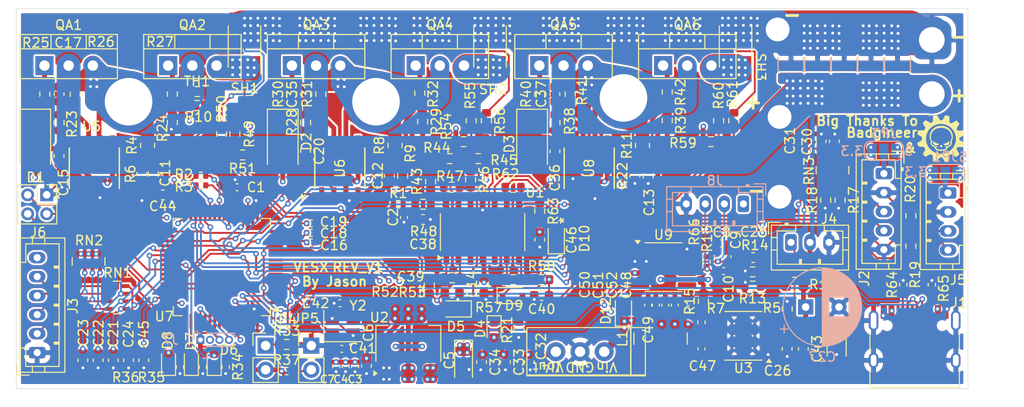
<source format=kicad_pcb>
(kicad_pcb (version 20240108) (generator "pcbnew") (generator_version "8.0")
  (layers (0 "F.Cu" signal) (1 "In1.Cu" power) (2 "In2.Cu" power) (31 "B.Cu" signal) (34 "B.Paste" user) (35 "F.Paste" user) (36 "B.SilkS" user "B.Silkscreen") (37 "F.SilkS" user "F.Silkscreen") (38 "B.Mask" user) (39 "F.Mask" user) (44 "Edge.Cuts" user))
  (net 0 "")
  (net 1 "GND")
  (net 2 "VSENSE")
  (net 3 "V5V")
  (net 4 "VBAT")
  (net 5 "Net-(D1-K)")
  (net 6 "Net-(D2-K)")
  (net 7 "Net-(D3-K)")
  (net 8 "Net-(D4-K)")
  (net 9 "Net-(J5-Pin_4)")
  (net 10 "Net-(J5-Pin_3)")
  (net 11 "+3V3")
  (net 12 "PHASE_A")
  (net 13 "PHASE_B")
  (net 14 "PHASE_C")
  (net 15 "Net-(RN3-R1.2)")
  (net 16 "Net-(RN3-R2.2)")
  (net 17 "A_BRAKE")
  (net 18 "A_THROTTLE")
  (net 19 "Net-(U5-LVG)")
  (net 20 "Net-(U5-BOOT)")
  (net 21 "Net-(U5-HVG)")
  (net 22 "Net-(U6-HVG)")
  (net 23 "Net-(U6-LVG)")
  (net 24 "Net-(U6-BOOT)")
  (net 26 "MISO3 TIM3 RX4")
  (net 27 "ADC SPI1CLK DAC TIM2")
  (net 28 "SCK3 TX4")
  (net 30 "Net-(U7-PH0)")
  (net 31 "CAN_TXD")
  (net 32 "SWCLK")
  (net 33 "CURRENT_A")
  (net 35 "PC4")
  (net 36 "MOSI3 TIM3 CANRX")
  (net 37 "Net-(U7-VCAP_2)")
  (net 38 "SWDIO")
  (net 39 "RX1 SDA1 TIM4")
  (net 40 "CURRENT_C")
  (net 41 "Net-(JP5-B)")
  (net 42 "LED_R")
  (net 43 "PC12")
  (net 44 "/MCU/OCP")
  (net 45 "TIM4 TXD1 SCL1 CANTX")
  (net 46 "LED_G")
  (net 47 "CURRENT_B")
  (net 48 "/MCU/UART2_TX")
  (net 49 "ADC SPI1MISO TIM3")
  (net 50 "PC5")
  (net 51 "/MCU/UART2_RX")
  (net 52 "Net-(U7-VCAP_1)")
  (net 53 "CAN_RXD")
  (net 54 "Net-(U7-PH1)")
  (net 55 "Net-(U8-LVG)")
  (net 56 "Net-(U8-BOOT)")
  (net 57 "Net-(U8-HVG)")
  (net 58 "Net-(C2-Pad1)")
  (net 59 "PA0")
  (net 60 "PA1")
  (net 61 "PA2")
  (net 62 "HALL_C")
  (net 63 "HALL_B")
  (net 64 "HALL_A")
  (net 65 "MOTOR_TEMP")
  (net 66 "Net-(J4-Pin_1)")
  (net 67 "Net-(D10-K)")
  (net 68 "Net-(D6-K)")
  (net 69 "Net-(D7-K)")
  (net 70 "Net-(D8-K)")
  (net 71 "Net-(J3-Pin_2)")
  (net 72 "Net-(J3-Pin_3)")
  (net 73 "Net-(J3-Pin_4)")
  (net 74 "Net-(J3-Pin_5)")
  (net 75 "Net-(JP4-A)")
  (net 76 "FET_TEMP")
  (net 77 "Net-(QA1-Pad1)")
  (net 78 "Net-(QA2-Pad1)")
  (net 79 "Net-(QA3-Pad1)")
  (net 80 "Net-(QA4-Pad1)")
  (net 81 "Net-(QA5-Pad1)")
  (net 82 "Net-(QA6-Pad1)")
  (net 83 "Net-(R44-Pad1)")
  (net 84 "Net-(U1D-+)")
  (net 85 "Net-(R47-Pad2)")
  (net 86 "A_V+")
  (net 87 "Net-(U1A-+)")
  (net 88 "Net-(U1A--)")
  (net 89 "Net-(R52-Pad1)")
  (net 90 "Net-(U1B-+)")
  (net 91 "B_V+")
  (net 92 "Net-(U1B--)")
  (net 93 "Net-(R57-Pad2)")
  (net 94 "Net-(U1C-+)")
  (net 95 "C_V+")
  (net 96 "Net-(U1C--)")
  (net 97 "Net-(R62-Pad2)")
  (net 98 "Net-(J1-CC1)")
  (net 99 "Net-(J1-CC2)")
  (net 100 "V12V")
  (net 101 "USB_D-")
  (net 104 "USB_D+")
  (net 105 "Net-(J2-Pin_1)")
  (net 106 "DUAL2_RX")
  (net 107 "DUAL1_TX")
  (net 108 "Net-(J2-Pin_4)")
  (net 109 "Net-(J2-Pin_3)")
  (net 110 "AL")
  (net 111 "AH")
  (net 112 "BH")
  (net 113 "BL")
  (net 114 "CL")
  (net 115 "CH")
  (net 116 "Net-(U3-RON)")
  (net 117 "Net-(U3-FB)")
  (net 118 "Net-(U3-SW)")
  (net 119 "Net-(U3-BST)")
  (net 127 "Net-(C8-Pad1)")
  (net 129 "Net-(J8-Pin_2)")
  (net 130 "Net-(J8-Pin_3)")
  (net 131 "PB10")
  (footprint "CCC_ESC_Custom_parts:TO220_replacement_module" (layer "F.Cu") (at 222.12 51.84 180)
    (property "Reference" "U4")
    (property "Value" "TO220_replacement_module" (hide yes))
  )
  (footprint "Diode_SMD:D_SOD-123F" (layer "F.Cu") (at 244 48.125 -90)
    (property "Reference" "D11" (hide yes))
    (property "Value" "82v(?)")
  )
  (footprint "Resistor_SMD:R_0603_1608Metric" (layer "F.Cu") (at 233.2 25 -90)
    (property "Reference" "R61")
    (property "Value" "2k2")
  )
  (footprint "Connector_JST:JST_PH_B3B-PH-K_1x03_P2.00mm_Vertical" (layer "F.Cu") (at 239.2 37.8)
    (property "Reference" "J4")
    (property "Value" "Conn_01x03")
  )
  (footprint "Capacitor_SMD:C_0603_1608Metric" (layer "F.Cu") (at 213 43.39 180)
    (property "Reference" "C40")
    (property "Value" "1nF")
  )
  (footprint "Capacitor_SMD:C_0603_1608Metric" (layer "F.Cu") (at 169.6 50.2 -90)
    (property "Reference" "C24")
    (property "Value" "1nF")
  )
  (footprint "Capacitor_SMD:C_0603_1608Metric" (layer "F.Cu") (at 235.225 39.4 180)
    (property "Reference" "C25")
    (property "Value" "3.3nF")
  )
  (footprint "Capacitor_SMD:C_0603_1608Metric" (layer "F.Cu") (at 171 30.6 -90)
    (property "Reference" "C11")
    (property "Value" "47pF")
  )
  (footprint "Diode_SMD:D_SOD-323" (layer "F.Cu") (at 204 44.8 180)
    (property "Reference" "D5")
    (property "Value" "D_Small" (hide yes))
  )
  (footprint "Resistor_SMD:R_0603_1608Metric" (layer "F.Cu") (at 212.8 22.2 90)
    (property "Reference" "R40")
    (property "Value" "4R7")
  )
  (footprint "Resistor_SMD:R_0402_1005Metric" (layer "F.Cu") (at 229.8 46.2 90)
    (property "Reference" "R7")
    (property "Value" "240k")
  )
  (footprint "Capacitor_SMD:C_0603_1608Metric" (layer "F.Cu") (at 171.2 50.2 -90)
    (property "Reference" "C45")
    (property "Value" "2u2")
  )
  (footprint "" (layer "F.Cu") (at 254 22.2)
    (property "Reference" "")
    (property "Value" "")
  )
  (footprint "Package_TO_SOT_THT:TO-220-3_Vertical" (layer "F.Cu") (at 160.765 19.2)
    (property "Reference" "QA1")
    (property "Value" "CRST030N10N")
  )
  (footprint "Capacitor_SMD:C_0402_1005Metric" (layer "F.Cu") (at 181 32)
    (property "Reference" "C1")
    (property "Value" "100nf")
  )
  (footprint "Capacitor_SMD:C_0402_1005Metric" (layer "F.Cu") (at 188.8 37.8)
    (property "Reference" "C16")
    (property "Value" "100n")
  )
  (footprint "Resistor_SMD:R_0402_1005Metric" (layer "F.Cu") (at 177.4 50.91 -90)
    (property "Reference" "R35")
    (property "Value" "20k")
  )
  (footprint "Resistor_SMD:R_0805_2012Metric" (layer "F.Cu") (at 223.6 27.6 90)
    (property "Reference" "R11")
    (property "Value" "150k")
  )
  (footprint "LED_SMD:LED_0603_1608Metric" (layer "F.Cu") (at 208 47 -90)
    (property "Reference" "D4")
    (property "Value" "LED")
  )
  (footprint "Resistor_SMD:R_0603_1608Metric" (layer "F.Cu") (at 172.2 30.6 90)
    (property "Reference" "R6")
    (property "Value" "3k3")
  )
  (footprint "Resistor_SMD:R_Array_Concave_4x0603" (layer "F.Cu") (at 168.4 43.6 180)
    (property "Reference" "RN1")
    (property "Value" "10k")
  )
  (footprint "Capacitor_SMD:C_0402_1005Metric" (layer "F.Cu") (at 188.8 35.8)
    (property "Reference" "C19")
    (property "Value" "100n")
  )
  (footprint "Package_SO:SOIC-8_3.9x4.9mm_P1.27mm" (layer "F.Cu") (at 225.8 40.4)
    (property "Reference" "U9")
    (property "Value" "SN65HVD230DR")
  )
  (footprint "Resistor_SMD:R_0603_1608Metric" (layer "F.Cu") (at 205.54 31.19 -90)
    (property "Reference" "R46")
    (property "Value" "10K")
  )
  (footprint "Capacitor_SMD:C_0603_1608Metric" (layer "F.Cu") (at 243.7625 27.1625 90)
    (property "Reference" "C30")
    (property "Value" "1uF")
  )
  (footprint "Resistor_SMD:R_0402_1005Metric" (layer "F.Cu") (at 179.8 50.91 -90)
    (property "Reference" "R34")
    (property "Value" "20k")
  )
  (footprint "Connector_JST:JST_PH_B6B-PH-K_1x06_P2.00mm_Vertical" (layer "F.Cu") (at 160 49.4 90)
    (property "Reference" "J3")
    (property "Value" "Conn_01x06")
  )
  (footprint "Capacitor_SMD:C_0603_1608Metric" (layer "F.Cu") (at 222.8 30.8 -90)
    (property "Reference" "C13")
    (property "Value" "47pF")
  )
  (footprint "Capacitor_SMD:C_0603_1608Metric" (layer "F.Cu") (at 214.4 28.225 -90)
    (property "Reference" "C36")
    (property "Value" "100n")
  )
  (footprint "Connector_PinHeader_2.54mm:PinHeader_1x02_P2.54mm_Vertical" (layer "F.Cu") (at 184 48.66)
    (property "Reference" "JP4")
    (property "Value" "Jumper_2_Open")
  )
  (footprint "Capacitor_SMD:C_0402_1005Metric" (layer "F.Cu") (at 191.43 50.88 -90)
    (property "Reference" "C7")
    (property "Value" "100n")
  )
  (footprint "Capacitor_SMD:C_0402_1005Metric" (layer "F.Cu") (at 229.8 49 -90)
    (property "Reference" "C47")
    (property "Value" "2.2nF")
  )
  (footprint "Capacitor_SMD:C_0603_1608Metric" (layer "F.Cu") (at 166.4 50.2 -90)
    (property "Reference" "C22")
    (property "Value" "1nF")
  )
  (footprint "Capacitor_SMD:C_0402_1005Metric" (layer "F.Cu") (at 232.525 39.3 90)
    (property "Reference" "C9")
    (property "Value" "100p")
  )
  (footprint "Capacitor_SMD:C_0402_1005Metric" (layer "F.Cu") (at 191.8 44.2 180)
    (property "Reference" "C42")
    (property "Value" "12pf")
  )
  (footprint "Connector_JST:JST_PH_B4B-PH-K_1x04_P2.00mm_Vertical" (layer "F.Cu") (at 255.7 32.6 -90)
    (property "Reference" "J5")
    (property "Value" "Conn_01x04")
  )
  (footprint "Resistor_SMD:R_0805_2012Metric" (layer "F.Cu") (at 239.6 42.2)
    (property "Reference" "R12")
    (property "Value" "360k")
  )
  (footprint "MountingHole:MountingHole_3.5mm_Pad" (layer "F.Cu") (at 221.6 22.6)
    (property "Reference" "PHASE_C" (hide yes))
    (property "Value" "MountingHole_3.5mm_Pad")
  )
  (footprint "Capacitor_SMD:C_0603_1608Metric" (layer "F.Cu") (at 238.8 49 -90)
    (property "Reference" "C26")
    (property "Value" "220nF")
  )
  (footprint "Capacitor_SMD:C_0603_1608Metric" (layer "F.Cu") (at 212.8 37.515 -90)
    (property "Reference" "C46")
    (property "Value" "1nF")
  )
  (footprint "Capacitor_SMD:C_0402_1005Metric" (layer "F.Cu") (at 193.4 50.88 -90)
    (property "Reference" "C3")
    (property "Value" "4u7")
  )
  (footprint "Resistor_SMD:R_0603_1608Metric" (layer "F.Cu") (at 198.4 30.8 90)
    (property "Reference" "R9")
    (property "Value" "3k3")
  )
  (footprint "cccesdc:Shunt_2512_6332Metric" (layer "F.Cu") (at 233.4 17.2 90)
    (property "Reference" "SH3")
    (property "Value" "0.5mR")
  )
  (footprint "Resistor_SMD:R_0603_1608Metric" (layer "F.Cu") (at 212.8 34.515 -90)
    (property "Reference" "R63")
    (property "Value" "R150")
  )
  (footprint "Capacitor_SMD:C_0402_1005Metric" (layer "F.Cu") (at 224.2 44.4 90)
    (property "Reference" "C49")
    (property "Value" "100nF" (hide yes))
  )
  (footprint "LOGO" (layer "F.Cu") (at 254.95 26.9)
    (property "Reference" "G***" (hide yes))
    (property "Value" "LOGO" (hide yes))
  )
  (footprint "Resistor_SMD:R_0603_1608Metric" (layer "F.Cu") (at 180.775 26.4 -90)
    (property "Reference" "R49")
    (property "Value" "2k2")
  )
  (footprint "Capacitor_SMD:C_0603_1608Metric" (layer "F.Cu") (at 206.94 42.365 -90)
    (property "Reference" "C14")
    (property "Value" "100n")
  )
  (footprint "Resistor_SMD:R_0603_1608Metric" (layer "F.Cu") (at 204.8 27.2)
    (property "Reference" "R54")
    (property "Value" "100k")
  )
  (footprint "Package_TO_SOT_THT:TO-220-3_Vertical" (layer "F.Cu") (at 212.765 19.2)
    (property "Reference" "QA5")
    (property "Value" "CRST030N10N" (hide yes))
  )
  (footprint "Capacitor_SMD:C_0603_1608Metric" (layer "F.Cu") (at 188.2 22.225 90)
    (property "Reference" "C35")
    (property "Value" "10uF")
  )
  (footprint "Package_TO_SOT_THT:TO-220-3_Vertical" (layer "F.Cu") (at 225.765 19.2)
    (property "Reference" "QA6")
    (property "Value" "CRST030N10N" (hide yes))
  )
  (footprint "Resistor_SMD:R_0603_1608Metric" (layer "F.Cu") (at 203.34 28.99 180)
    (property "Reference" "R44")
    (property "Value" "22k")
  )
  (footprint "Resistor_SMD:R_0805_2012Metric" (layer "F.Cu") (at 197.6 27.6 90)
    (property "Reference" "R8")
    (property "Value" "150k")
  )
  (footprint "Resistor_SMD:R_0603_1608Metric" (layer "F.Cu") (at 200.54 33.79 180)
    (property "Reference" "R48")
    (property "Value" "47R")
  )
  (footprint "Resistor_SMD:R_0603_1608Metric" (layer "F.Cu") (at 160.8 22.2 90)
    (property "Reference" "R25")
    (property "Value" "4R7")
  )
  (footprint "Resistor_SMD:R_0402_1005Metric" (layer "F.Cu") (at 197.94 33.79)
    (property "Reference" "R1")
    (property "Value" "47R")
  )
  (footprint "Capacitor_SMD:C_0603_1608Metric" (layer "F.Cu") (at 194.6 50.8 -90)
    (property "Reference" "C6")
    (property "Value" "100nf")
  )
  (footprint "Crystal:Crystal_SMD_3225-4Pin_3.2x2.5mm" (layer "F.Cu") (at 192.11 46.6)
    (property "Reference" "Y2")
    (property "Value" "8MHz")
  )
  (footprint "Resistor_SMD:R_0603_1608Metric" (layer "F.Cu") (at 224.2 30.8 90)
    (property "Reference" "R22")
    (property "Value" "3k3")
  )
  (footprint "Package_SO:SOIC-14_3.9x8.7mm_P1.27mm" (layer "F.Cu") (at 206.8 36.715 90)
    (property "Reference" "U1")
    (property "Value" "Opamp_Quad")
  )
  (footprint "Resistor_SMD:R_0603_1608Metric" (layer "F.Cu") (at 216 22.2 90)
    (property "Reference" "R41")
    (property "Value" "10k")
  )
  (footprint "vvvv:SO-8_STM" (layer "F.Cu") (at 191.8 30 90)
    (property "Reference" "U6")
    (property "Value" "L6498DTR")
  )
  (footprint "Resistor_SMD:R_0603_1608Metric" (layer "F.Cu") (at 235.175 40.9)
    (property "Reference" "R14")
    (property "Value" "220k")
  )
  (footprint "Capacitor_SMD:C_0402_1005Metric" (layer "F.Cu") (at 228.4 44.8)
    (property "Reference" "C48")
    (property "Value" "20pF")
  )
  (footprint "Resistor_SMD:R_0603_1608Metric" (layer "F.Cu") (at 181.575 28.6 180)
    (property "Reference" "R51")
    (property "Value" "100k")
  )
  (footprint "Resistor_SMD:R_0402_1005Metric" (layer "F.Cu") (at 177.2 30.8 180)
    (property "Reference" "R2")
    (property "Value" "1k")
  )
  (footprint "Resistor_SMD:R_0402_1005Metric" (layer "F.Cu") (at 177.2 31.8)
    (property "Reference" "R3")
    (property "Value" "1k")
  )
  (footprint "Capacitor_SMD:C_1210_3225Metric" (layer "F.Cu") (at 250.4 19.075 90)
    (property "Reference" "CX13" (hide yes))
    (property "Value" "470nF")
  )
  (footprint "Capacitor_SMD:C_0603_1608Metric" (layer "F.Cu") (at 209.2 50.4 -90)
    (property "Reference" "C33")
    (property "Value" "10uF")
  )
  (footprint "Resistor_SMD:R_0603_1608Metric" (layer "F.Cu") (at 186.755 22.2 90)
    (property "Reference" "R30")
    (property "Value" "4R7")
  )
  (footprint "Capacitor_SMD:C_0603_1608Metric" (layer "F.Cu") (at 242.3625 27.1625 90)
    (property "Reference" "C31")
    (property "Value" "1uF")
  )
  (footprint "Capacitor_SMD:C_0402_1005Metric" (layer "F.Cu") (at 198.54 35.19 -90)
    (property "Reference" "C2")
    (property "Value" "100nf")
  )
  (footprint "Diode_SMD:D_MELF" (layer "F.Cu") (at 159.8 27.2 -90)
    (property "Reference" "D1")
    (property "Value" "SM4007")
  )
  (footprint "Resistor_SMD:R_0603_1608Metric" (layer "F.Cu") (at 201.34 31.39 90)
    (property "Reference" "R43")
    (property "Value" "100k")
  )
  (footprint "Resistor_SMD:R_0603_1608Metric" (layer "F.Cu") (at 230.8 27.2)
    (property "Reference" "R59")
    (property "Value" "100k")
  )
  (footprint "Connector_PinHeader_2.54mm:PinHeader_1x02_P2.54mm_Vertical" (layer "F.Cu") (at 188.8 48.66)
    (property "Reference" "JP5")
    (property "Value" "Jumper_2_Open")
  )
  (footprint "Package_SO:HSOP-8-1EP_3.9x4.9mm_P1.27mm_EP2.41x3.1mm_ThermalVias" (layer "F.Cu") (at 234.2 47.625 180)
    (property "Reference" "U3")
    (property "Value" "LM5164DDA")
  )
  (footprint "Capacitor_SMD:C_0402_1005Metric" (layer "F.Cu") (at 192 49)
    (property "Reference" "C41")
    (property "Value" "12pf")
  )
  (footprint "vvvv:SO-8_STM" (layer "F.Cu") (at 166 30 90)
    (property "Reference" "U5")
    (property "Value" "L6498DTR")
  )
  (footprint "Resistor_SMD:R_0603_1608Metric" (layer "F.Cu") (at 251.8 38.2 -90)
    (property "Reference" "R19")
    (property "Value" "R100")
  )
  (footprint "Capacitor_SMD:C_0402_1005Metric" (layer "F.Cu") (at 225 44.4 90)
    (property "Reference" "C50")
    (property "Value" "4.7uF" (hide yes))
  )
  (footprint "" (layer "F.Cu") (at 169.6 23)
    (property "Reference" "PHASE_A" (hide yes))
    (property "Value" "MountingHole_3.5mm_Pad")
  )
  (footprint "Resistor_SMD:R_0603_1608Metric" (layer "F.Cu") (at 210.025 41.715)
    (property "Reference" "R57")
    (property "Value" "47k")
  )
  (footprint "Connector_PinHeader_2.00mm:PinHeader_2x02_P2.00mm_Vertical" (layer "F.Cu") (at 161 32.8 -90)
    (property "Reference" "J6")
    (property "Value" "STLINK")
  )
  (footprint "Resistor_SMD:R_0402_1005Metric" (layer "F.Cu") (at 186.2 51.335)
    (property "Reference" "R37")
    (property "Value" "10k")
  )
  (footprint "Capacitor_SMD:C_1210_3225Metric" (layer "F.Cu") (at 242 19.075 90)
    (property "Reference" "CX30" (hide yes))
    (property "Value" "470nF")
  )
  (footprint "Capacitor_SMD:C_0603_1608Metric" (layer "F.Cu") (at 188.2 28.2 -90)
    (property "Reference" "C20")
    (property "Value" "100n")
  )
  (footprint "" (layer "F.Cu") (at 195.6 23)
    (property "Reference" "PHASE_B" (hide yes))
    (property "Value" "MountingHole_3.5mm_Pad")
  )
  (footprint "Capacitor_SMD:C_0603_1608Metric" (layer "F.Cu") (at 203.6 43.115)
    (property "Reference" "C39")
    (property "Value" "1nF")
  )
  (footprint "Capacitor_SMD:C_0603_1608Metric" (layer "F.Cu") (at 173.2 32.8)
    (property "Reference" "C44")
    (property "Value" "2u2")
  )
  (footprint "cccesdc:Shunt_2512_6332Metric" (layer "F.Cu") (at 207.6 17.2 90)
    (property "Reference" "SH2")
    (property "Value" "0.5mR")
  )
  (footprint "Capacitor_Tantalum_SMD:CP_EIA-3216-18_Kemet-A" (layer "F.Cu") (at 204.8 50.4 -90)
    (property "Reference" "C5")
    (property "Value" "100nf")
  )
  (footprint "Resistor_SMD:R_0603_1608Metric" (layer "F.Cu") (at 200.5 25.1 -90)
    (property "Reference" "R29")
    (property "Value" "10k")
  )
  (footprint "Resistor_SMD:R_0603_1608Metric" (layer "F.Cu") (at 214.4 25.2 90)
    (property "Reference" "R38")
    (property "Value" "2R2")
  )
  (footprint "" (layer "F.Cu") (at 254 16.5)
    (property "Reference" "")
    (property "Value" "")
  )
  (footprint "Resistor_SMD:R_0603_1608Metric" (layer "F.Cu") (at 207.2 25 -90)
    (property "Reference" "R56")
    (property "Value" "2k2")
  )
  (footprint "Resistor_SMD:R_0603_1608Metric" (layer "F.Cu") (at 205.6 25 -90)
    (property "Reference" "R55")
    (property "Value" "2k2")
  )
  (footprint "Capacitor_SMD:C_0402_1005Metric" (layer "F.Cu") (at 232.125 40.82)
    (property "Reference" "C10")
    (property "Value" "100p")
  )
  (footprint "Resistor_SMD:R_0603_1608Metric" (layer "F.Cu") (at 244.3625 33.3625 -90)
    (property "Reference" "R17")
    (property "Value" "1k8")
  )
  (footprint "Inductor_SMD:L_TracoPower_TCK-047_5.2x5.8mm" (layer "F.Cu") (at 225.5 47.925 90)
    (property "Reference" "L1")
    (property "Value" "68uH")
  )
  (footprint "Resistor_SMD:R_0603_1608Metric" (layer "F.Cu") (at 174.2 25.2 -90)
    (property "Reference" "R24")
    (property "Value" "10k")
  )
  (footprint "Capacitor_SMD:C_0402_1005Metric" (layer "F.Cu") (at 227 44.4 90)
    (property "Reference" "C52")
    (property "Value" "4.7uF" (hide yes))
  )
  (footprint "cccesdc:Shunt_2512_6332Metric" (layer "F.Cu") (at 181.8 17.2 90)
    (property "Reference" "SH1")
    (property "Value" "0.5mR")
  )
  (footprint "Resistor_SMD:R_Array_Concave_4x0603" (layer "F.Cu") (at 243.5625 30.2125 -90)
    (property "Reference" "RN3")
    (property "Value" "470R")
  )
  (footprint "Capacitor_SMD:C_0603_1608Metric" (layer "F.Cu") (at 164.8 50.2 -90)
    (property "Reference" "C23")
    (property "Value" "1nF")
  )
  (footprint "Resistor_SMD:R_0603_1608Metric" (layer "F.Cu") (at 251.8 35 90)
    (property "Reference" "R20")
    (property "Value" "R100")
  )
  (footprint "Capacitor_SMD:C_0402_1005Metric" (layer "F.Cu") (at 231.925 37.9)
    (property "Reference" "C8")
    (property "Value" "4.7n")
  )
  (footprint "Capacitor_SMD:C_0603_1608Metric" (layer "F.Cu") (at 162.3 28.7 -90)
    (property "Reference" "C15")
    (property "Value" "100n")
  )
  (footprint "Capacitor_SMD:C_0603_1608Metric" (layer "F.Cu") (at 168 50.2 -90)
    (property "Reference" "C21")
    (property "Value" "1nF")
  )
  (footprint "Package_QFP:LQFP-64_10x10mm_P0.5mm" (layer "F.Cu") (at 179.4 40.4 180)
    (property "Reference" "U7")
    (property "Value" "STM32F405RGTx")
  )
  (footprint "Capacitor_SMD:C_0603_1608Metric" (layer "F.Cu") (at 162.3 22.2 90)
    (property "Reference" "C17")
    (property "Value" "10uF")
  )
  (footprint "Resistor_SMD:R_0603_1608Metric" (layer "F.Cu") (at 210.625 47 90)
    (property "Reference" "R21")
    (property "Value" "30k")
  )
  (footprint "Resistor_SMD:R_0402_1005Metric" (layer "F.Cu") (at 231.525 39.3 -90)
    (property "Reference" "R16")
    (property "Value" "100Ω")
  )
  (footprint "Resistor_SMD:R_0603_1608Metric" (layer "F.Cu") (at 226.2 21.975 90)
    (property "Reference" "R42")
    (property "Value" "4R7")
  )
  (footprint "Capacitor_SMD:C_0402_1005Metric" (layer "F.Cu") (at 188.8 36.8)
    (property "Reference" "C18")
    (property "Value" "100n")
  )
  (footprint "Resistor_SMD:R_0603_1608Metric" (layer "F.Cu") (at 162.3 25.2 90)
    (property "Reference" "R23")
    (property "Value" "2R2")
  )
  (footprint "Diode_SMD:D_SOD-323" (layer "F.Cu") (at 214.54 37.39 90)
    (property "Reference" "D10")
    (property "Value" "D_Small" (hide yes))
  )
  (footprint "Resistor_SMD:R_0603_1608Metric" (layer "F.Cu") (at 226.2 24.975 -90)
    (property "Reference" "R39")
    (property "Value" "10k")
  )
  (footprint "Resistor_SMD:R_0603_1608Metric" (layer "F.Cu") (at 231.6 25 -90)
    (property "Reference" "R60")
    (property "Value" "2k2")
  )
  (footprint "Resistor_SMD:R_0402_1005Metric" (layer "F.Cu") (at 254 42.25 90)
    (property "Reference" "R65")
    (property "Value" "5.1k")
  )
  (footprint "Package_TO_SOT_SMD:SOT-223-3_TabPin2" (layer "F.Cu") (at 199 48.45 90)
    (property "Reference" "U2")
    (property "Value" "LM1117DT-3.3" (hide yes))
  )
  (footprint "Capacitor_SMD:C_0603_1608Metric" (layer "F.Cu") (at 197 30.8 -90)
    (property "Reference" "C12")
    (property "Value" "47pF")
  )
  (footprint "Resistor_SMD:R_0603_1608Metric" (layer "F.Cu") (at 203.6 41.515 180)
    (property "Reference" "R53")
    (property "Value" "47k")
  )
  (footprint "Connector_JST:JST_PH_B5B-PH-K_1x05_P2.00mm_Vertical" (layer "F.Cu") (at 248.9625 30.5625 -90)
    (property "Reference" "J2")
    (property "Value" "Conn_01x05")
  )
  (footprint "Capacitor_SMD:C_0603_1608Metric" (layer "F.Cu") (at 214.4 22.2 90)
    (property "Reference" "C37")
    (property "Value" "10uF")
  )
  (footprint "Diode_SMD:D_MELF" (layer "F.Cu") (at 212 27.2 -90)
    (property "Reference" "D3")
    (property "Value" "SM4007")
  )
  (footprint "Resistor_SMD:R_0603_1608Metric" (layer "F.Cu") (at 176.8 23.4)
    (property "Reference" "R10")
    (property "Value" "10K")
  )
  (footprint "Connector_USB:USB_C_Receptacle_HRO_TYPE-C-31-M-12" (layer "F.Cu") (at 252.2 49.16)
    (property "Reference" "J1")
    (property "Value" "TYPE-C-31-M-12")
  )
  (footprint "Resistor_SMD:R_0805_2012Metric" (layer "F.Cu") (at 171.6 27.6 90)
    (property "Reference" "R4")
    (property "Value" "150k")
  )
  (footprint "Resistor_SMD:R_0603_1608Metric" (layer "F.Cu") (at 206.34 28.99 180)
    (property "Reference" "R45")
    (property "Value" "1k")
  )
  (footprint "LED_SMD:LED_0603_1608Metric" (layer "F.Cu") (at 176.2 50.31 90)
    (property "Reference" "D7")
    (property "Value" "G")
  )
  (footprint "vvvv:SO-8_STM" (layer "F.Cu") (at 218 30 90)
    (property "Reference" "U8")
    (property "Value" "L6498DTR")
  )
  (footprint "Resistor_SMD:R_0603_1608Metric" (layer "F.Cu") (at 210 32)
    (property "Reference" "R62")
    (property "Value" "47k")
  )
  (footprint "Resistor_SMD:R_0603_1608Metric" (layer "F.Cu") (at 201.2 42.315 -90)
    (property "Reference" "R52")
    (property "Value" "R150")
  )
  (footprint "Resistor_SMD:R_0603_1608Metric" (layer "F.Cu") (at 179.375 26.4 -90)
    (property "Reference" "R50")
    (property "Value" "2k2")
  )
  (footprint "LED_SMD:LED_0603_1608Metric" (layer "F.Cu") (at 173.8 50.31 90)
    (property "Reference" "D8")
    (property "Value" "B")
  )
  (footprint "Resistor_SMD:R_0603_1608Metric" (layer "F.Cu") (at 176.82 21.93)
    (property "Reference" "TH1")
    (property "Value" "10K NTC")
  )
  (footprint "Resistor_SMD:R_0402_1005Metric" (layer "F.Cu") (at 251 42.25 90)
    (property "Reference" "R64")
    (property "Value" "5.1k")
  )
  (footprint "Package_TO_SOT_THT:TO-220-3_Vertical" (layer "F.Cu") (at 173.765 19.2)
    (property "Reference" "QA2")
    (property "Value" "CRST030N10N" (hide yes))
  )
  (footprint "Resistor_SMD:R_0603_1608Metric" (layer "F.Cu") (at 200.2 22.1 90)
    (property "Reference" "R32")
    (property "Value" "4R7")
  )
  (footprint "Resistor_SMD:R_0603_1608Metric" (layer "F.Cu") (at 213 41.715)
    (property "Reference" "R58")
    (property "Value" "R150")
  )
  (footprint "Resistor_SMD:R_0603_1608Metric" (layer "F.Cu") (at 189.8 22.2 90)
    (property "Reference" "R31")
    (property "Value" "10k")
  )
  (footprint "Capacitor_SMD:C_0603_1608Metric" (layer "F.Cu") (at 206.69 50.4 -90)
    (property "Reference" "C34")
    (property "Value" "10uF")
  )
  (footprint "Package_TO_SOT_THT:TO-220-3_Vertical" (layer "F.Cu") (at 186.765 19.2)
    (property "Reference" "QA3")
    (property "Value" "CRST030N10N" (hide yes))
  )
  (footprint "Capacitor_SMD:C_0603_1608Metric" (layer "F.Cu") (at 240.5 49 -90)
    (property "Reference" "C43")
    (property "Value" "10uF")
  )
  (footprint "Capacitor_SMD:C_1210_3225Metric" (layer "F.Cu") (at 244.8 19.075 90)
    (property "Reference" "CX11" (hide yes))
    (property "Value" "470nF")
  )
  (footprint "Capacitor_SMD:C_0402_1005Metric" (layer "F.Cu") (at 192.4 50.88 -90)
    (property "Reference" "C4")
    (property "Value" "100n")
  )
  (footprint "Resistor_SMD:R_Array_Concave_4x0603" (layer "F.Cu") (at 165.4 39.8 -90)
    (property "Reference" "RN2")
    (property "Value" "10k")
  )
  (footprint "Capacitor_SMD:C_1210_3225Metric" (layer "F.Cu") (at 239.2 19.05 90)
    (property "Reference" "CX10" (hide yes))
    (property "Value" "470nF")
  )
  (footprint "Resistor_SMD:R_0603_1608Metric" (layer "F.Cu") (at 235.175 42.4)
    (property "Reference" "R13")
    (property "Value" "8k2")
  )
  (footprint "Resistor_SMD:R_0603_1608Metric" (layer "F.Cu") (at 203.54 31.99 180)
    (property "Reference" "R47")
    (property "Value" "220k")
  )
  (footprint "Resistor_SMD:R_0402_1005Metric" (layer "F.Cu") (at 175 50.91 -90)
    (property "Reference" "R36")
    (property "Value" "20k")
  )
  (footprint "Resistor_SMD:R_0603_1608Metric" (layer "F.Cu") (at 230 44 90)
    (property "Reference" "R15")
    (property "Value" "72k")
  )
  (footprint "Resistor_SMD:R_0603_1608Metric" (layer "F.Cu") (at 188.2 25.2 90)
    (property "Reference" "R28")
    (property "Value" "2R2")
  )
  (footprint "Resistor_SMD:R_0603_1608Metric" (layer "F.Cu") (at 164 22.225 90)
    (property "Reference" "R26")
    (property "Value" "10k")
  )
  (footprint "Resistor_SMD:R_0402_1005Metric" (layer "F.Cu") (at 230.325 39.82 90)
    (property "Reference" "R66")
    (property "Value" "100Ω")
  )
  (footprint "Resistor_SMD:R_0603_1608Metric" (layer "F.Cu") (at 174.2 22.2 90)
    (property "Reference" "R27")
    (property "Value" "4R7")
  )
  (footprint "Capacitor_SMD:C_0603_1608Metric" (layer "F.Cu") (at 200.54 35.39)
    (property "Reference" "C38")
    (property "Value" "10nF")
  )
  (footprint "Capacitor_SMD:C_1210_3225Metric" (layer "F.Cu") (at 247.6 19.075 90)
    (property "Reference" "CX12" (hide yes))
    (property "Value" "470nF")
  )
  (footprint "Diode_SMD:D_SOD-323" (layer "F.Cu") (at 221.6 45 90)
    (property "Reference" "D12")
    (property "Value" "5v" (hide yes))
  )
  (footprint "Diode_SMD:D_SOD-323" (layer "F.Cu") (at 209.94 43.39)
    (property "Reference" "D9")
    (property "Value" "D_Small" (hide yes))
  )
  (footprint "Capacitor_SMD:C_0402_1005Metric" (layer "F.Cu") (at 226 44.4 90)
    (property "Reference" "C51")
    (property "Value" "4.7uF" (hide yes))
  )
  (footprint "Resistor_SMD:R_0603_1608Metric" (layer "F.Cu") (at 242.8525 33.3625 90)
    (property "Reference" "R18")
    (property "Value" "1k8")
  )
  (footprint "Diode_SMD:D_MELF" (layer "F.Cu") (at 185.8 27.2 -90)
    (property "Reference" "D2")
    (property "Value" "SM4007")
  )
  (footprint "Capacitor_SMD:C_0603_1608Metric" (layer "F.Cu") (at 211.71 50.4 -90)
    (property "Reference" "C32")
    (property "Value" "10uF")
  )
  (footprint "Resistor_SMD:R_0603_1608Metric" (layer "F.Cu") (at 186.2 48.535)
    (property "Reference" "R33")
    (property "Value" "10k")
  )
  (footprint "Package_TO_SOT_THT:TO-220-3_Vertical" (layer "F.Cu") (at 199.765 19.2)
    (property "Reference" "QA4")
    (property "Value" "CRST030N10N" (hide yes))
  )
  (footprint "LED_SMD:LED_0603_1608Metric" (layer "F.Cu") (at 178.6 50.31 90)
    (property "Reference" "D6")
    (property "Value" "R")
  )
  (footprint "Resistor_SMD:R_0603_1608Metric" (layer "F.Cu") (at 238.8 44.8 90)
    (property "Reference" "R5")
    (property "Value" "27k")
  )
  (footprint "Capacitor_SMD:C_1210_3225Metric" (layer "B.Cu") (at 242 19.075 90)
    (property "Reference" "CX25" (hide yes))
    (property "Value" "470nF")
  )
  (footprint "Connector_PinHeader_1.00mm:PinHeader_1x04_P1.00mm_Vertical" (layer "B.Cu") (at 177.15 48.05 -90)
    (property "Reference" "J7")
    (property "Value" "Conn_01x04" (hide yes))
  )
  (footprint "Capacitor_SMD:C_1210_3225Metric" (layer "B.Cu") (at 247.6 19.1 90)
    (property "Reference" "CX23" (hide yes))
    (property "Value" "470nF")
  )
  (footprint "Capacitor_SMD:C_1210_3225Metric" (layer "B.Cu") (at 239.2 19.075 90)
    (property "Reference" "CX26" (hide yes))
    (property "Value" "470nF")
  )
  (footprint "Connector_JST:JST_PH_B4B-PH-K_1x04_P2.00mm_Vertical" (layer "B.Cu") (at 234.2 33.75 180)
    (property "Reference" "J8")
    (property "Value" "CAN")
  )
  (footprint "Capacitor_SMD:C_1210_3225Metric" (layer "B.Cu") (at 244.8 19.075 90)
    (property "Reference" "CX24" (hide yes))
    (property "Value" "470nF")
  )
  (footprint "Jumper:SolderJumper-3_P1.3mm_Open_RoundedPad1.0x1.5mm_NumberLabels" (layer "B.Cu") (at 255.4 30.6 180)
    (property "Reference" "JP1")
    (property "Value" "SolderJumper_3_Open")
  )
  (footprint "Capacitor_THT:CP_Radial_D8.0mm_P3.50mm" (layer "B.Cu") (at 240.747349 44.6)
    (property "Reference" "C27")
    (property "Value" "C_Polarized")
  )
  (footprint "Jumper:SolderJumper-3_P1.3mm_Open_RoundedPad1.0x1.5mm_NumberLabels" (layer "B.Cu") (at 248.9625 28.1625 180)
    (property "Reference" "JP3")
    (property "Value" "SolderJumper_3_Open")
  )
  (footprint "Capacitor_SMD:C_1210_3225Metric" (layer "B.Cu") (at 250.4 19.075 90)
    (property "Reference" "CX28" (hide yes))
    (property "Value" "470nF")
  )
  (gr_rect (start 157.8 13.2) (end 257.8 53.2) (stroke (width 0.05)) (fill none) (layer "Edge.Cuts"))
  (gr_text "By Jason" (at 187.7 42.5 0) (layer "F.SilkS") (effects (font (size 1 1) (thickness 0.2) (bold yes)) (justify left bottom)))
  (gr_text "-" (at 258 17 0) (layer "F.SilkS") (effects (font (size 1.5 1.5) (thickness 0.3) (bold yes)) (justify left bottom mirror)))
  (gr_text "VESX" (at 186.8 41 0) (layer "F.SilkS") (effects (font (size 1 1) (thickness 0.2) (bold yes)) (justify left bottom)))
  (gr_text "+" (at 236.35 23.9 0) (layer "F.SilkS") (effects (font (size 1.5 1.5) (thickness 0.3) (bold yes)) (justify left bottom mirror)))
  (gr_text "Big Thanks To" (at 241.75 25.6 0) (layer "F.SilkS") (effects (font (size 1 1) (thickness 0.2) (bold yes)) (justify left bottom)))
  (gr_text "-" (at 240.45 14.7 0) (layer "F.SilkS") (effects (font (size 1.5 1.5) (thickness 0.3) (bold yes)) (justify left bottom mirror)))
  (gr_text "REV_V1" (at 190.9 41 0) (layer "F.SilkS") (effects (font (size 1 1) (thickness 0.2) (bold yes)) (justify left bottom)))
  (gr_text "+" (at 258 23.15 0) (layer "F.SilkS") (effects (font (size 1.5 1.5) (thickness 0.3) (bold yes)) (justify left bottom mirror)))
  (gr_text "-" (at 236.7 33.2 0) (layer "F.SilkS") (effects (font (size 1.5 1.5) (thickness 0.3) (bold yes)) (justify left bottom mirror)))
  (gr_text "Badgineer\n        &" (at 244.9 28.45 0) (layer "F.SilkS") (effects (font (size 1 1) (thickness 0.2) (bold yes)) (justify left bottom)))
  (segment (start 209.555 21.82) (end 207.2 24.175) (width 0.2) (layer "F.Cu") (net 1))
  (segment (start 194.385 51.36) (end 194.6 51.575) (width 0.2) (layer "F.Cu") (net 1))
  (segment (start 191.11 45.75) (end 192.81 47.45) (width 0.2) (layer "F.Cu") (net 1))
  (segment (start 177.22 51.6) (end 177.4 51.6) (width 0.2) (layer "F.Cu") (net 1))
  (segment (start 244.2125 34.1875) (end 244.2 34.2) (width 0.2) (layer "F.Cu") (net 1))
  (segment (start 250.4 17.6) (end 250.4 15.475) (width 0.2) (layer "F.Cu") (net 1))
  (segment (start 175.995 21.93) (end 175 22.925) (width 0.2) (layer "F.Cu") (net 1))
  (segment (start 236.85 49.53) (end 236.8 49.6) (width 0.2) (layer "F.Cu") (net 1))
  (segment (start 228.275 38.495) (end 228.37 38.4) (width 0.2) (layer "F.Cu") (net 1))
  (segment (start 166.6 32.6) (end 166.635 32.565) (width 0.2) (layer "F.Cu") (net 1))
  (segment (start 212.225 43.8) (end 212.225 43.39) (width 0.2) (layer "F.Cu") (net 1))
  (segment (start 191.4 51.4) (end 192.36 51.36) (width 0.2) (layer "F.Cu") (net 1))
  (segment (start 192.79195 33.40805) (end 192.79195 33.59195) (width 0.5) (layer "F.Cu") (net 1))
  (segment (start 209.09491 17.6875) (end 209.555 18.14759) (width 0.2) (layer "F.Cu") (net 1))
  (segment (start 207.4 17.6) (end 207.4875 17.6875) (width 0.2) (layer "F.Cu") (net 1))
  (segment (start 166.375 50.975) (end 164.8 51) (width 0.2) (layer "F.Cu") (net 1))
  (segment (start 191.01 44.51) (end 191.2 44.32) (width 0.2) (layer "F.Cu") (net 1))
  (segment (start 232.405 38.7) (end 232.525 38.82) (width 0.2) (layer "F.Cu") (net 1))
  (segment (start 181.8 14.8925) (end 181.78 14.9125) (width 0.2) (layer "F.Cu") (net 1))
  (segment (start 171.2 51) (end 171.225 51) (width 0.2) (layer "F.Cu") (net 1))
  (segment (start 194.6 51.575) (end 194.975 51.575) (width 0.2) (layer "F.Cu") (net 1))
  (segment (start 180.8 31.225) (end 180.8 31.2) (width 0.2) (layer "F.Cu") (net 1))
  (segment (start 198.35 31.575) (end 198.375 31.6) (width 0.2) (layer "F.Cu") (net 1))
  (segment (start 193.36 51.36) (end 193.4 51.4) (width 0.2) (layer "F.Cu") (net 1))
  (segment (start 234.89491 17.6875) (end 234.90741 17.7) (width 0.2) (layer "F.Cu") (net 1))
  (segment (start 182.8 44.8) (end 183 44.8) (width 0.2) (layer "F.Cu") (net 1))
  (segment (start 181.1925 15.5) (end 181.6925 15) (width 0.2) (layer "F.Cu") (net 1))
  (segment (start 222.8 31.575) (end 222.8 31.6) (width 0.2) (layer "F.Cu") (net 1))
  (segment (start 172.175 31.4) (end 172.2 31.4) (width 0.2) (layer "F.Cu") (net 1))
  (segment (start 177.25 48.775) (end 179.275 48.775) (width 0.2) (layer "F.Cu") (net 1))
  (segment (start 210.625 47.825) (end 210.6 47.8) (width 0.2) (layer "F.Cu") (net 1))
  (segment (start 181.375 31.8) (end 181.375 31.8) (width 0.2) (layer "F.Cu") (net 1))
  (segment (start 246.8 15.4) (end 249.6 15.4) (width 4) (layer "F.Cu") (net 1))
  (segment (start 244.8 15.675) (end 244.6 15.475) (width 0.2) (layer "F.Cu") (net 1))
  (segment (start 211.685 51.175) (end 211.8 51.2) (width 0.2) (layer "F.Cu") (net 1))
  (segment (start 175 51.42) (end 175 51.42) (width 0.2) (layer "F.Cu") (net 1))
  (segment (start 244.3625 34.1875) (end 244.5875 34.1875) (width 0.2) (layer "F.Cu") (net 1))
  (segment (start 235.355 16.8875) (end 233.38 14.9125) (width 0.2) (layer "F.Cu") (net 1))
  (segment (start 218.6 33.2) (end 218.6 33.0161) (width 0.2) (layer "F.Cu") (net 1))
  (segment (start 244.8 17.6) (end 244.8 15.675) (width 0.2) (layer "F.Cu") (net 1))
  (segment (start 172.15 31.375) (end 172.175 31.4) (width 0.2) (layer "F.Cu") (net 1))
  (segment (start 166.425 50.975) (end 166.4 51) (width 0.2) (layer "F.Cu") (net 1))
  (segment (start 174.1 25.9) (end 174.1 26.125) (width 0.2) (layer "F.Cu") (net 1))
  (segment (start 224.175 31.6) (end 224.2 31.6) (width 0.2) (layer "F.Cu") (net 1))
  (segment (start 177.4 51.42) (end 177.4 51.42) (width 0.2) (layer "F.Cu") (net 1))
  (segment (start 188.2 28.975) (end 188.825 29.6) (width 0.5) (layer "F.Cu") (net 1))
  (segment (start 192.44 51.36) (end 193.36 51.36) (width 0.2) (layer "F.Cu") (net 1))
  (segment (start 242.3875 26.3875) (end 242.3625 26.3875) (width 0.2) (layer "F.Cu") (net 1))
  (segment (start 176.985 51.835) (end 177.11 51.71) (width 0.2) (layer "F.Cu") (net 1))
  (segment (start 242.4125 26.3875) (end 242.4 26.4) (width 0.2) (layer "F.Cu") (net 1))
  (segment (start 164.575 50.975) (end 163 49.4) (width 0.2) (layer "F.Cu") (net 1))
  (segment (start 183 33.4) (end 182.4 32.8) (width 0.2) (layer "F.Cu") (net 1))
  (segment (start 234.4 39.45) (end 234.4 39.4) (width 0.2) (layer "F.Cu") (net 1))
  (segment (start 190.3 29.6) (end 192.435 31.735) (width 0.5) (layer "F.Cu") (net 1))
  (segment (start 177.4 51.6) (end 177.4 51.42) (width 0.2) (layer "F.Cu") (net 1))
  (segment (start 174.325 25.9) (end 174.1 25.9) (width 0.2) (layer "F.Cu") (net 1))
  (segment (start 234.35 47.475) (end 234.2 47.625) (width 0.2) (layer "F.Cu") (net 1))
  (segment (start 234.4 39.4) (end 234.45 39.4) (width 0.2) (layer "F.Cu") (net 1))
  (segment (start 243.825 49.775) (end 244 49.6) (width 0.2) (layer "F.Cu") (net 1))
  (segment (start 177.15 48.675) (end 177.25 48.775) (width 0.2) (layer "F.Cu") (net 1))
  (segment (start 192.79195 33.40805) (end 192.435 33.0511) (width 0.2) (layer "F.Cu") (net 1))
  (segment (start 173.975 33.375) (end 174.2 33.6) (width 0.2) (layer "F.Cu") (net 1))
  (segment (start 177.235 51.835) (end 179.385 51.835) (width 0.2) (layer "F.Cu") (net 1))
  (segment (start 234.45 39.4) (end 234.45 39.4) (width 0.2) (layer "F.Cu") (net 1))
  (segment (start 191.01 45.75) (end 191 45.8) (width 0.2) (layer "F.Cu") (net 1))
  (segment (start 181.8 15.4) (end 181.6 15.4) (width 4) (layer "F.Cu") (net 1))
  (segment (start 179.62 51.6) (end 179.8 51.6) (width 0.2) (layer "F.Cu") (net 1))
  (segment (start 232.525 38.82) (end 232.58 38.82) (width 0.2) (layer "F.Cu") (net 1))
  (segment (start 174.585 51.835) (end 174.82 51.6) (width 0.2) (layer "F.Cu") (net 1))
  (segment (start 175 22.925) (end 175 25.225) (width 0.2) (layer "F.Cu") (net 1))
  (segment (start 179.8 51.6) (end 179.8 51.42) (width 0.2) (layer "F.Cu") (net 1))
  (segment (start 166.635 33.135) (end 166.635 33.1877) (width 0.2) (layer "F.Cu") (net 1))
  (segment (start 243.8 26.4) (end 243.775 26.4) (width 0.2) (layer "F.Cu") (net 1))
  (segment (start 171 31.375) (end 171 31.375) (width 0.2) (layer "F.Cu") (net 1))
  (segment (start 171.825 31.375) (end 172.15 31.375) (width 0.2) (layer "F.Cu") (net 1))
  (segment (start 171.2 50.975) (end 171.2 50.975) (width 0.2) (layer "F.Cu") (net 1))
  (segment (start 233.2 15.4) (end 207.4 15.4) (width 4) (layer "F.Cu") (net 1))
  (segment (start 182.8 45) (end 182.8 44.8) (width 0.2) (layer "F.Cu") (net 1))
  (segment (start 233.38 14.9125) (end 233.8675 15.4) (width 0.2) (layer "F.Cu") (net 1))
  (segment (start 194.625 51.6) (end 194.6 51.575) (width 0.2) (layer "F.Cu") (net 1))
  (segment (start 232.605 40.82) (end 232.62 40.82) (width 0.2) (layer "F.Cu") (net 1))
  (segment (start 234.35 40.85) (end 234.4 40.8) (width 0.2) (layer "F.Cu") (net 1))
  (segment (start 169.625 50.975) (end 169.6 51) (width 0.2) (layer "F.Cu") (net 1))
  (segment (start 224.15 31.575) (end 224.175 31.6) (width 0.2) (layer "F.Cu") (net 1))
  (segment (start 171.2 50.975) (end 169.625 50.975) (width 0.2) (layer "F.Cu") (net 1))
  (segment (start 224.2 31.6) (end 224.2 31.625) (width 0.2) (layer "F.Cu") (net 1))
  (segment (start 209.2 51.2) (end 209.175 51.175) (width 0.2) (layer "F.Cu") (net 1))
  (segment (start 181.975 32.4) (end 180.8 31.225) (width 0.2) (layer "F.Cu") (net 1))
  (segment (start 181.375 31.775) (end 180.8 31.2) (width 0.2) (layer "F.Cu") (net 1))
  (segment (start 237.8 15.4) (end 238.4 15.4) (width 4) (layer "F.Cu") (net 1))
  (segment (start 162.6 32) (end 162.3 31.7) (width 0.2) (layer "F.Cu") (net 1))
  (segment (start 193.2 47.6) (end 193.21 47.61) (width 0.2) (layer "F.Cu") (net 1))
  (segment (start 234.25 42.5) (end 234.35 42.4) (width 0.2) (layer "F.Cu") (net 1))
  (segment (start 200.635 30.565) (end 200 31.2) (width 0.2) (layer "F.Cu") (net 1))
  (segment (start 177.11 51.71) (end 177.22 51.6) (width 0.2) (layer "F.Cu") (net 1))
  (segment (start 162.3 31.7) (end 162.3 29.475) (width 0.2) (layer "F.Cu") (net 1))
  (segment (start 174.585 51.835) (end 176.985 51.835) (width 0.2) (layer "F.Cu") (net 1))
  (segment (start 209.555 18.14759) (end 209.555 21.82) (width 0.2) (layer "F.Cu") (net 1))
  (segment (start 193.44 51.36) (end 194.385 51.36) (width 0.2) (layer "F.Cu") (net 1))
  (segment (start 171.6 31.6) (end 171.825 31.375) (width 0.2) (layer "F.Cu") (net 1))
  (segment (start 192.435 33.0511) (end 192.435 32.72415) (width 0.2) (layer "F.Cu") (net 1))
  (segment (start 201.34 30.165) (end 201.34 30.565) (width 0.2) (layer "F.Cu") (net 1))
  (segment (start 172.2 31.4) (end 172.2 31.425) (width 0.2) (layer "F.Cu") (net 1))
  (segment (start 191.32 44.2) (end 191.32 44.2) (width 0.2) (layer "F.Cu") (net 1))
  (segment (start 204.8 51.75) (end 204.8 51.75) (width 0.2) (layer "F.Cu") (net 1))
  (segment (start 244.3625 34.1875) (end 244.2125 34.1875) (width 0.2) (layer "F.Cu") (net 1))
  (segment (start 207.140331 43.8) (end 206.94 43.599669) (width 0.2) (layer "F.Cu") (net 1))
  (segment (start 233.41238 17.61238) (end 233.4875 17.6875) (width 0.2) (layer "F.Cu") (net 1))
  (segment (start 247.6 17.6) (end 247.6 15.475) (width 0.2) (layer "F.Cu") (net 1))
  (segment (start 164.8 50.975) (end 164.575 50.975) (width 0.2) (layer "F.Cu") (net 1))
  (segment (start 252.9 17.6) (end 254 16.5) (width 0.2) (layer "F.Cu") (net 1))
  (segment (start 206.625 51.175) (end 206.6 51.2) (width 0.2) (layer "F.Cu") (net 1))
  (segment (start 243.925 49.6) (end 244 49.6) (width 0.2) (layer "F.Cu") (net 1))
  (segment (start 233.8675 15.4) (end 237.8 15.4) (width 4) (layer "F.Cu") (net 1))
  (segment (start 166.635 33.065) (end 166.6 33.1) (width 0.2) (layer "F.Cu") (net 1))
  (segment (start 166.4 51) (end 166.375 50.975) (width 0.2) (layer "F.Cu") (net 1))
  (segment (start 241 15.4) (end 243.8 15.4) (width 4) (layer "F.Cu") (net 1))
  (segment (start 167.975 50.975) (end 166.425 50.975) (width 0.2) (layer "F.Cu") (net 1))
  (segment (start 249.6 15.4) (end 251.65 15.4) (width 4) (layer "F.Cu") (net 1))
  (segment (start 248.9625 32.5625) (end 250.1375 33.7375) (width 0.2) (layer "F.Cu") (net 1))
  (segment (start 193.21 47.59) (end 193.2 47.6) (width 0.2) (layer "F.Cu") (net 1))
  (segment (start 211.8 51.2) (end 211.735 51.175) (width 0.2) (layer "F.Cu") (net 1))
  (segment (start 166.635 32.72415) (end 166.635 32.635) (width 0.2) (layer "F.Cu") (net 1))
  (segment (start 192.435 32.4478) (end 192.435 32.72415) (width 0.2) (layer "F.Cu") (net 1))
  (segment (start 185.075 38.65) (end 188.43 38.65) (width 0.2) (layer "F.Cu") (net 1))
  (segment (start 179.275 48.775) (end 180.45 49.95) (width 0.2) (layer "F.Cu") (net 1))
  (segment (start 191.01 45.75) (end 191.11 45.75) (width 0.2) (layer "F.Cu") (net 1))
  (segment (start 218.6 32.8) (end 218.635 32.765) (width 0.2) (layer "F.Cu") (net 1))
  (segment (start 188.825 29.6) (end 190.3 29.6) (width 0.5) (layer "F.Cu") (net 1))
  (segment (start 193.21 47.61) (end 193.21 48.27) (width 0.2) (layer "F.Cu") (net 1))
  (segment (start 234.35 42.05) (end 234.4 42) (width 0.2) (layer "F.Cu") (net 1))
  (segment (start 234.90741 17.7) (end 235.4 17.7) (width 0.2) (layer "F.Cu") (net 1))
  (segment (start 168 51) (end 167.975 50.975) (width 0.2) (layer "F.Cu") (net 1))
  (segment (start 181.375 31.8) (end 181.375 31.775) (width 0.2) (layer "F.Cu") (net 1))
  (segment (start 171.2 50.975) (end 171.2 51) (width 0.2) (layer "F.Cu") (net 1))
  (segment (start 179.375 23.425) (end 179.375 25.575) (width 0.2) (layer "F.Cu") (net 1))
  (segment (start 193.4 51.4) (end 193.44 51.36) (width 0.2) (layer "F.Cu") (net 1))
  (segment (start 242.84 34.1875) (end 242.8525 34.1875) (width 0.2) (layer "F.Cu") (net 1))
  (segment (start 192.48 49) (end 192.94 48.54) (width 0.2) (layer "F.Cu") (net 1))
  (segment (start 171.225 51) (end 172.06 51.835) (width 0.2) (layer "F.Cu") (net 1))
  (segment (start 193.2 34) (end 194.575 34) (width 0.5) (layer "F.Cu") (net 1))
  (segment (start 242.4 26.4) (end 242.3875 26.3875) (width 0.2) (layer "F.Cu") (net 1))
  (segment (start 235.4 17.7) (end 235.4 21.975) (width 0.2) (layer "F.Cu") (net 1))
  (segment (start 171.375 31.375) (end 171.6 31.6) (width 0.2) (layer "F.Cu") (net 1))
  (segment (start 250.4 17.6) (end 252.9 17.6) (width 1) (layer "F.Cu") (net 1))
  (segment (start 194.6 51.6) (end 194.625 51.6) (width 0.2) (layer "F.Cu") (net 1))
  (segment (start 188.43 38.65) (end 189.28 37.8) (width 0.2) (layer "F.Cu") (net 1))
  (segment (start 224.2 31.625) (end 224.2 31.625) (width 0.2) (layer "F.Cu") (net 1))
  (segment (start 207.4875 17.6875) (end 209.09491 17.6875) (width 0.2) (layer "F.Cu") (net 1))
  (segment (start 206.8 34.4) (end 206.8 34.24) (width 0.2) (layer "F.Cu") (net 1))
  (segment (start 180.4 22.4) (end 179.375 23.425) (width 0.2) (layer "F.Cu") (net 1))
  (segment (start 243.775 26.4) (end 243.7625 26.3875) (width 0.2) (layer "F.Cu") (net 1))
  (segment (start 207.4 15.4) (end 181.8 15.4) (width 4) (layer "F.Cu") (net 1))
  (segment (start 191.2 44.32) (end 191.2 44.2) (width 0.2) (layer "F.Cu") (net 1))
  (segment (start 162.2 31.6) (end 161 32.8) (width 0.2) (layer "F.Cu") (net 1))
  (segment (start 196.6 51.6) (end 196.7 51.6) (width 0.2) (layer "F.Cu") (net 1))
  (segment (start 238.8 49.775) (end 238.8 49.8) (width 0.2) (layer "F.Cu") (net 1))
  (segment (start 198.4 31.625) (end 198.4 31.625) (width 0.2) (layer "F.Cu") (net 1))
  (segment (start 244.0375 26.6625) (end 243.8 26.425) (width 0.2) (layer "F.Cu") (net 1))
  (segment (start 192.79195 33.59195) (end 193.2 34) (width 0.5) (layer "F.Cu") (net 1))
  (segment (start 163 49.4) (end 160 49.4) (width 0.2) (layer "F.Cu") (net 1))
  (segment (start 177.15 48.05) (end 177.15 48.675) (width 0.2) (layer "F.Cu") (net 1))
  (segment (start 183 33.4) (end 182.65 33.75) (width 0.2) (layer "F.Cu") (net 1))
  (segment (start 183 44.8) (end 182.9 44.9) (width 0.2) (layer "F.Cu") (net 1))
  (segment (start 191.2 44.2) (end 191.32 44.2) (width 0.2) (layer "F.Cu") (net 1))
  (segment (start 233.41238 15.784685) (end 233.41238 17.61238) (width 0.2) (layer "F.Cu") (net 1))
  (segment (start 175 51.6) (end 175 51.42) (width 0.2) (layer "F.Cu") (net 1))
  (segment (start 242 15.675) (end 241.8 15.475) (width 0.2) (layer "F.Cu") (net 1))
  (segment (start 204.375 43.115) (end 204.375 43.625) (width 0.2) (layer "F.Cu") (net 1))
  (segment (start 182.048529 32.4) (end 181.975 32.4) (width 0.2) (layer "F.Cu") (net 1))
  (segment (start 166.635 32.72415) (end 166.635 33.065) (width 0.2) (layer "F.Cu") (net 1))
  (segment (start 234.4 42) (end 234.35 41.95) (width 0.2) (layer "F.Cu") (net 1))
  (segment (start 166.635 32.565) (end 166.635 32.2606) (width 0.2) (layer "F.Cu") (net 1))
  (segment (start 193.21 48.27) (end 192.48 49) (width 0.2) (layer "F.Cu") (net 1))
  (segment (start 164.8 51) (end 164.8 50.975) (width 0.2) (layer "F.Cu") (net 1))
  (segment (start 228.4 38.4) (end 228.4 38.37) (width 0.2) (layer "F.Cu") (net 1))
  (segment (start 205.375 51.175) (end 204.8 51.75) (width 0.2) (layer "F.Cu") (net 1))
  (segment (start 250.1375 37.3875) (end 248.9625 38.5625) (width 0.2) (layer "F.Cu") (net 1))
  (segment (start 218.635 32.535) (end 218.635 32.72415) (width 0.2) (layer "F.Cu") (net 1))
  (segment (start 242 17.6) (end 242 15.675) (width 0.2) (layer "F.Cu") (net 1))
  (segment (start 168.025 50.975) (end 168 51) (width 0.2) (layer "F.Cu") (net 1))
  (segment (start 244.5875 34.1875) (end 248.9625 38.5625) (width 0.2) (layer "F.Cu") (net 1))
  (segment (start 180.45 50.77) (end 179.8 51.42) (width 0.2) (layer "F.Cu") (net 1))
  (segment (start 198.4 31.6) (end 198.4 31.625) (width 0.2) (layer "F.Cu") (net 1))
  (segment (start 238.8 44) (end 238.8 43.975) (width 0.2) (layer "F.Cu") (net 1))
  (segment (start 209.555 16.8875) (end 207.58 14.9125) (width 0.2) (layer "F.Cu") (net 1))
  (segment (start 242.865 34.1875) (end 242.8 34.2) (width 0.2) (layer "F.Cu") (net 1))
  (segment (start 218.635 33.0511) (end 218.635 32.835) (width 0.2) (layer "F.Cu") (net 1))
  (segment (start 172.6 31.425) (end 173.975 32.8) (width 0.2) (layer "F.Cu") (net 1))
  (segment (start 207.4 16.567581) (end 207.4 17.6) (width 0.2) (layer "F.Cu") (net 1))
  (segment (start 182.4 32.8) (end 182.4 32.751471) (width 0.2) (layer "F.Cu") (net 1))
  (segment (start 228.37 38.4) (end 228.4 38.4) (width 0.2) (layer "F.Cu") (net 1))
  (segment (start 192.4 51.4) (end 192.44 51.36) (width 0.2) (layer "F.Cu") (net 1))
  (segment (start 218.7839 33.2) (end 218.6 33.2) (width 0.2) (layer "F.Cu") (net 1))
  (segment (start 201.34 30.565) (end 200.635 30.565) (width 0.2) (layer "F.Cu") (net 1))
  (segment (start 197 31.575) (end 198.35 31.575) (width 0.2) (layer "F.Cu") (net 1))
  (segment (start 172.06 51.835) (end 174.585 51.835) (width 0.2) (layer "F.Cu") (net 1))
  (segment (start 174.1 26.125) (end 174.2 26.025) (width 0.2) (layer "F.Cu") (net 1))
  (segment (start 177.11 51.71) (end 177.235 51.835) (width 0.2) (layer "F.Cu") (net 1))
  (segment (start 244.2 34.2) (end 244.1875 34.1875) (width 0.2) (layer "F.Cu") (net 1))
  (segment (start 182.4 32.751471) (end 182.048529 32.4) (width 0.2) (layer "F.Cu") (net 1))
  (segment (start 192.81 47.45) (end 193.21 47.45) (width 0.2) (layer "F.Cu") (net 1))
  (segment (start 244 49.525) (end 244 49.525) (width 0.2) (layer "F.Cu") (net 1))
  (segment (start 206.94 43.599669) (end 206.94 43.14) (width 0.2) (layer "F.Cu") (net 1))
  (segment (start 222.8 31.6) (end 222.775 31.6) (width 0.2) (layer "F.Cu") (net 1))
  (segment (start 235.4 21.975) (end 233.2 24.175) (width 0.2) (layer "F.Cu") (net 1))
  (segment (start 179.385 51.835) (end 179.62 51.6) (width 0.2) (layer "F.Cu") (net 1))
  (segment (start 182.65 33.75) (end 182.65 34.725) (width 0.2) (layer "F.Cu") (net 1))
  (segment (start 196.975 31.6) (end 197 31.6) (width 0.2) (layer "F.Cu") (net 1))
  (segment (start 172.2 31.425) (end 172.2 31.425) (width 0.2) (layer "F.Cu") (net 1))
  (segment (start 181.8 15) (end 181.8 14.8925) (width 0.2) (layer "F.Cu") (net 1))
  (segment (start 192.435 31.735) (end 192.435 32.4478) (width 0.5) (layer "F.Cu") (net 1))
  (segment (start 197 31.575) (end 197 31.575) (width 0.2) (layer "F.Cu") (net 1))
  (segment (start 222.8 31.575) (end 222.8 31.575) (width 0.2) (layer "F.Cu") (net 1))
  (segment (start 191 45.8) (end 191.01 44.51) (width 0.2) (layer "F.Cu") (net 1))
  (segment (start 191.43 51.36) (end 191.4 51.4) (width 0.2) (layer "F.Cu") (net 1))
  (segment (start 222.8 31.575) (end 224.15 31.575) (width 0.2) (layer "F.Cu") (net 1))
  (segment (start 234.35 42.4) (end 234.35 42.05) (width 0.2) (layer "F.Cu") (net 1))
  (segment (start 194.975 51.575) (end 195 51.6) (width 0.2) (layer "F.Cu") (net 1))
  (segment (start 192.36 51.36) (end 192.4 51.4) (width 0.2) (layer "F.Cu") (net 1))
  (segment (start 173.975 32.8) (end 173.975 33.375) (width 0.2) (layer "F.Cu") (net 1))
  (segment (start 194.6 51.575) (end 194.6 51.6) (width 0.2) (layer "F.Cu") (net 1))
  (segment (start 242.8 34.2) (end 242.84 34.1875) (width 0.2) (layer "F.Cu") (net 1))
  (segment (start 243.8 15.4) (end 246.8 15.4) (width 4) (layer "F.Cu") (net 1))
  (segment (start 198.375 31.6) (end 198.4 31.6) (width 0.2) (layer "F.Cu") (net 1))
  (segment (start 194.575 34) (end 196.975 31.6) (width 0.5) (layer "F.Cu") (net 1))
  (segment (start 218.635 32.835) (end 218.6 32.8) (width 0.2) (layer "F.Cu") (net 1))
  (segment (start 182.65 45.15) (end 182.8 45) (width 0.2) (layer "F.Cu") (net 1))
  (segment (start 174.82 51.6) (end 175 51.6) (width 0.2) (layer "F.Cu") (net 1))
  (segment (start 172.2 31.425) (end 172.6 31.425) (width 0.2) (layer "F.Cu") (net 1))
  (segment (start 234.35 39.5) (end 234.4 39.45) (width 0.2) (layer "F.Cu") (net 1))
  (segment (start 189.28 37.8) (end 189.28 35.8) (width 0.2) (layer "F.Cu") (net 1))
  (segment (start 211.71 51.175) (end 211.685 51.175) (width 0.2) (layer "F.Cu") (net 1))
  (segment (start 169.6 51) (end 169.575 50.975) (width 0.2) (layer "F.Cu") (net 1))
  (segment (start 244.1875 34.1875) (end 242.865 34.1875) (width 0.2) (layer "F.Cu") (net 1))
  (segment (start 166.635 32.635) (end 166.6 32.6) (width 0.2) (layer "F.Cu") (net 1))
  (segment (start 180.45 49.95) (end 180.45 50.77) (width 0.2) (layer "F.Cu") (net 1))
  (segment (start 206.6 51.2) (end 206.575 51.175) (width 0.2) (layer "F.Cu") (net 1))
  (segment (start 169.575 50.975) (end 168.025 50.975) (width 0.2) (layer "F.Cu") (net 1))
  (segment (start 243.8 26.425) (end 243.8 26.4) (width 0.2) (layer "F.Cu") (net 1))
  (segment (start 218.6 33.0161) (end 218.635 33.0511) (width 0.2) (layer "F.Cu") (net 1))
  (segment (start 238.4 15.4) (end 241 15.4) (width 4) (layer "F.Cu") (net 1))
  (segment (start 179.8 51.42) (end 179.8 51.42) (width 0.2) (layer "F.Cu") (net 1))
  (segment (start 166.6 33.1) (end 166.635 33.135) (width 0.2) (layer "F.Cu") (net 1))
  (segment (start 193.21 47.45) (end 193.21 47.59) (width 0.2) (layer "F.Cu") (net 1))
  (segment (start 234.4 40.8) (end 234.35 40.75) (width 0.2) (layer "F.Cu") (net 1))
  (segment (start 244 49.6) (end 244 49.525) (width 0.2) (layer "F.Cu") (net 1))
  (segment (start 195 51.6) (end 196.6 51.6) (width 0.2) (layer "F.Cu") (net 1))
  (segment (start 209.225 51.175) (end 209.2 51.2) (width 0.2) (layer "F.Cu") (net 1))
  (segment (start 175 25.225) (end 174.325 25.9) (width 0.2) (layer "F.Cu") (net 1))
  (segment (start 250.1375 33.7375) (end 250.1375 37.3875) (width 0.2) (layer "F.Cu") (net 1))
  (segment (start 239.2 17.575) (end 239.2 15.475) (width 0.2) (layer "F.Cu") (net 1))
  (segment (start 233.4875 17.6875) (end 234.89491 17.6875) (width 0.2) (layer "F.Cu") (net 1))
  (segment (start 197 31.575) (end 197 31.6) (width 0.2) (layer "F.Cu") (net 1))
  (segment (start 250.375 17.575) (end 250.4 17.6) (width 0.2) (layer "F.Cu") (net 1))
  (segment (start 171 31.375) (end 171.375 31.375) (width 0.2) (layer "F.Cu") (net 1))
  (segment (start 204.375 43.625) (end 204.2 43.8) (width 0.2) (layer "F.Cu") (net 1))
  (segment (start 218.635 32.765) (end 218.635 32.72415) (width 0.2) (layer "F.Cu") (net 1))
  (segment (start 172.675 31.425) (end 172.2 31.425) (width 0.2) (layer "F.Cu") (net 1))
  (segment (start 182.65 46.075) (end 182.65 45.15) (width 0.2) (layer "F.Cu") (net 1))
  (segment (start 188.8 48.66) (end 187.15 48.66) (width 0.2) (layer "F.Cu") (net 1))
  (segment (start 207.4 16.567581) (end 207.4 15.4) (width 0.2) (layer "F.Cu") (net 1))
  (segment (start 243.925 49.6) (end 243.925 49.6) (width 0.2) (layer "F.Cu") (net 1))
  (segment (start 181.6925 15) (end 181.8 15) (width 0.2) (layer "F.Cu") (net 1))
  (segment (start 162.6 32) (end 162.2 31.6) (width 0.2) (layer "F.Cu") (net 1))
  (via (at 234.4 40.8) (size 0.6) (drill 0.3) (layers "F.Cu" "B.Cu") (net 1))
  (via (at 201.8 15.8) (size 0.6) (drill 0.3) (layers "F.Cu" "B.Cu") (net 1))
  (via (at 213.832418 15.809572) (size 0.6) (drill 0.3) (layers "F.Cu" "B.Cu") (net 1))
  (via (at 209 15.8) (size 0.6) (drill 0.3) (layers "F.Cu" "B.Cu") (net 1))
  (via (at 187.6 15.8) (size 0.6) (drill 0.3) (layers "F.Cu" "B.Cu") (net 1))
  (via (at 207.38762 14.215315) (size 0.6) (drill 0.3) (layers "F.Cu" "B.Cu") (net 1))
  (via (at 207.4 16.567581) (size 0.6) (drill 0.3) (layers "F.Cu" "B.Cu") (net 1))
  (via (at 191.4 51.4) (size 0.6) (drill 0.3) (layers "F.Cu" "B.Cu") (net 1))
  (via (at 246.8 16.6) (size 0.6) (drill 0.3) (layers "F.Cu" "B.Cu") (net 1))
  (via (at 222.2 15.8) (size 0.6) (drill 0.3) (layers "F.Cu" "B.Cu") (net 1))
  (via (at 234.4 42) (size 0.6) (drill 0.3) (layers "F.Cu" "B.Cu") (net 1))
  (via (at 206 15.8) (size 0.6) (drill 0.3) (layers "F.Cu" "B.Cu") (net 1))
  (via (at 168 51) (size 0.6) (drill 0.3) (layers "F.Cu" "B.Cu") (net 1))
  (via (at 216.853223 14.247734) (size 0.6) (drill 0.3) (layers "F.Cu" "B.Cu") (net 1))
  (via (at 222.8 31.6) (size 0.6) (drill 0.3) (layers "F.Cu" "B.Cu") (net 1))
  (via (at 242 16.6) (size 0.6) (drill 0.3) (layers "F.Cu" "B.Cu") (net 1))
  (via (at 182.432418 15.809572) (size 0.6) (drill 0.3) (layers "F.Cu" "B.Cu") (net 1))
  (via (at 174.1 25.9) (size 0.6) (drill 0.3) (layers "F.Cu" "B.Cu") (net 1))
  (via (at 214.58762 14.982896) (size 0.6) (drill 0.3) (layers "F.Cu" "B.Cu") (net 1))
  (via (at 188.220038 14.224887) (size 0.6) (drill 0.3) (layers "F.Cu" "B.Cu") (net 1))
  (via (at 202.58762 14.215315) (size 0.6) (drill 0.3) (layers "F.Cu" "B.Cu") (net 1))
  (via (at 196.18762 14.982896) (size 0.6) (drill 0.3) (layers "F.Cu" "B.Cu") (net 1))
  (via (at 216.18762 14.215315) (size 0.6) (drill 0.3) (layers "F.Cu" "B.Cu") (net 1))
  (via (at 206.620038 14.224887) (size 0.6) (drill 0.3) (layers "F.Cu" "B.Cu") (net 1))
  (via (at 213.18762 14.215315) (size 0.6) (drill 0.3) (layers "F.Cu" "B.Cu") (net 1))
  (via (at 191.2 44.2) (size 0.6) (drill 0.3) (layers "F.Cu" "B.Cu") (net 1))
  (via (at 206.8 34.4) (size 0.6) (drill 0.3) (layers "F.Cu" "B.Cu") (net 1))
  (via (at 187.6 16.567581) (size 0.6) (drill 0.3) (layers "F.Cu" "B.Cu") (net 1))
  (via (at 195.4 16.567581) (size 0.6) (drill 0.3) (layers "F.Cu" "B.Cu") (net 1))
  (via (at 213.18762 14.982896) (size 0.6) (drill 0.3) (layers "F.Cu" "B.Cu") (net 1))
  (via (at 243.6 17.367581) (size 0.6) (drill 0.3) (layers "F.Cu" "B.Cu") (net 1))
  (via (at 232.01238 15.784685) (size 0.6) (drill 0.3) (layers "F.Cu" "B.Cu") (net 1))
  (via (at 235.665603 15) (size 0.6) (drill 0.3) (layers "F.Cu" "B.Cu") (net 1))
  (via (at 171.2 51) (size 0.6) (drill 0.3) (layers "F.Cu" "B.Cu") (net 1))
  (via (at 192.4 51.4) (size 0.6) (drill 0.3) (layers "F.Cu" "B.Cu") (net 1))
  (via (at 190.6 16.567581) (size 0.6) (drill 0.3) (layers "F.Cu" "B.Cu") (net 1))
  (via (at 190.58762 14.215315) (size 0.6) (drill 0.3) (layers "F.Cu" "B.Cu") (net 1))
  (via (at 222.98762 14.215315) (size 0.6) (drill 0.3) (layers "F.Cu" "B.Cu") (net 1))
  (via (at 211.8 51.2) (size 0.6) (drill 0.3) (layers "F.Cu" "B.Cu") (net 1))
  (via (at 183.98762 14.215315) (size 0.6) (drill 0.3) (layers "F.Cu" "B.Cu") (net 1))
  (via (at 200.220038 14.224887) (size 0.6) (drill 0.3) (layers "F.Cu" "B.Cu") (net 1))
  (via (at 196.98762 14.215315) (size 0.6) (drill 0.3) (layers "F.Cu" "B.Cu") (net 1))
  (via (at 210.6 47.8) (size 0.6) (drill 0.3) (layers "F.Cu" "B.Cu") (net 1))
  (via (at 226.620038 14.224887) (size 0.6) (drill 0.3) (layers "F.Cu" "B.Cu") (net 1))
  (via (at 220.632418 15.809572) (size 0.6) (drill 0.3) (layers "F.Cu" "B.Cu") (net 1))
  (via (at 238.8 49.8) (size 0.6) (drill 0.3) (layers "F.Cu" "B.Cu") (net 1))
  (via (at 216.3 31.1) (size 0.6) (drill 0.3) (layers "F.Cu" "B.Cu") (net 1))
  (via (at 199.58762 14.215315) (size 0.6) (drill 0.3) (layers "F.Cu" "B.Cu") (net 1))
  (via (at 200.98762 14.982896) (size 0.6) (drill 0.3) (layers "F.Cu" "B.Cu") (net 1))
  (via (at 194.632418 15.809572) (size 0.6) (drill 0.3) (layers "F.Cu" "B.Cu") (net 1))
  (via (at 228.2 15.8) (size 0.6) (drill 0.3) (layers "F.Cu" "B.Cu") (net 1))
  (via (at 201.78762 14.982896) (size 0.6) (drill 0.3) (layers "F.Cu" "B.Cu") (net 1))
  (via (at 234.21238 16.552266) (size 0.6) (drill 0.3) (layers "F.Cu" "B.Cu") (net 1))
  (via (at 201.315 35.39) (size 0.6) (drill 0.3) (layers "F.Cu" "B.Cu") (net 1))
  (via (at 200.232418 16.577153) (size 0.6) (drill 0.3) (layers "F.Cu" "B.Cu") (net 1))
  (via (at 232.644798 15.794257) (size 0.6) (drill 0.3) (layers "F.Cu" "B.Cu") (net 1))
  (via (at 209.653223 15.015315) (size 0.6) (drill 0.3) (layers "F.Cu" "B.Cu") (net 1))
  (via (at 216.853223 15.015315) (size 0.6) (drill 0.3) (layers "F.Cu" "B.Cu") (net 1))
  (via (at 189.8 16.567581) (size 0.6) (drill 0.3) (layers "F.Cu" "B.Cu") (net 1))
  (via (at 205.98762 14.215315) (size 0.6) (drill 0.3) (layers "F.Cu" "B.Cu") (net 1))
  (via (at 241.232418 17.377153) (size 0.6) (drill 0.3) (layers "F.Cu" "B.Cu") (net 1))
  (via (at 246.8 17.367581) (size 0.6) (drill 0.3) (layers "F.Cu" "B.Cu") (net 1))
  (via (at 250.465603 16.632419) (size 0.6) (drill 0.3) (layers "F.Cu" "B.Cu") (net 1))
  (via (at 232 14.2) (size 0.6) (drill 0.3) (layers "F.Cu" "B.Cu") (net 1))
  (via (at 184.8 16.567581) (size 0.6) (drill 0.3) (layers "F.Cu" "B.Cu") (net 1))
  (via (at 188.98762 14.215315) (size 0.6) (drill 0.3) (layers "F.Cu" "B.Cu") (net 1))
  (via (at 197 16.567581) (size 0.6) (drill 0.3) (layers "F.Cu" "B.Cu") (net 1))
  (via (at 238.8 44) (size 0.6) (drill 0.3) (layers "F.Cu" "B.Cu") (net 1))
  (via (at 215.38762 14.982896) (size 0.6) (drill 0.3) (layers "F.Cu" "B.Cu") (net 1))
  (via (at 240.58762 15.782896) (size 0.6) (drill 0.3) (layers "F.Cu" "B.Cu") (net 1))
  (via (at 246.78762 15.015315) (size 0.6) (drill 0.3) (layers "F.Cu" "B.Cu") (net 1))
  (via (at 197 52.2) (size 0.6) (drill 0.3) (layers "F.Cu" "B.Cu") (net 1))
  (via (at 182.420038 14.224887) (size 0.6) (drill 0.3) (layers "F.Cu" "B.Cu") (net 1))
  (via (at 221.38762 14.982896) (size 0.6) (drill 0.3) (layers "F.Cu" "B.Cu") (net 1))
  (via (at 194.632418 16.577153) (size 0.6) (drill 0.3) (layers "F.Cu" "B.Cu") (net 1))
  (via (at 226 15.8) (size 0.6) (drill 0.3) (layers "F.Cu" "B.Cu") (net 1))
  (via (at 232 14.967581) (size 0.6) (drill 0.3) (layers "F.Cu" "B.Cu") (net 1))
  (via (at 197.653223 14.247734) (size 0.6) (drill 0.3) (layers "F.Cu" "B.Cu") (net 1))
  (via (at 208.2 16.567581) (size 0.6) (drill 0.3) (layers "F.Cu" "B.Cu") (net 1))
  (via (at 227.38762 14.215315) (size 0.6) (drill 0.3) (layers "F.Cu" "B.Cu") (net 1))
  (via (at 190.58762 14.982896) (size 0.6) (drill 0.3) (layers "F.Cu" "B.Cu") (net 1))
  (via (at 229.665603 16.6) (size 0.6) (drill 0.3) (layers "F.Cu" "B.Cu") (net 1))
  (via (at 235.01238 16.552266) (size 0.6) (drill 0.3) (layers "F.Cu" "B.Cu") (net 1))
  (via (at 196.18762 14.215315) (size 0.6) (drill 0.3) (layers "F.Cu" "B.Cu") (net 1))
  (via (at 191.265603 15.832419) (size 0.6) (drill 0.3) (layers "F.Cu" "B.Cu") (net 1))
  (via (at 201.78762 14.215315) (size 0.6) (drill 0.3) (layers "F.Cu" "B.Cu") (net 1))
  (via (at 212.225 43.8) (size 0.6) (drill 0.3) (layers "F.Cu" "B.Cu") (net 1))
  (via (at 242.4 26.4) (size 0.6) (drill 0.3) (layers "F.Cu" "B.Cu") (net 1))
  (via (at 162.6 32) (size 0.6) (drill 0.3) (layers "F.Cu" "B.Cu") (net 1))
  (via (at 244.265603 16.632419) (size 0.6) (drill 0.3) (layers "F.Cu" "B.Cu") (net 1))
  (via (at 248.2 17.367581) (size 0.6) (drill 0.3) (layers "F.Cu" "B.Cu") (net 1))
  (via (at 232.632418 14.977153) (size 0.6) (drill 0.3) (layers "F.Cu" "B.Cu") (net 1))
  (via (at 244 49.6) (size 0.6) (drill 0.3) (layers "F.Cu" "B.Cu") (net 1))
  (via (at 207.140331 43.8) (size 0.6) (drill 0.3) (layers "F.Cu" "B.Cu") (net 1))
  (via (at 215.4 16.567581) (size 0.6) (drill 0.3) (layers "F.Cu" "B.Cu") (net 1))
  (via (at 182.420038 14.992468) (size 0.6) (drill 0.3) (layers "F.Cu" "B.Cu") (net 1))
  (via (at 209.665603 15.832419) (size 0.6) (drill 0.3) (layers "F.Cu" "B.Cu") (net 1))
  (via (at 189.8 15.8) (size 0.6) (drill 0.3) (layers "F.Cu" "B.Cu") (net 1))
  (via (at 248.2 16.6) (size 0.6) (drill 0.3) (layers "F.Cu" "B.Cu") (net 1))
  (via (at 193.4 51.4) (size 0.6) (drill 0.3) (layers "F.Cu" "B.Cu") (net 1))
  (via (at 223.653223 15.015315) (size 0.6) (drill 0.3) (layers "F.Cu" "B.Cu") (net 1))
  (via (at 191.253223 15.015315) (size 0.6) (drill 0.3) (layers "F.Cu" "B.Cu") (net 1))
  (via (at 227.38762 14.982896) (size 0.6) (drill 0.3) (layers "F.Cu" "B.Cu") (net 1))
  (via (at 209 16.567581) (size 0.6) (drill 0.3) (layers "F.Cu" "B.Cu") (net 1))
  (via (at 174.2 33.6) (size 0.6) (drill 0.3) (layers "F.Cu" "B.Cu") (net 1))
  (via (at 206.632418 15.809572) (size 0.6) (drill 0.3) (layers "F.Cu" "B.Cu") (net 1))
  (via (at 194.620038 14.224887) (size 0.6) (drill 0.3) (layers "F.Cu" "B.Cu") (net 1))
  (via (at 225.98762 14.982896) (size 0.6) (drill 0.3) (layers "F.Cu" "B.Cu") (net 1))
  (via (at 248.98762 15.015315) (size 0.6) (drill 0.3) (layers "F.Cu" "B.Cu") (net 1))
  (via (at 177.4 51.6) (size 0.6) (drill 0.3) (layers "F.Cu" "B.Cu") (net 1))
  (via (at 200 31.2) (size 0.6) (drill 0.3) (layers "F.Cu" "B.Cu") (net 1))
  (via (at 222.18762 14.215315) (size 0.6) (drill 0.3) (layers "F.Cu" "B.Cu") (net 1))
  (via (at 229.653223 14.247734) (size 0.6) (drill 0.3) (layers "F.Cu" "B.Cu") (net 1))
  (via (at 246.78762 15.782896) (size 0.6) (drill 0.3) (layers "F.Cu" "B.Cu") (net 1))
  (via (at 180.8 31.2) (size 0.6) (drill 0.3) (layers "F.Cu" "B.Cu") (net 1))
  (via (at 199.58762 14.982896) (size 0.6) (drill 0.3) (layers "F.Cu" "B.Cu") (net 1))
  (via (at 228.2 16.567581) (size 0.6) (drill 0.3) (layers "F.Cu" "B.Cu") (net 1))
  (via (at 184.78762 14.215315) (size 0.6) (drill 0.3) (layers "F.Cu" "B.Cu") (net 1))
  (via (at 238 33) (size 3) (drill 2.5) (layers "F.Cu" "B.Cu") (net 1))
  (via (at 203.265603 16.6) (size 0.6) (drill 0.3) (layers "F.Cu" "B.Cu") (net 1))
  (via (at 216.865603 16.6) (size 0.6) (drill 0.3) (layers "F.Cu" "B.Cu") (net 1))
  (via (at 193.2 47.6) (size 0.6) (drill 0.3) (layers "F.Cu" "B.Cu") (net 1))
  (via (at 229 16.567581) (size 0.6) (drill 0.3) (layers "F.Cu" "B.Cu") (net 1))
  (via (at 197.653223 15.015315) (size 0.6) (drill 0.3) (layers "F.Cu" "B.Cu") (net 1))
  (via (at 190.6 15.8) (size 0.6) (drill 0.3) (layers "F.Cu" "B.Cu") (net 1))
  (via (at 192.79195 33.40805) (size 0.6) (drill 0.3) (layers "F.Cu" "B.Cu") (net 1))
  (via (at 224.2 31.6) (size 0.6) (drill 0.3) (layers "F.Cu" "B.Cu") (net 1))
  (via (at 207.38762 14.982896) (size 0.6) (drill 0.3) (layers "F.Cu" "B.Cu") (net 1))
  (via (at 228.275 38.495) (size 0.6) (drill 0.3) (layers "F.Cu" "B.Cu") (net 1))
  (via (at 226 16.567581) (size 0.6) (drill 0.3) (layers "F.Cu" "B.Cu") (net 1))
  (via (at 187.58762 14.982896) (size 0.6) (drill 0.3) (layers "F.Cu" "B.Cu") (net 1))
  (via (at 194.6 51.6) (size 0.6) (drill 0.3) (layers "F.Cu" "B.Cu") (net 1))
  (via (at 169.6 51) (size 0.6) (drill 0.3) (layers "F.Cu" "B.Cu") (net 1))
  (via (at 248.9 45.5) (size 0.6) (drill 0.3) (layers "F.Cu" "B.Cu") (net 1))
  (via (at 216.18762 14.982896) (size 0.6) (drill 0.3) (layers "F.Cu" "B.Cu") (net 1))
  (via (at 200.220038 14.992468) (size 0.6) (drill 0.3) (layers "F.Cu" "B.Cu") (net 1))
  (via (at 181.8 16.567581) (size 0.6) (drill 0.3) (layers "F.Cu" "B.Cu") (net 1))
  (via (at 248.18762 15.782896) (size 0.6) (drill 0.3) (layers "F.Cu" "B.Cu") (net 1))
  (via (at 185.465603 16.6) (size 0.6) (drill 0.3) (layers "F.Cu" "B.Cu") (net 1))
  (via (at 247.432418 17.377153) (size 0.6) (drill 0.3) (layers "F.Cu" "B.Cu") (net 1))
  (via (at 195.38762 14.982896) (size 0.6) (drill 0.3) (layers "F.Cu" "B.Cu") (net 1))
  (via (at 219.98762 14.982896) (size 0.6) (drill 0.3) (layers "F.Cu" "B.Cu") (net 1))
  (via (at 233.4 14.967581) (size 0.6) (drill 0.3) (layers "F.Cu" "B.Cu") (net 1))
  (via (at 184 15.8) (size 0.6) (drill 0.3) (layers "F.Cu" "B.Cu") (net 1))
  (via (at 249 17.367581) (size 0.6) (drill 0.3) (layers "F.Cu" "B.Cu") (net 1))
  (via (at 202.6 16.567581) (size 0.6) (drill 0.3) (layers "F.Cu" "B.Cu") (net 1))
  (via (at 185.465603 15.832419) (size 0.6) (drill 0.3) (layers "F.Cu" "B.Cu") (net 1))
  (via (at 228.98762 14.215315) (size 0.6) (drill 0.3) (layers "F.Cu" "B.Cu") (net 1))
  (via (at 182.8 44.8) (size 0.6) (drill 0.3) (layers "F.Cu" "B.Cu") (net 1))
  (via (at 181.78762 14.215315) (size 0.6) (drill 0.3) (layers "F.Cu" "B.Cu") (net 1))
  (via (at 213.832418 16.577153) (size 0.6) (drill 0.3) (layers "F.Cu" "B.Cu") (net 1))
  (via (at 201 16.567581) (size 0.6) (drill 0.3) (layers "F.Cu" "B.Cu") (net 1))
  (via (at 232.644798 16.561838) (size 0.6) (drill 0.3) (layers "F.Cu" "B.Cu") (net 1))
  (via (at 226.632418 16.577153) (size 0.6) (drill 0.3) (layers "F.Cu" "B.Cu") (net 1))
  (via (at 182.432418 16.577153) (size 0.6) (drill 0.3) (layers "F.Cu" "B.Cu") (net 1))
  (via (at 255.6 44.8) (size 0.6) (drill 0.3) (layers "F.Cu" "B.Cu") (net 1))
  (via (at 235 14.967581) (size 0.6) (drill 0.3) (layers "F.Cu" "B.Cu") (net 1))
  (via (at 202.6 15.8) (size 0.6) (drill 0.3) (layers "F.Cu" "B.Cu") (net 1))
  (via (at 235 14.2) (size 0.6) (drill 0.3) (layers "F.Cu" "B.Cu") (net 1))
  (via (at 188.98762 14.982896) (size 0.6) (drill 0.3) (layers "F.Cu" "B.Cu") (net 1))
  (via (at 220 15.8) (size 0.6) (drill 0.3) (layers "F.Cu" "B.Cu") (net 1))
  (via (at 218.6 33.2) (size 0.6) (drill 0.3) (layers "F.Cu" "B.Cu") (net 1))
  (via (at 200.232418 15.809572) (size 0.6) (drill 0.3) (layers "F.Cu" "B.Cu") (net 1))
  (via (at 243.6 16.6) (size 0.6) (drill 0.3) (layers "F.Cu" "B.Cu") (net 1))
  (via (at 185.453223 15.015315) (size 0.6) (drill 0.3) (layers "F.Cu" "B.Cu") (net 1))
  (via (at 233.41238 16.552266) (size 0.6) (drill 0.3) (layers "F.Cu" "B.Cu") (net 1))
  (via (at 203.265603 15.832419) (size 0.6) (drill 0.3) (layers "F.Cu" "B.Cu") (net 1))
  (via (at 166.6 33.1) (size 0.6) (drill 0.3) (layers "F.Cu" "B.Cu") (net 1))
  (via (at 240.58762 15.015315) (size 0.6) (drill 0.3) (layers "F.Cu" "B.Cu") (net 1))
  (via (at 206 16.567581) (size 0.6) (drill 0.3) (layers "F.Cu" "B.Cu") (net 1))
  (via (at 213.2 16.567581) (size 0.6) (drill 0.3) (layers "F.Cu" "B.Cu") (net 1))
  (via (at 171 33.4) (size 0.6) (drill 0.3) (layers "F.Cu" "B.Cu") (net 1))
  (via (at 235.677983 15.817104) (size 0.6) (drill 0.3) (layers "F.Cu" "B.Cu") (net 1))
  (via (at 206.620038 14.992468) (size 0.6) (drill 0.3) (layers "F.Cu" "B.Cu") (net 1))
  (via (at 242.8 16.6) (size 0.6) (drill 0.3) (layers "F.Cu" "B.Cu") (net 1))
  (via (at 207.4 15.8) (size 0.6) (drill 0.3) (layers "F.Cu" "B.Cu") (net 1))
  (via (at 188.232418 16.577153) (size 0.6) (drill 0.3) (layers "F.Cu" "B.Cu") (net 1))
  (via (at 235.01238 15.784685) (size 0.6) (drill 0.3) (layers "F.Cu" "B.Cu") (net 1))
  (via (at 250.465603 17.4) (size 0.6) (drill 0.3) (layers "F.Cu" "B.Cu") (net 1))
  (via (at 249.8 16.6) (size 0.6) (drill 0.3) (layers "F.Cu" "B.Cu") (net 1))
  (via (at 241.232418 16.609572) (size 0.6) (drill 0.3) (layers "F.Cu" "B.Cu") (net 1))
  (via (at 203.253223 15.015315) (size 0.6) (drill 0.3) (layers "F.Cu" "B.Cu") (net 1))
  (via (at 183.18762 14.215315) (size 0.6) (drill 0.3) (layers "F.Cu" "B.Cu") (net 1))
  (via (at 216.2 15.8) (size 0.6) (drill 0.3) (layers "F.Cu" "B.Cu") (net 1))
  (via (at 188.232418 15.809572) (size 0.6) (drill 0.3) (layers "F.Cu" "B.Cu") (net 1))
  (via (at 204.2 43.8) (size 0.6) (drill 0.3) (layers "F.Cu" "B.Cu") (net 1))
  (via (at 199.6 15.8) (size 0.6) (drill 0.3) (layers "F.Cu" "B.Cu") (net 1))
  (via (at 188.220038 14.992468) (size 0.6) (drill 0.3) (layers "F.Cu" "B.Cu") (net 1))
  (via (at 180.4 22.4) (size 0.6) (drill 0.3) (layers "F.Cu" "B.Cu") (remove_unused_layers yes) (net 1))
  (via (at 194 16.567581) (size 0.6) (drill 0.3) (layers "F.Cu" "B.Cu") (net 1))
  (via (at 244.2 34.2) (size 0.6) (drill 0.3) (layers "F.Cu" "B.Cu") (net 1))
  (via (at 235.677983 16.584685) (size 0.6) (drill 0.3) (layers "F.Cu" "B.Cu") (net 1))
  (via (at 195.38762 14.215315) (size 0.6) (drill 0.3) (layers "F.Cu" "B.Cu") (net 1))
  (via (at 251 41.8) (size 0.6) (drill 0.3) (layers "F.Cu" "B.Cu") (net 1))
  (via (at 181.8 15) (size 0.6) (drill 0.3) (layers "F.Cu" "B.Cu") (net 1))
  (via (at 229 15.8) (size 0.6) (drill 0.3) (layers "F.Cu" "B.Cu") (net 1))
  (via (at 223 15.8) (size 0.6) (drill 0.3) (layers "F.Cu" "B.Cu") (net 1))
  (via (at 223 16.567581) (size 0.6) (drill 0.3) (layers "F.Cu" "B.Cu") (net 1))
  (via (at 181.8 15.8) (size 0.6) (drill 0.3) (layers "F.Cu" "B.Cu") (net 1))
  (via (at 223.653223 14.247734) (size 0.6) (drill 0.3) (layers "F.Cu" "B.Cu") (net 1))
  (via (at 184.8 15.8) (size 0.6) (drill 0.3) (layers "F.Cu" "B.Cu") (net 1))
  (via (at 203.253223 14.247734) (size 0.6) (drill 0.3) (layers "F.Cu" "B.Cu") (net 1))
  (via (at 228.18762 14.215315) (size 0.6) (drill 0.3) (layers "F.Cu" "B.Cu") (net 1))
  (via (at 220.620038 14.224887) (size 0.6) (drill 0.3) (layers "F.Cu" "B.Cu") (net 1))
  (via (at 234.2 14.967581) (size 0.6) (drill 0.3) (layers "F.Cu" "B.Cu") (net 1))
  (via (at 197.665603 16.6) (size 0.6) (drill 0.3) (layers "F.Cu" "B.Cu") (net 1))
  (via (at 187.58762 14.215315) (size 0.6) (drill 0.3) (layers "F.Cu" "B.Cu") (net 1))
  (via (at 228.98762 14.982896) (size 0.6) (drill 0.3) (layers "F.Cu" "B.Cu") (net 1))
  (via (at 247.432418 16.609572) (size 0.6) (drill 0.3) (layers "F.Cu" "B.Cu") (net 1))
  (via (at 175 51.6) (size 0.6) (drill 0.3) (layers "F.Cu" "B.Cu") (net 1))
  (via (at 198.54 35.67) (size 0.6) (drill 0.3) (layers "F.Cu" "B.Cu") (net 1))
  (via (at 189 16.567581) (size 0.6) (drill 0.3) (layers "F.Cu" "B.Cu") (net 1))
  (via (at 209.2 51.2) (size 0.6) (drill 0.3) (layers "F.Cu" "B.Cu") (net 1))
  (via (at 195.4 15.8) (size 0.6) (drill 0.3) (layers "F.Cu" "B.Cu") (net 1))
  (via (at 197 51) (size 0.6) (drill 0.3) (layers "F.Cu" "B.Cu") (net 1))
  (via (at 193.98762 14.215315) (size 0.6) (drill 0.3) (layers "F.Cu" "B.Cu") (net 1))
  (via (at 225.98762 14.215315) (size 0.6) (drill 0.3) (layers "F.Cu" "B.Cu") (net 1))
  (via (at 223.665603 16.6) (size 0.6) (drill 0.3) (layers "F.Cu" "B.Cu") (net 1))
  (via (at 241.98762 15.782896) (size 0.6) (drill 0.3) (layers "F.Cu" "B.Cu") (net 1))
  (via (at 212.8 38.29) (size 0.6) (drill 0.3) (layers "F.Cu" "B.Cu") (net 1))
  (via (at 236.8 49.6) (size 0.6) (drill 0.3) (layers "F.Cu" "B.Cu") (net 1))
  (via (at 209.665603 16.6) (size 0.6) (drill 0.3) (layers "F.Cu" "B.Cu") (net 1))
  (via (at 222.18762 14.982896) (size 0.6) (drill 0.3) (layers "F.Cu" "B.Cu") (net 1))
  (via (at 196.4 52.2) (size 0.6) (drill 0.3) (layers "F.Cu" "B.Cu") (net 1))
  (via (at 241.220038 15.024887) (size 0.6) (drill 0.3) (layers "F.Cu" "B.Cu") (net 1))
  (via (at 249.78762 15.782896) (size 0.6) (drill 0.3) (layers "F.Cu" "B.Cu") (net 1))
  (via (at 183.2 15.8) (size 0.6) (drill 0.3) (layers "F.Cu" "B.Cu") (net 1))
  (via (at 242 17.367581) (size 0.6) (drill 0.3) (layers "F.Cu" "B.Cu") (net 1))
  (via (at 201.8 16.567581) (size 0.6) (drill 0.3) (layers "F.Cu" "B.Cu") (net 1))
  (via (at 213.820038 14.224887) (size 0.6) (drill 0.3) (layers "F.Cu" "B.Cu") (net 1))
  (via (at 214.58762 14.215315) (size 0.6) (drill 0.3) (layers "F.Cu" "B.Cu") (net 1))
  (via (at 208.98762 14.982896) (size 0.6) (drill 0.3) (layers "F.Cu" "B.Cu") (net 1))
  (via (at 234.21238 15.784685) (size 0.6) (drill 0.3) (layers "F.Cu" "B.Cu") (net 1))
  (via (at 241.220038 15.792468) (size 0.6) (drill 0.3) (layers "F.Cu" "B.Cu") (net 1))
  (via (at 200.98762 14.215315) (size 0.6) (drill 0.3) (layers "F.Cu" "B.Cu") (net 1))
  (via (at 199.6 16.567581) (size 0.6) (drill 0.3) (layers "F.Cu" "B.Cu") (net 1))
  (via (at 241.98762 15.015315) (size 0.6) (drill 0.3) (layers "F.Cu" "B.Cu") (net 1))
  (via (at 222.2 16.567581) (size 0.6) (drill 0.3) (layers "F.Cu" "B.Cu") (net 1))
  (via (at 223.665603 15.832419) (size 0.6) (drill 0.3) (layers "F.Cu" "B.Cu") (net 1))
  (via (at 205.375 51.175) (size 0.6) (drill 0.3) (layers "F.Cu" "B.Cu") (net 1))
  (via (at 183.2 16.567581) (size 0.6) (drill 0.3) (layers "F.Cu" "B.Cu") (net 1))
  (via (at 183.98762 14.982896) (size 0.6) (drill 0.3) (layers "F.Cu" "B.Cu") (net 1))
  (via (at 240.6 16.6) (size 0.6) (drill 0.3) (layers "F.Cu" "B.Cu") (net 1))
  (via (at 214.6 15.8) (size 0.6) (drill 0.3) (layers "F.Cu" "B.Cu") (net 1))
  (via (at 243.58762 15.015315) (size 0.6) (drill 0.3) (layers "F.Cu" "B.Cu") (net 1))
  (via (at 220.632418 16.577153) (size 0.6) (drill 0.3) (layers "F.Cu" "B.Cu") (net 1))
  (via (at 208.2 15.8) (size 0.6) (drill 0.3) (layers "F.Cu" "B.Cu") (net 1))
  (via (at 222.8 39.8) (size 0.6) (drill 0.3) (layers "F.Cu" "B.Cu") (net 1))
  (via (at 185.453223 14.247734) (size 0.6) (drill 0.3) (layers "F.Cu" "B.Cu") (net 1))
  (via (at 191.253223 14.247734) (size 0.6) (drill 0.3) (layers "F.Cu" "B.Cu") (net 1))
  (via (at 228.18762 14.982896) (size 0.6) (drill 0.3) (layers "F.Cu" "B.Cu") (net 1))
  (via (at 197 15.8) (size 0.6) (drill 0.3) (layers "F.Cu" "B.Cu") (net 1))
  (via (at 242.78762 15.782896) (size 0.6) (drill 0.3) (layers "F.Cu" "B.Cu") (net 1))
  (via (at 248.98762 15.782896) (size 0.6) (drill 0.3) (layers "F.Cu" "B.Cu") (net 1))
  (via (at 247.420038 15.792468) (size 0.6) (drill 0.3) (layers "F.Cu" "B.Cu") (net 1))
  (via (at 232.01238 16.552266) (size 0.6) (drill 0.3) (layers "F.Cu" "B.Cu") (net 1))
  (via (at 248.18762 15.015315) (size 0.6) (drill 0.3) (layers "F.Cu" "B.Cu") (net 1))
  (via (at 229.653223 15.015315) (size 0.6) (drill 0.3) (layers "F.Cu" "B.Cu") (net 1))
  (via (at 181.78762 14.982896) (size 0.6) (drill 0.3) (layers "F.Cu" "B.Cu") (net 1))
  (via (at 224 39.8) (size 0.6) (drill 0.3) (layers "F.Cu" "B.Cu") (net 1))
  (via (at 189.78762 14.215315) (size 0.6) (drill 0.3) (layers "F.Cu" "B.Cu") (net 1))
  (via (at 205.98762 14.982896) (size 0.6) (drill 0.3) (layers "F.Cu" "B.Cu") (net 1))
  (via (at 249.8 17.367581) (size 0.6) (drill 0.3) (layers "F.Cu" "B.Cu") (net 1))
  (via (at 247.420038 15.024887) (size 0.6) (drill 0.3) (layers "F.Cu" "B.Cu") (net 1))
  (via (at 193.98762 14.982896) (size 0.6) (drill 0.3) (layers "F.Cu" "B.Cu") (net 1))
  (via (at 232.632418 14.209572) (size 0.6) (drill 0.3) (layers "F.Cu" "B.Cu") (net 1))
  (via (at 220.620038 14.992468) (size 0.6) (drill 0.3) (layers "F.Cu" "B.Cu") (net 1))
  (via (at 229.665603 15.832419) (size 0.6) (drill 0.3) (layers "F.Cu" "B.Cu") (net 1))
  (via (at 184 16.567581) (size 0.6) (drill 0.3) (layers "F.Cu" "B.Cu") (net 1))
  (via (at 196.98762 14.982896) (size 0.6) (drill 0.3) (layers "F.Cu" "B.Cu") (net 1))
  (via (at 202.58762 14.982896) (size 0.6) (drill 0.3) (layers "F.Cu" "B.Cu") (net 1))
  (via (at 209.653223 14.247734) (size 0.6) (drill 0.3) (layers "F.Cu" "B.Cu") (net 1))
  (via (at 254 41.8) (size 0.6) (drill 0.3) (layers "F.Cu" "B.Cu") (net 1))
  (via (at 249 16.6) (size 0.6) (drill 0.3) (layers "F.Cu" "B.Cu") (net 1))
  (via (at 221.4 16.567581) (size 0.6) (drill 0.3) (layers "F.Cu" "B.Cu") (net 1))
  (via (at 227.4 15.8) (size 0.6) (drill 0.3) (layers "F.Cu" "B.Cu") (net 1))
  (via (at 194.620038 14.992468) (size 0.6) (drill 0.3) (layers "F.Cu" "B.Cu") (net 1))
  (via (at 242.8 17.367581) (size 0.6) (drill 0.3) (layers "F.Cu" "B.Cu") (net 1))
  (via (at 233.41238 15.784685) (size 0.6) (drill 0.3) (layers "F.Cu" "B.Cu") (net 1))
  (via (at 250.453223 15.815315) (size 0.6) (drill 0.3) (layers "F.Cu" "B.Cu") (net 1))
  (via (at 208.98762 14.215315) (size 0.6) (drill 0.3) (layers "F.Cu" "B.Cu") (net 1))
  (via (at 215.4 15.8) (size 0.6) (drill 0.3) (layers "F.Cu" "B.Cu") (net 1))
  (via (at 191.265603 16.6) (size 0.6) (drill 0.3) (layers "F.Cu" "B.Cu") (net 1))
  (via (at 227.4 16.567581) (size 0.6) (drill 0.3) (layers "F.Cu" "B.Cu") (net 1))
  (via (at 183.18762 14.982896) (size 0.6) (drill 0.3) (layers "F.Cu" "B.Cu") (net 1))
  (via (at 213.2 15.8) (size 0.6) (drill 0.3) (layers "F.Cu" "B.Cu") (net 1))
  (via (at 243.8 26.4) (size 0.6) (drill 0.3) (layers "F.Cu" "B.Cu") (net 1))
  (via (at 201 15.8) (size 0.6) (drill 0.3) (layers "F.Cu" "B.Cu") (net 1))
  (via (at 237.8 15.4) (size 3) (drill 2.5) (layers "F.Cu" "B.Cu") (net 1))
  (via (at 208.18762 14.982896) (size 0.6) (drill 0.3) (layers "F.Cu" "B.Cu") (net 1))
  (via (at 164.8 51) (size 0.6) (drill 0.3) (layers "F.Cu" "B.Cu") (net 1))
  (via (at 206.6 51.2) (size 0.6) (drill 0.3) (layers "F.Cu" "B.Cu") (net 1))
  (via (at 234.2 14.2) (size 0.6) (drill 0.3) (layers "F.Cu" "B.Cu") (net 1))
  (via (at 220 16.567581) (size 0.6) (drill 0.3) (layers "F.Cu" "B.Cu") (net 1))
  (via (at 208.18762 14.215315) (size 0.6) (drill 0.3) (layers "F.Cu" "B.Cu") (net 1))
  (via (at 206.632418 16.577153) (size 0.6) (drill 0.3) (layers "F.Cu" "B.Cu") (net 1))
  (via (at 244.265603 17.4) (size 0.6) (drill 0.3) (layers "F.Cu" "B.Cu") (net 1))
  (via (at 214.6 16.567581) (size 0.6) (drill 0.3) (layers "F.Cu" "B.Cu") (net 1))
  (via (at 240.6 17.367581) (size 0.6) (drill 0.3) (layers "F.Cu" "B.Cu") (net 1))
  (via (at 183 33.4) (size 0.6) (drill 0.3) (layers "F.Cu" "B.Cu") (net 1))
  (via (at 197.665603 15.832419) (size 0.6) (drill 0.3) (layers "F.Cu" "B.Cu") (net 1))
  (via (at 250.453223 15.047734) (size 0.6) (drill 0.3) (layers "F.Cu" "B.Cu") (net 1))
  (via (at 249.78762 15.015315) (size 0.6) (drill 0.3) (layers "F.Cu" "B.Cu") (net 1))
  (via (at 189 15.8) (size 0.6) (drill 0.3) (layers "F.Cu" "B.Cu") (net 1))
  (via (at 235.665603 14.232419) (size 0.6) (drill 0.3) (layers "F.Cu" "B.Cu") (net 1))
  (via (at 244.253223 15.815315) (size 0.6) (drill 0.3) (layers "F.Cu" "B.Cu") (net 1))
  (via (at 196.4 51) (size 0.6) (drill 0.3) (layers "F.Cu" "B.Cu") (net 1))
  (via (at 192.94 48.54) (size 0.6) (drill 0.3) (layers "F.Cu" "B.Cu") (net 1))
  (via (at 233.4 14.2) (size 0.6) (drill 0.3) (layers "F.Cu" "B.Cu") (net 1))
  (via (at 191 45.8) (size 0.6) (drill 0.3) (layers "F.Cu" "B.Cu") (net 1))
  (via (at 219.98762 14.215315) (size 0.6) (drill 0.3) (layers "F.Cu" "B.Cu") (net 1))
  (via (at 226.620038 14.992468) (size 0.6) (drill 0.3) (layers "F.Cu" "B.Cu") (net 1))
  (via (at 179.8 51.6) (size 0.6) (drill 0.3) (layers "F.Cu" "B.Cu") (net 1))
  (via (at 184.78762 14.982896) (size 0.6) (drill 0.3) (layers "F.Cu" "B.Cu") (net 1))
  (via (at 189.78762 14.982896) (size 0.6) (drill 0.3) (layers "F.Cu" "B.Cu") (net 1))
  (via (at 166.4 51) (size 0.6) (drill 0.3) (layers "F.Cu" "B.Cu") (net 1))
  (via (at 222.98762 14.982896) (size 0.6) (drill 0.3) (layers "F.Cu" "B.Cu") (net 1))
  (via (at 194 15.8) (size 0.6) (drill 0.3) (layers "F.Cu" "B.Cu") (net 1))
  (via (at 221.38762 14.215315) (size 0.6) (drill 0.3) (layers "F.Cu" "B.Cu") (net 1))
  (via (at 216.2 16.567581) (size 0.6) (drill 0.3) (layers "F.Cu" "B.Cu") (net 1))
  (via (at 213.820038 14.992468) (size 0.6) (drill 0.3) (layers "F.Cu" "B.Cu") (net 1))
  (via (at 215.38762 14.215315) (size 0.6) (drill 0.3) (layers "F.Cu" "B.Cu") (net 1))
  (via (at 244.253223 15.047734) (size 0.6) (drill 0.3) (layers "F.Cu" "B.Cu") (net 1))
  (via (at 216.865603 15.832419) (size 0.6) (drill 0.3) (layers "F.Cu" "B.Cu") (net 1))
  (via (at 196.2 15.8) (size 0.6) (drill 0.3) (layers "F.Cu" "B.Cu") (net 1))
  (via (at 242.8 34.2) (size 0.6) (drill 0.3) (layers "F.Cu" "B.Cu") (net 1))
  (via (at 242.78762 15.015315) (size 0.6) (drill 0.3) (layers "F.Cu" "B.Cu") (net 1))
  (via (at 243.58762 15.782896) (size 0.6) (drill 0.3) (layers "F.Cu" "B.Cu") (net 1))
  (via (at 226.632418 15.809572) (size 0.6) (drill 0.3) (layers "F.Cu" "B.Cu") (net 1))
  (via (at 221.4 15.8) (size 0.6) (drill 0.3) (layers "F.Cu" "B.Cu") (net 1))
  (via (at 196.2 16.567581) (size 0.6) (drill 0.3) (layers "F.Cu" "B.Cu") (net 1))
  (segment (start 238.4 16) (end 254 16) (width 4) (layer "B.Cu") (net 1))
  (segment (start 251.275 17.475) (end 251.175 17.575) (width 0.2) (layer "B.Cu") (net 1))
  (segment (start 237.8 15.4) (end 237 15.4) (width 4) (layer "B.Cu") (net 1))
  (segment (start 181.8 15) (end 183.6 15) (width 0.2) (layer "B.Cu") (net 1))
  (segment (start 183.8 18.1) (end 183.8 20.8) (width 0.2) (layer "B.Cu") (net 1))
  (segment (start 237.8 15.4) (end 238.4 16) (width 4) (layer "B.Cu") (net 1))
  (segment (start 180.6 22.2) (end 180.4 22.4) (width 0.2) (layer "B.Cu") (net 1))
  (segment (start 237.4 15) (end 237.8 15.4) (width 0.2) (layer "B.Cu") (net 1))
  (segment (start 183.6 15) (end 183.8 15.2) (width 0.2) (layer "B.Cu") (net 1))
  (segment (start 182.4 22.2) (end 183.8 20.8) (width 0.2) (layer "B.Cu") (net 1))
  (segment (start 182.2 15.4) (end 237 15.4) (width 4) (layer "B.Cu") (net 1))
  (segment (start 181.9 17.7) (end 183.4 17.7) (width 0.2) (layer "B.Cu") (net 1))
  (segment (start 182.4 22.2) (end 180.6 22.2) (width 0.2) (layer "B.Cu") (net 1))
  (segment (start 181.8 17.6) (end 181.9 17.7) (width 0.2) (layer "B.Cu") (net 1))
  (segment (start 181.8 16.567581) (end 181.8 17.6) (width 0.2) (layer "B.Cu") (net 1))
  (segment (start 183.4 17.7) (end 183.8 18.1) (width 0.2) (layer "B.Cu") (net 1))
  (segment (start 234.6 36.6) (end 236 38) (width 0.2) (layer "F.Cu") (net 2))
  (segment (start 236 39.4) (end 236 42.4) (width 0.2) (layer "F.Cu") (net 2))
  (segment (start 236 42.4) (end 238.4875 42.4) (width 0.2) (layer "F.Cu") (net 2))
  (segment (start 227 36.6) (end 234.6 36.6) (width 0.2) (layer "F.Cu") (net 2))
  (segment (start 202.272352 45.4) (end 213.2 45.4) (width 0.2) (layer "F.Cu") (net 2))
  (segment (start 199.95 39.15) (end 200.425 39.625) (width 0.2) (layer "F.Cu") (net 2))
  (segment (start 200.425 39.625) (end 200.425 43.552648) (width 0.2) (layer "F.Cu") (net 2))
  (segment (start 236 38) (end 236 39.4) (width 0.2) (layer "F.Cu") (net 2))
  (segment (start 236 39.4) (end 236.15 39.25) (width 0.2) (layer "F.Cu") (net 2))
  (segment (start 236 39.726304) (end 236 40.9) (width 0.2) (layer "F.Cu") (net 2))
  (segment (start 221 37.6) (end 226 37.6) (width 0.2) (layer "F.Cu") (net 2))
  (segment (start 185.075 39.15) (end 199.95 39.15) (width 0.2) (layer "F.Cu") (net 2))
  (segment (start 238.4875 42.4) (end 238.6875 42.2) (width 0.2) (layer "F.Cu") (net 2))
  (segment (start 200.425 43.552648) (end 202.272352 45.4) (width 0.2) (layer "F.Cu") (net 2))
  (segment (start 226 37.6) (end 227 36.6) (width 0.2) (layer "F.Cu") (net 2))
  (segment (start 213.2 45.4) (end 221 37.6) (width 0.2) (layer "F.Cu") (net 2))
  (segment (start 204.05 49.05) (end 204.4 49.4) (width 0.5) (layer "F.Cu") (net 3))
  (segment (start 201.8 51) (end 203.75 49.05) (width 0.5) (layer "F.Cu") (net 3))
  (segment (start 206.775 49.625) (end 206.8 49.6) (width 0.2) (layer "F.Cu") (net 3))
  (segment (start 214.895 49.625) (end 215.22 49.3) (width 0.2) (layer "F.Cu") (net 3))
  (segment (start 208 47.7875) (end 208 47.8) (width 0.2) (layer "F.Cu") (net 3))
  (segment (start 208 47.7875) (end 208 48.425) (width 0.5) (layer "F.Cu") (net 3))
  (segment (start 205.2 49.4) (end 205.5 49.4) (width 0.2) (layer "F.Cu") (net 3))
  (segment (start 201.6 51.2) (end 201.6 51) (width 0.2) (layer "F.Cu") (net 3))
  (segment (start 203.75 49.05) (end 204.05 49.05) (width 0.5) (layer "F.Cu") (net 3))
  (segment (start 206.825 49.625) (end 208.975 49.625) (width 0.5) (layer "F.Cu") (net 3))
  (segment (start 201.3 51.5) (end 201.6 51.2) (width 0.2) (layer "F.Cu") (net 3))
  (segment (start 204.8 49.05) (end 205.15 49.05) (width 0.2) (layer "F.Cu") (net 3))
  (segment (start 201.3 51.6) (end 201.3 51.5) (width 0.2) (layer "F.Cu") (net 3))
  (segment (start 205.5 49.4) (end 205.725 49.625) (width 0.5) (layer "F.Cu") (net 3))
  (segment (start 206.8 49.6) (end 206.825 49.625) (width 0.2) (layer "F.Cu") (net 3))
  (segment (start 211.575 49.625) (end 211.6 49.6) (width 0.2) (layer "F.Cu") (net 3))
  (segment (start 208 48.315) (end 206.69 49.625) (width 0.5) (layer "F.Cu") (net 3))
  (segment (start 204.4 49.4) (end 204.75 49.05) (width 0.2) (layer "F.Cu") (net 3))
  (segment (start 209 49.6) (end 209.025 49.625) (width 0.2) (layer "F.Cu") (net 3))
  (segment (start 208 48.425) (end 209.2 49.625) (width 0.5) (layer "F.Cu") (net 3))
  (segment (start 209.2 49.625) (end 211.71 49.625) (width 0.5) (layer "F.Cu") (net 3))
  (segment (start 204.75 49.05) (end 204.8 49.05) (width 0.2) (layer "F.Cu") (net 3))
  (segment (start 209.025 49.625) (end 209.2 49.625) (width 0.2) (layer "F.Cu") (net 3))
  (segment (start 208.975 49.625) (end 209 49.6) (width 0.2) (layer "F.Cu") (net 3))
  (segment (start 206.69 49.625) (end 206.775 49.625) (width 0.2) (layer "F.Cu") (net 3))
  (segment (start 209.2 49.625) (end 211.575 49.625) (width 0.5) (layer "F.Cu") (net 3))
  (segment (start 211.6 49.6) (end 211.625 49.625) (width 0.2) (layer "F.Cu") (net 3))
  (segment (start 205.2 49.1) (end 205.2 49.4) (width 0.2) (layer "F.Cu") (net 3))
  (segment (start 208 47.8) (end 208 48.315) (width 0.5) (layer "F.Cu") (net 3))
  (segment (start 205.15 49.05) (end 205.2 49.1) (width 0.2) (layer "F.Cu") (net 3))
  (segment (start 205.725 49.625) (end 206.69 49.625) (width 0.5) (layer "F.Cu") (net 3))
  (segment (start 211.625 49.625) (end 214.895 49.625) (width 0.5) (layer "F.Cu") (net 3))
  (segment (start 201.6 51) (end 201.8 51) (width 0.2) (layer "F.Cu") (net 3))
  (via (at 201.6 52.2) (size 0.6) (drill 0.3) (layers "F.Cu" "B.Cu") (net 3))
  (via (at 249.8 45) (size 0.6) (drill 0.3) (layers "F.Cu" "B.Cu") (net 3))
  (via (at 205.2 48.6) (size 0.6) (drill 0.3) (layers "F.Cu" "B.Cu") (net 3))
  (via (at 201 52.2) (size 0.6) (drill 0.3) (layers "F.Cu" "B.Cu") (net 3))
  (via (at 208 47.8) (size 0.6) (drill 0.3) (layers "F.Cu" "B.Cu") (net 3))
  (via (at 200.45 48.75) (size 0.6) (drill 0.3) (layers "F.Cu" "B.Cu") (net 3))
  (via (at 257 31) (size 0.6) (drill 0.3) (layers "F.Cu" "B.Cu") (net 3))
  (via (at 204.4 49.4) (size 0.6) (drill 0.3) (layers "F.Cu" "B.Cu") (net 3))
  (via (at 206.8 49.6) (size 0.6) (drill 0.3) (layers "F.Cu" "B.Cu") (net 3))
  (via (at 254.6 44.8) (size 0.6) (drill 0.3) (layers "F.Cu" "B.Cu") (net 3))
  (via (at 197.65 48.75) (size 0.6) (drill 0.3) (layers "F.Cu" "B.Cu") (net 3))
  (via (at 201.6 51) (size 0.6) (drill 0.3) (layers "F.Cu" "B.Cu") (net 3))
  (via (at 230.505 41.705) (size 0.6) (drill 0.3) (layers "F.Cu" "B.Cu") (net 3))
  (via (at 250.4 28.4) (size 0.6) (drill 0.3) (layers "F.Cu" "B.Cu") (net 3))
  (via (at 204.4 48.6) (size 0.6) (drill 0.3) (layers "F.Cu" "B.Cu") (net 3))
  (via (at 201 51) (size 0.6) (drill 0.3) (layers "F.Cu" "B.Cu") (net 3))
  (via (at 257 30.2) (size 0.6) (drill 0.3) (layers "F.Cu" "B.Cu") (net 3))
  (via (at 250.4 27.8) (size 0.6) (drill 0.3) (layers "F.Cu" "B.Cu") (net 3))
  (via (at 205.2 49.4) (size 0.6) (drill 0.3) (layers "F.Cu" "B.Cu") (net 3))
  (via (at 222.8 41) (size 0.6) (drill 0.3) (layers "F.Cu" "B.Cu") (net 3))
  (via (at 225.495 41.705) (size 0.6) (drill 0.3) (layers "F.Cu" "B.Cu") (net 3))
  (via (at 209 49.6) (size 0.6) (drill 0.3) (layers "F.Cu" "B.Cu") (net 3))
  (via (at 211.6 49.6) (size 0.6) (drill 0.3) (layers "F.Cu" "B.Cu") (net 3))
  (segment (start 197.65 48.75) (end 200.45 48.75) (width 0.5) (layer "B.Cu") (net 3))
  (segment (start 250.3625 28.0625) (end 250.4 27.8) (width 0.2) (layer "B.Cu") (net 3))
  (segment (start 250.4 28.4) (end 250.2625 28.1625) (width 0.2) (layer "B.Cu") (net 3))
  (segment (start 230.505 41.705) (end 225.495 41.705) (width 0.5) (layer "B.Cu") (net 3))
  (segment (start 240.5 48.225) (end 240.5 46.444698) (width 0.5) (layer "F.Cu") (net 4))
  (segment (start 241.197349 46.197349) (end 241.725 46.725) (width 0.5) (layer "F.Cu") (net 4))
  (segment (start 239.2 20.525) (end 250.375 20.525) (width 0.2) (layer "F.Cu") (net 4))
  (segment (start 250.375 20.525) (end 250.4 20.55) (width 0.2) (layer "F.Cu") (net 4))
  (segment (start 241.725 46.725) (end 244 46.725) (width 0.5) (layer "F.Cu") (net 4))
  (segment (start 236.885 48.225) (end 236.85 48.26) (width 0.2) (layer "F.Cu") (net 4))
  (segment (start 254 22.2) (end 240.4 22.2) (width 4) (layer "F.Cu") (net 4))
  (segment (start 239.125 20.55) (end 239.1 20.525) (width 0.2) (layer "F.Cu") (net 4))
  (segment (start 241.2 41.5125) (end 240.5125 42.2) (width 0.5) (layer "F.Cu") (net 4))
  (segment (start 238 24.8) (end 238 24.6) (width 0.2) (layer "F.Cu") (net 4))
  (segment (start 240.4 22.2) (end 240.2 22.4) (width 4) (layer "F.Cu") (net 4))
  (segment (start 243.94 46.665) (end 244 46.725) (width 0.2) (layer "F.Cu") (net 4))
  (segment (start 240.5125 42.2) (end 240.5125 44.365151) (width 0.5) (layer "F.Cu") (net 4))
  (segment (start 240.5 46.444698) (end 240.747349 46.197349) (width 0.5) (layer "F.Cu") (net 4))
  (segment (start 238.8 48.225) (end 236.885 48.225) (width 0.5) (layer "F.Cu") (net 4))
  (segment (start 240.2 22.4) (end 238 24.6) (width 4) (layer "F.Cu") (net 4))
  (segment (start 241.2 37.8) (end 241.2 41.5125) (width 0.5) (layer "F.Cu") (net 4))
  (segment (start 240.747349 46.197349) (end 241.197349 46.197349) (width 0.5) (layer "F.Cu") (net 4))
  (segment (start 240.747349 44.6) (end 240.747349 46.197349) (width 0.5) (layer "F.Cu") (net 4))
  (segment (start 238.8 48.225) (end 240.5 48.225) (width 0.5) (layer "F.Cu") (net 4))
  (segment (start 240.747349 44.059849) (end 240.747349 44.6) (width 0.2) (layer "F.Cu") (net 4))
  (segment (start 240.5125 44.365151) (end 240.747349 44.6) (width 0.2) (layer "F.Cu") (net 4))
  (via (at 241.8 23.167581) (size 0.6) (drill 0.3) (layers "F.Cu" "B.Cu") (net 4))
  (via (at 239.420038 21.592468) (size 0.6) (drill 0.3) (layers "F.Cu" "B.Cu") (net 4))
  (via (at 249.78762 21.782896) (size 0.6) (drill 0.3) (layers "F.Cu" "B.Cu") (net 4))
  (via (at 249.8 22.6) (size 0.6) (drill 0.3) (layers "F.Cu" "B.Cu") (net 4))
  (via (at 248.18762 21.782896) (size 0.6) (drill 0.3) (layers "F.Cu" "B.Cu") (net 4))
  (via (at 248.2 23.367581) (size 0.6) (drill 0.3) (layers "F.Cu" "B.Cu") (net 4))
  (via (at 238.78762 21.582896) (size 0.6) (drill 0.3) (layers "F.Cu" "B.Cu") (net 4))
  (via (at 247.432418 22.609572) (size 0.6) (drill 0.3) (layers "F.Cu" "B.Cu") (net 4))
  (via (at 238.8 22.4) (size 0.6) (drill 0.3) (layers "F.Cu" "B.Cu") (net 4))
  (via (at 241 23.167581) (size 0.6) (drill 0.3) (layers "F.Cu" "B.Cu") (net 4))
  (via (at 241.78762 21.582896) (size 0.6) (drill 0.3) (layers "F.Cu" "B.Cu") (net 4))
  (via (at 242.465603 23.2) (size 0.6) (drill 0.3) (layers "F.Cu" "B.Cu") (net 4))
  (via (at 247.420038 21.024887) (size 0.6) (drill 0.3) (layers "F.Cu" "B.Cu") (net 4))
  (via (at 249.8 23.367581) (size 0.6) (drill 0.3) (layers "F.Cu" "B.Cu") (net 4))
  (via (at 241 22.4) (size 0.6) (drill 0.3) (layers "F.Cu" "B.Cu") (net 4))
  (via (at 239.432418 22.409572) (size 0.6) (drill 0.3) (layers "F.Cu" "B.Cu") (net 4))
  (via (at 241.8 22.4) (size 0.6) (drill 0.3) (layers "F.Cu" "B.Cu") (net 4))
  (via (at 248.98762 21.782896) (size 0.6) (drill 0.3) (layers "F.Cu" "B.Cu") (net 4))
  (via (at 240.18762 20.815315) (size 0.6) (drill 0.3) (layers "F.Cu" "B.Cu") (net 4))
  (via (at 238 24.6) (size 3) (drill 2.5) (layers "F.Cu" "B.Cu") (net 4))
  (via (at 246.8 22.6) (size 0.6) (drill 0.3) (layers "F.Cu" "B.Cu") (net 4))
  (via (at 240.2 22.4) (size 0.6) (drill 0.3) (layers "F.Cu" "B.Cu") (net 4))
  (via (at 248.98762 21.015315) (size 0.6) (drill 0.3) (layers "F.Cu" "B.Cu") (net 4))
  (via (at 242.465603 22.432419) (size 0.6) (drill 0.3) (layers "F.Cu" "B.Cu") (net 4))
  (via (at 248.2 22.6) (size 0.6) (drill 0.3) (layers "F.Cu" "B.Cu") (net 4))
  (via (at 250.465603 22.632419) (size 0.6) (drill 0.3) (layers "F.Cu" "B.Cu") (net 4))
  (via (at 249 23.367581) (size 0.6) (drill 0.3) (layers "F.Cu" "B.Cu") (net 4))
  (via (at 247.432418 23.377153) (size 0.6) (drill 0.3) (layers "F.Cu" "B.Cu") (net 4))
  (via (at 250.453223 21.815315) (size 0.6) (drill 0.3) (layers "F.Cu" "B.Cu") (net 4))
  (via (at 242.453223 20.847734) (size 0.6) (drill 0.3) (layers "F.Cu" "B.Cu") (net 4))
  (via (at 238.78762 20.815315) (size 0.6) (drill 0.3) (layers "F.Cu" "B.Cu") (net 4))
  (via (at 240.98762 20.815315) (size 0.6) (drill 0.3) (layers "F.Cu" "B.Cu") (net 4))
  (via (at 246.78762 21.782896) (size 0.6) (drill 0.3) (layers "F.Cu" "B.Cu") (net 4))
  (via (at 240.98762 21.582896) (size 0.6) (drill 0.3) (layers "F.Cu" "B.Cu") (net 4))
  (via (at 246.8 23.367581) (size 0.6) (drill 0.3) (layers "F.Cu" "B.Cu") (net 4))
  (via (at 242.453223 21.615315) (size 0.6) (drill 0.3) (layers "F.Cu" "B.Cu") (net 4))
  (via (at 247.420038 21.792468) (size 0.6) (drill 0.3) (layers "F.Cu" "B.Cu") (net 4))
  (via (at 239.432418 23.177153) (size 0.6) (drill 0.3) (layers "F.Cu" "B.Cu") (net 4))
  (via (at 248.18762 21.015315) (size 0.6) (drill 0.3) (layers "F.Cu" "B.Cu") (net 4))
  (via (at 240.2 23.167581) (size 0.6) (drill 0.3) (layers "F.Cu" "B.Cu") (net 4))
  (via (at 241.78762 20.815315) (size 0.6) (drill 0.3) (layers "F.Cu" "B.Cu") (net 4))
  (via (at 250.453223 21.047734) (size 0.6) (drill 0.3) (layers "F.Cu" "B.Cu") (net 4))
  (via (at 249 22.6) (size 0.6) (drill 0.3) (layers "F.Cu" "B.Cu") (net 4))
  (via (at 240.18762 21.582896) (size 0.6) (drill 0.3) (layers "F.Cu" "B.Cu") (net 4))
  (via (at 239.420038 20.824887) (size 0.6) (drill 0.3) (layers "F.Cu" "B.Cu") (net 4))
  (via (at 238.8 23.167581) (size 0.6) (drill 0.3) (layers "F.Cu" "B.Cu") (net 4))
  (via (at 246.78762 21.015315) (size 0.6) (drill 0.3) (layers "F.Cu" "B.Cu") (net 4))
  (via (at 249.78762 21.015315) (size 0.6) (drill 0.3) (layers "F.Cu" "B.Cu") (net 4))
  (via (at 250.465603 23.4) (size 0.6) (drill 0.3) (layers "F.Cu" "B.Cu") (net 4))
  (segment (start 241.45 37.55) (end 241.2 37.8) (width 0.5) (layer "B.Cu") (net 4))
  (segment (start 241.8 23.167581) (end 241.2 23.767581) (width 0.8) (layer "B.Cu") (net 4))
  (segment (start 241.45 24.017581) (end 241.45 37.55) (width 0.5) (layer "B.Cu") (net 4))
  (segment (start 238 24.8) (end 234.8 28) (width 4) (layer "B.Cu") (net 4))
  (segment (start 238 24.8) (end 240.4 22.4) (width 4) (layer "B.Cu") (net 4))
  (segment (start 163.6 28) (end 163.305 27.705) (width 0.2) (layer "B.Cu") (net 4))
  (segment (start 241.2 23.767581) (end 241.45 24.017581) (width 0.8) (layer "B.Cu") (net 4))
  (segment (start 234.8 28) (end 234.2 28.6) (width 4) (layer "B.Cu") (net 4))
  (segment (start 215.305 27.505) (end 215.305 19.2) (width 2.5) (layer "B.Cu") (net 4))
  (segment (start 189.305 19.2) (end 189.305 27.905) (width 2.5) (layer "B.Cu") (net 4))
  (segment (start 234.2 28.6) (end 163.6 28.6) (width 4) (layer "B.Cu") (net 4))
  (segment (start 238 24.6) (end 238 24.8) (width 0.2) (layer "B.Cu") (net 4))
  (segment (start 163.305 27.705) (end 163.305 19.2) (width 2.5) (layer "B.Cu") (net 4))
  (segment (start 215.4 27.6) (end 215.305 27.505) (width 0.2) (layer "B.Cu") (net 4))
  (segment (start 215.4 28) (end 215.4 27.6) (width 0.5) (layer "B.Cu") (net 4))
  (segment (start 240.6 22.2) (end 240.4 22.4) (width 4) (layer "B.Cu") (net 4))
  (segment (start 189.305 27.905) (end 189.4 28) (width 0.2) (layer "B.Cu") (net 4))
  (segment (start 247.725 20.55) (end 247.75 20.575) (width 0.2) (layer "B.Cu") (net 4))
  (segment (start 254 22.2) (end 240.6 22.2) (width 4) (layer "B.Cu") (net 4))
  (segment (start 240.4 22.4) (end 241.8 22.4) (width 0.2) (layer "B.Cu") (net 4))
  (segment (start 161.025 26.025) (end 159.8 24.8) (width 0.5) (layer "F.Cu") (net 5))
  (segment (start 162.3 26.025) (end 161.025 26.025) (width 0.5) (layer "F.Cu") (net 5))
  (segment (start 188.2 26.025) (end 187.025 26.025) (width 0.5) (layer "F.Cu") (net 6))
  (segment (start 187.025 26.025) (end 185.8 24.8) (width 0.5) (layer "F.Cu") (net 6))
  (segment (start 213.225 26.025) (end 214.4 26.025) (width 0.5) (layer "F.Cu") (net 7))
  (segment (start 212 24.8) (end 213.225 26.025) (width 0.5) (layer "F.Cu") (net 7))
  (segment (start 208.0375 46.175) (end 208 46.2125) (width 0.2) (layer "F.Cu") (net 8))
  (segment (start 210.625 46.175) (end 208.0375 46.175) (width 0.2) (layer "F.Cu") (net 8))
  (segment (start 254.4 37.2) (end 255.8 38.6) (width 0.2) (layer "F.Cu") (net 9))
  (segment (start 251.625 37.2) (end 254.4 37.2) (width 0.2) (layer "F.Cu") (net 9))
  (segment (start 252.525 36.6) (end 251.625 35.7) (width 0.2) (layer "F.Cu") (net 10))
  (segment (start 255.8 36.6) (end 252.525 36.6) (width 0.2) (layer "F.Cu") (net 10))
  (segment (start 185.555 51.2) (end 182.8 51.2) (width 0.5) (layer "F.Cu") (net 11))
  (segment (start 194.225 50.4) (end 194.6 50.025) (width 0.2) (layer "F.Cu") (net 11))
  (segment (start 175.975 24.975) (end 176 25) (width 0.2) (layer "F.Cu") (net 11))
  (segment (start 183.15 47.094542) (end 183.122271 47.122271) (width 0.2) (layer "F.Cu") (net 11))
  (segment (start 206.94 39.33) (end 206.8 39.19) (width 0.2) (layer "F.Cu") (net 11))
  (segment (start 184.26759 44.15) (end 185.075 44.15) (width 0.2) (layer "F.Cu") (net 11))
  (segment (start 191.4 50.43) (end 191.4 50.4) (width 0.2) (layer "F.Cu") (net 11))
  (segment (start 189.6 52.5) (end 189.7 52.4) (width 0.4) (layer "F.Cu") (net 11))
  (segment (start 183.8 38.61759) (end 183.8 43.68241) (width 0.2) (layer "F.Cu") (net 11))
  (segment (start 174.4 31.2) (end 174.4 32) (width 0.2) (layer "F.Cu") (net 11))
  (segment (start 192.4 50.4) (end 193.4 50.4) (width 0.5) (layer "F.Cu") (net 11))
  (segment (start 207.165 31.165) (end 207.2 31.2) (width 0.2) (layer "F.Cu") (net 11))
  (segment (start 164.2 38.95) (end 166.6 38.95) (width 0.2) (layer "F.Cu") (net 11))
  (segment (start 175.65 34.725) (end 175.65 34.95) (width 0.2) (layer "F.Cu") (net 11))
  (segment (start 194.6 50.025) (end 194.6 50) (width 0.2) (layer "F.Cu") (net 11))
  (segment (start 185.69 51.335) (end 186 51.645) (width 0.5) (layer "F.Cu") (net 11))
  (segment (start 194.6 49.7) (end 199 45.3) (width 0.5) (layer "F.Cu") (net 11))
  (segment (start 164.55 38.95) (end 164.6 39) (width 0.2) (layer "F.Cu") (net 11))
  (segment (start 182.8 51.2) (end 182.1 50.5) (width 0.5) (layer "F.Cu") (net 11))
  (segment (start 190.589394 50.4) (end 191.4 50.4) (width 0.5) (layer "F.Cu") (net 11))
  (segment (start 175.15 44.15) (end 175.2 44.2) (width 0.2) (layer "F.Cu") (net 11))
  (segment (start 183.8 43.68241) (end 184.26759 44.15) (width 0.2) (layer "F.Cu") (net 11))
  (segment (start 183.15 46.075) (end 183.15 47.094542) (width 0.3) (layer "F.Cu") (net 11))
  (segment (start 191.43 50.4) (end 191.43 50.4) (width 0.2) (layer "F.Cu") (net 11))
  (segment (start 229.975 27.2) (end 229.975 25.625) (width 0.5) (layer "F.Cu") (net 11))
  (segment (start 175.65 34.95) (end 174.8 35.8) (width 0.2) (layer "F.Cu") (net 11))
  (segment (start 206.94 41.59) (end 206.94 39.33) (width 0.5) (layer "F.Cu") (net 11))
  (segment (start 174.4 32) (end 175.4 33) (width 0.2) (layer "F.Cu") (net 11))
  (segment (start 207.165 28.99) (end 207.165 31.165) (width 0.5) (layer "F.Cu") (net 11))
  (segment (start 204 25.8) (end 203.975 26.025) (width 0.2) (layer "F.Cu") (net 11))
  (segment (start 173.725 44.15) (end 175.15 44.15) (width 0.2) (layer "F.Cu") (net 11))
  (segment (start 199 51.4) (end 199 51.6) (width 0.2) (layer "F.Cu") (net 11))
  (segment (start 183.15 46.55) (end 183.15 46.075) (width 0.2) (layer "F.Cu") (net 11))
  (segment (start 191.43 50.4) (end 191.4 50.4) (width 0.2) (layer "F.Cu") (net 11))
  (segment (start 194.6 50) (end 194.6 49.7) (width 0.2) (layer "F.Cu") (net 11))
  (segment (start 186.5 52.5) (end 189.6 52.5) (width 0.4) (layer "F.Cu") (net 11))
  (segment (start 198.6 51) (end 199 51.4) (width 0.2) (layer "F.Cu") (net 11))
  (segment (start 183.4 46.844542) (end 183.4 46.8) (width 0.5) (layer "F.Cu") (net 11))
  (segment (start 166.25 38.95) (end 166.6 38.95) (width 0.2) (layer "F.Cu") (net 11))
  (segment (start 186 51.645) (end 186 52) (width 0.5) (layer "F.Cu") (net 11))
  (segment (start 183.122271 47.122271) (end 183.4 46.844542) (width 0.5) (layer "F.Cu") (net 11))
  (segment (start 182.4 28.6) (end 182.4 25.6) (width 0.2) (layer "F.Cu") (net 11))
  (segment (start 175.975 23.4) (end 175.975 24.975) (width 0.5) (layer "F.Cu") (net 11))
  (segment (start 182.1 48.144542) (end 183.122271 47.122271) (width 0.5) (layer "F.Cu") (net 11))
  (segment (start 182.4 25.6) (end 182.4 25.8) (width 0.2) (layer "F.Cu") (net 11))
  (segment (start 199 50.6) (end 198.6 51) (width 0.2) (layer "F.Cu") (net 11))
  (segment (start 229.975 25.625) (end 230 25.6) (width 0.2) (layer "F.Cu") (net 11))
  (segment (start 182.15 33.4) (end 182.15 34.725) (width 0.2) (layer "F.Cu") (net 11))
  (segment (start 191.43 50.4) (end 192.4 50.4) (width 0.5) (layer "F.Cu") (net 11))
  (segment (start 159 34.8) (end 160.7 36.5) (width 0.2) (layer "F.Cu") (net 11))
  (segment (start 203.975 27.2) (end 204 25.8) (width 0.5) (layer "F.Cu") (net 11))
  (segment (start 182.1 50.5) (end 182.1 48.144542) (width 0.5) (layer "F.Cu") (net 11))
  (segment (start 166.2 39) (end 166.25 38.95) (width 0.2) (layer "F.Cu") (net 11))
  (segment (start 186 52) (end 186.5 52.5) (width 0.4) (layer "F.Cu") (net 11))
  (segment (start 193.4 50.4) (end 194.225 50.4) (width 0.5) (layer "F.Cu") (net 11))
  (segment (start 190.4 50.589394) (end 190.589394 50.4) (width 0.5) (layer "F.Cu") (net 11))
  (segment (start 190.4 51.7) (end 190.4 50.589394) (width 0.5) (layer "F.Cu") (net 11))
  (segment (start 184.26759 38.15) (end 183.8 38.61759) (width 0.2) (layer "F.Cu") (net 11))
  (segment (start 183.4 46.8) (end 183.15 46.55) (width 0.2) (layer "F.Cu") (net 11))
  (segment (start 185.075 38.15) (end 184.26759 38.15) (width 0.2) (layer "F.Cu") (net 11))
  (segment (start 189.7 52.4) (end 190.4 51.7) (width 0.5) (layer "F.Cu") (net 11))
  (segment (start 199 45.3) (end 199 45.8) (width 0.2) (layer "F.Cu") (net 11))
  (segment (start 199 45.8) (end 199 50.6) (width 0.5) (layer "F.Cu") (net 11))
  (segment (start 164.2 38.95) (end 164.55 38.95) (width 0.2) (layer "F.Cu") (net 11))
  (via (at 183.8 39) (size 0.6) (drill 0.3) (layers "F.Cu" "B.Cu") (net 11))
  (via (at 198.6 52.2) (size 0.6) (drill 0.3) (layers "F.Cu" "B.Cu") (net 11))
  (via (at 206.94 42) (size 0.6) (drill 0.3) (layers "F.Cu" "B.Cu") (net 11))
  (via (at 200.4 45.8) (size 0.6) (drill 0.3) (layers "F.Cu" "B.Cu") (net 11))
  (via (at 165.4 39) (size 0.6) (drill 0.3) (layers "F.Cu" "B.Cu") (net 11))
  (via (at 183.4 46.8) (size 0.6) (drill 0.3) (layers "F.Cu" "B.Cu") (net 11))
  (via (at 164.6 39) (size 0.6) (drill 0.3) (layers "F.Cu" "B.Cu") (net 11))
  (via (at 199 44.8) (size 0.6) (drill 0.3) (layers "F.Cu" "B.Cu") (net 11))
  (via (at 174.8 35.8) (size 0.6) (drill 0.3) (layers "F.Cu" "B.Cu") (net 11))
  (via (at 253.8 30.2) (size 0.6) (drill 0.3) (layers "F.Cu" "B.Cu") (net 11))
  (via (at 197.6 45.8) (size 0.6) (drill 0.3) (layers "F.Cu" "B.Cu") (net 11))
  (via (at 199 45.8) (size 0.6) (drill 0.3) (layers "F.Cu" "B.Cu") (net 11))
  (via (at 199.4 51) (size 0.6) (drill 0.3) (layers "F.Cu" "B.Cu") (net 11))
  (via (at 182.15 33.4) (size 0.6) (drill 0.3) (layers "F.Cu" "B.Cu") (net 11))
  (via (at 173.8 49.4) (size 0.6) (drill 0.3) (layers "F.Cu" "B.Cu") (net 11))
  (via (at 199.4 52.2) (size 0.6) (drill 0.3) (layers "F.Cu" "B.Cu") (net 11))
  (via (at 193.4 50.4) (size 0.6) (drill 0.3) (layers "F.Cu" "B.Cu") (net 11))
  (via (at 166.2 39) (size 0.6) (drill 0.3) (layers "F.Cu" "B.Cu") (net 11))
  (via (at 197.6 44.8) (size 0.6) (drill 0.3) (layers "F.Cu" "B.Cu") (net 11))
  (via (at 176 25) (size 0.6) (drill 0.3) (layers "F.Cu" "B.Cu") (net 11))
  (via (at 182.4 25.6) (size 0.6) (drill 0.3) (layers "F.Cu" "B.Cu") (net 11))
  (via (at 247.6 27.8) (size 0.6) (drill 0.3) (layers "F.Cu" "B.Cu") (net 11))
  (via (at 183.8 42.6) (size 0.6) (drill 0.3) (layers "F.Cu" "B.Cu") (net 11))
  (via (at 175.2 44.2) (size 0.6) (drill 0.3) (layers "F.Cu" "B.Cu") (net 11))
  (via (at 185.69 51.335) (size 0.6) (drill 0.3) (layers "F.Cu" "B.Cu") (net 11))
  (via (at 191.4 50.4) (size 0.6) (drill 0.3) (layers "F.Cu" "B.Cu") (net 11))
  (via (at 174.4 31.2) (size 0.6) (drill 0.3) (layers "F.Cu" "B.Cu") (net 11))
  (via (at 207.2 31.2) (size 0.6) (drill 0.3) (layers "F.Cu" "B.Cu") (net 11))
  (via (at 204 25.8) (size 0.6) (drill 0.3) (layers "F.Cu" "B.Cu") (net 11))
  (via (at 247.6 28.6) (size 0.6) (drill 0.3) (layers "F.Cu" "B.Cu") (net 11))
  (via (at 192.4 50.4) (size 0.6) (drill 0.3) (layers "F.Cu" "B.Cu") (net 11))
  (via (at 194.6 50) (size 0.6) (drill 0.3) (layers "F.Cu" "B.Cu") (net 11))
  (via (at 200.4 44.8) (size 0.6) (drill 0.3) (layers "F.Cu" "B.Cu") (net 11))
  (via (at 198.6 51) (size 0.6) (drill 0.3) (layers "F.Cu" "B.Cu") (net 11))
  (via (at 253.8 31) (size 0.6) (drill 0.3) (layers "F.Cu" "B.Cu") (net 11))
  (via (at 230 25.6) (size 0.6) (drill 0.3) (layers "F.Cu" "B.Cu") (net 11))
  (segment (start 255.4 32.2) (end 255.8 32.6) (width 0.2) (layer "B.Cu") (net 11))
  (segment (start 255.4 30.6) (end 255.4 32.2) (width 0.5) (layer "B.Cu") (net 11))
  (segment (start 255.9 32.5) (end 255.8 32.6) (width 0.2) (layer "B.Cu") (net 11))
  (segment (start 166.5 23.82236) (end 168.066205 22.256155) (width 0.2) (layer "F.Cu") (net 12))
  (segment (start 165 21.4) (end 166.5 19.9) (width 1) (layer "F.Cu") (net 12))
  (segment (start 168.2 23) (end 169.6 23) (width 0.2) (layer "F.Cu") (net 12))
  (segment (start 168.2 21.4) (end 169.056155 22.256155) (width 0.2) (layer "F.Cu") (net 12))
  (segment (start 164 21.4) (end 165 21.4) (width 0.2) (layer "F.Cu") (net 12))
  (segment (start 169.056155 23.631155) (end 169.056155 22.256155) (width 0.2) (layer "F.Cu") (net 12))
  (segment (start 164 21.4) (end 164 21.045) (width 0.2) (layer "F.Cu") (net 12))
  (segment (start 165.845 19.155) (end 165.845 19.245) (width 2) (layer "F.Cu") (net 12))
  (segment (start 162.3 21.425) (end 163.975 21.425) (width 0.5) (layer "F.Cu") (net 12))
  (segment (start 171.6 26.6875) (end 171.6 26.175) (width 0.2) (layer "F.Cu") (net 12))
  (segment (start 164 21.045) (end 165.845 19.2) (width 1) (layer "F.Cu") (net 12))
  (segment (start 166.5 27.14085) (end 166.5 23.82236) (width 0.5) (layer "F.Cu") (net 12))
  (segment (start 165.845 19.245) (end 166.5 19.9) (width 2) (layer "F.Cu") (net 12))
  (segment (start 171.6 26.175) (end 169.056155 23.631155) (width 0.2) (layer "F.Cu") (net 12))
  (segment (start 166.5 19.9) (end 169.6 23) (width 2) (layer "F.Cu") (net 12))
  (segment (start 168.066205 22.256155) (end 169.056155 22.256155) (width 0.2) (layer "F.Cu") (net 12))
  (segment (start 166.635 27.27585) (end 166.5 27.14085) (width 0.2) (layer "F.Cu") (net 12))
  (segment (start 163.975 21.425) (end 164 21.4) (width 0.2) (layer "F.Cu") (net 12))
  (segment (start 164 21.4) (end 168.2 21.4) (width 1) (layer "F.Cu") (net 12))
  (via (at 165.6 21.4) (size 0.6) (drill 0.3) (layers "F.Cu" "B.Cu") (net 12))
  (via (at 165.6 20.632419) (size 0.6) (drill 0.3) (layers "F.Cu" "B.Cu") (net 12))
  (via (at 166.265603 21.432419) (size 0.6) (drill 0.3) (layers "F.Cu" "B.Cu") (net 12))
  (via (at 166.265603 20.664838) (size 0.6) (drill 0.3) (layers "F.Cu" "B.Cu") (net 12))
  (segment (start 167.701155 22.256155) (end 169.056155 22.256155) (width 0.2) (layer "B.Cu") (net 12))
  (segment (start 176.305 20.6) (end 176.305 22.305) (width 2.5) (layer "B.Cu") (net 12))
  (segment (start 176.305 20.6) (end 176.305 21.5125) (width 2.5) (layer "B.Cu") (net 12))
  (segment (start 169.756155 22.956155) (end 169.056155 22.256155) (width 0.2) (layer "B.Cu") (net 12))
  (segment (start 175.81 22.8) (end 169.59 22.8) (width 2.5) (layer "B.Cu") (net 12))
  (segment (start 166.0225 19.3775) (end 166.0225 22.9775) (width 2) (layer "B.Cu") (net 12))
  (segment (start 176.305 22.305) (end 175.81 22.8) (width 2.5) (layer "B.Cu") (net 12))
  (segment (start 165.845 19.2) (end 167.701155 21.056155) (width 2) (layer "B.Cu") (net 12))
  (segment (start 176.305 19.2) (end 176.305 20.6) (width 2.5) (layer "B.Cu") (net 12))
  (segment (start 167.701155 21.056155) (end 167.701155 22.256155) (width 2) (layer "B.Cu") (net 12))
  (segment (start 166.0225 22.9775) (end 166.5 22.5) (width 0.2) (layer "B.Cu") (net 12))
  (segment (start 176.305 21.5125) (end 176.1675 21.65) (width 2.5) (layer "B.Cu") (net 12))
  (segment (start 169.59 22.8) (end 169.051155 22.261155) (width 2.5) (layer "B.Cu") (net 12))
  (segment (start 166.5 22.5) (end 166.5 19.9) (width 0.2) (layer "B.Cu") (net 12))
  (segment (start 170.95 21.65) (end 169.6 23) (width 2.5) (layer "B.Cu") (net 12))
  (segment (start 166.5 19.9) (end 169.6 23) (width 2) (layer "B.Cu") (net 12))
  (segment (start 176.1675 21.65) (end 170.95 21.65) (width 2.5) (layer "B.Cu") (net 12))
  (segment (start 192.8 21.375) (end 194.375 21.375) (width 1) (layer "F.Cu") (net 13))
  (segment (start 192.435 23.97505) (end 194.21005 22.2) (width 0.2) (layer "F.Cu") (net 13))
  (segment (start 191.845 19.245) (end 195.6 23) (width 2) (layer "F.Cu") (net 13))
  (segment (start 195.2 23.775) (end 195.2 22.2) (width 0.2) (layer "F.Cu") (net 13))
  (segment (start 194.21005 22.2) (end 195.2 22.2) (width 0.2) (layer "F.Cu") (net 13))
  (segment (start 191.845 19.2) (end 189.8 21.245) (width 1) (layer "F.Cu") (net 13))
  (segment (start 192 20.4) (end 191.025 21.375) (width 1) (layer "F.Cu") (net 13))
  (segment (start 192 20.4) (end 192.8 21.2) (width 1) (layer "F.Cu") (net 13))
  (segment (start 197.6 26.6875) (end 197.6 26.175) (width 0.2) (layer "F.Cu") (net 13))
  (segment (start 189.8 21.375) (end 192.8 21.375) (width 1) (layer "F.Cu") (net 13))
  (segment (start 192 19.355) (end 192 20.4) (width 1) (layer "F.Cu") (net 13))
  (segment (start 189.725 21.45) (end 189.8 21.375) (width 0.2) (layer "F.Cu") (net 13))
  (segment (start 197.6 26.175) (end 195.2 23.775) (width 0.2) (layer "F.Cu") (net 13))
  (segment (start 192.8 21.2) (end 192.8 21.375) (width 1) (layer "F.Cu") (net 13))
  (segment (start 188.2 21.45) (end 189.725 21.45) (width 0.5) (layer "F.Cu") (net 13))
  (segment (start 194.375 21.375) (end 195.2 22.2) (width 0.2) (layer "F.Cu") (net 13))
  (segment (start 189.8 21.375) (end 191.025 21.375) (width 0.2) (layer "F.Cu") (net 13))
  (segment (start 189.8 21.245) (end 189.8 21.375) (width 0.2) (layer "F.Cu") (net 13))
  (segment (start 192.435 27.27585) (end 192.435 23.97505) (width 0.5) (layer "F.Cu") (net 13))
  (segment (start 191.845 19.2) (end 192 19.355) (width 1) (layer "F.Cu") (net 13))
  (segment (start 191.845 19.2) (end 191.845 19.245) (width 0.2) (layer "F.Cu") (net 13))
  (via (at 192.265603 20.664838) (size 0.6) (drill 0.3) (layers "F.Cu" "B.Cu") (net 13))
  (via (at 192.265603 21.432419) (size 0.6) (drill 0.3) (layers "F.Cu" "B.Cu") (net 13))
  (via (at 191.6 20.632419) (size 0.6) (drill 0.3) (layers "F.Cu" "B.Cu") (net 13))
  (via (at 191.6 21.4) (size 0.6) (drill 0.3) (layers "F.Cu" "B.Cu") (net 13))
  (segment (start 191.845 21.045) (end 193.8 23) (width 2) (layer "B.Cu") (net 13))
  (segment (start 202.305 22.495) (end 201.9 22.9) (width 2) (layer "B.Cu") (net 13))
  (segment (start 193.645 22.2) (end 195.2 22.2) (width 0.2) (layer "B.Cu") (net 13))
  (segment (start 202.305 21) (end 202.305 21.0125) (width 2) (layer "B.Cu") (net 13))
  (segment (start 197.2 21.4) (end 195.6 23) (width 2) (layer "B.Cu") (net 13))
  (segment (start 193.8 23) (end 195.6 23) (width 2) (layer "B.Cu") (net 13))
  (segment (start 191.845 19.2) (end 191.845 19.245) (width 0.2) (layer "B.Cu") (net 13))
  (segment (start 202.305 19.2) (end 202.305 21) (width 2) (layer "B.Cu") (net 13))
  (segment (start 202.305 21) (end 202.305 22.495) (width 2) (layer "B.Cu") (net 13))
  (segment (start 195.9 22.9) (end 195.2 22.2) (width 0.2) (layer "B.Cu") (net 13))
  (segment (start 201.9 22.9) (end 195.9 22.9) (width 2) (layer "B.Cu") (net 13))
  (segment (start 191.845 19.2) (end 191.845 21.045) (width 2) (layer "B.Cu") (net 13))
  (segment (start 202.305 21.0125) (end 201.9175 21.4) (width 2) (layer "B.Cu") (net 13))
  (segment (start 201.9175 21.4) (end 197.2 21.4) (width 2) (layer "B.Cu") (net 13))
  (segment (start 191.845 19.245) (end 195.6 23) (width 2) (layer "B.Cu") (net 13))
  (segment (start 220.01005 22.4) (end 221 22.4) (width 0.2) (layer "F.Cu") (net 14))
  (segment (start 218.6 26.92854) (end 218.6 23.81005) (width 0.5) (layer "F.Cu") (net 14))
  (segment (start 217.6 20.7225) (end 218.6775 20.7225) (width 1) (layer "F.Cu") (net 14))
  (segment (start 218.6775 20.7225) (end 219.2 20.2) (width 0.2) (layer "F.Cu") (net 14))
  (segment (start 223.6 26.175) (end 221 23.575) (width 0.2) (layer "F.Cu") (net 14))
  (segment (start 218.2 19.2) (end 219.2 20.2) (width 2) (layer "F.Cu") (net 14))
  (segment (start 217.845 20.4775) (end 217.6 20.7225) (width 0.2) (layer "F.Cu") (net 14))
  (segment (start 214.4 21.425) (end 215.95 21.425) (width 0.5) (layer "F.Cu") (net 14))
  (segment (start 216 21.375) (end 219.975 21.375) (width 1) (layer "F.Cu") (net 14))
  (segment (start 223.6 26.6875) (end 223.6 26.175) (width 0.2) (layer "F.Cu") (net 14))
  (segment (start 215.95 21.425) (end 216 21.375) (width 0.2) (layer "F.Cu") (net 14))
  (segment (start 219.2 20.2) (end 221.6 22.6) (width 2) (layer "F.Cu") (net 14))
  (segment (start 217.845 19.2) (end 218.2 19.2) (width 2) (layer "F.Cu") (net 14))
  (segment (start 218.6 23.81005) (end 220.01005 22.4) (width 0.5) (layer "F.Cu") (net 14))
  (segment (start 218.635 27.27585) (end 218.443845 27.084695) (width 0.2) (layer "F.Cu") (net 14))
  (segment (start 219.975 21.375) (end 221 22.4) (width 0.2) (layer "F.Cu") (net 14))
  (segment (start 217.845 19.2) (end 217.845 20.4775) (width 1) (layer "F.Cu") (net 14))
  (segment (start 216.3225 20.7225) (end 217.6 20.7225) (width 1) (layer "F.Cu") (net 14))
  (segment (start 216 21.375) (end 216 21.045) (width 0.2) (layer "F.Cu") (net 14))
  (segment (start 216 21.045) (end 216.3225 20.7225) (width 0.2) (layer "F.Cu") (net 14))
  (segment (start 221 23.575) (end 221 22.4) (width 0.2) (layer "F.Cu") (net 14))
  (segment (start 216 21.045) (end 217.845 19.2) (width 1) (layer "F.Cu") (net 14))
  (via (at 218.265603 20.464838) (size 0.6) (drill 0.3) (layers "F.Cu" "B.Cu") (net 14))
  (via (at 218.265603 21.232419) (size 0.6) (drill 0.3) (layers "F.Cu" "B.Cu") (net 14))
  (via (at 217.6 20.432419) (size 0.6) (drill 0.3) (layers "F.Cu" "B.Cu") (net 14))
  (via (at 217.6 21.2) (size 0.6) (drill 0.3) (layers "F.Cu" "B.Cu") (net 14))
  (segment (start 217.845 19.2) (end 218.2 19.2) (width 0.2) (layer "B.Cu") (net 14))
  (segment (start 228.305 21.6) (end 227.305 22.6) (width 2) (layer "B.Cu") (net 14))
  (segment (start 222.8 21.4) (end 221.6 22.6) (width 2) (layer "B.Cu") (net 14))
  (segment (start 228.305 19.2) (end 228.305 20.6) (width 2) (layer "B.Cu") (net 14))
  (segment (start 228.305 23.095) (end 228.2 23.2) (width 2) (layer "B.Cu") (net 14))
  (segment (start 227.305 22.6) (end 221.6 22.6) (width 2) (layer "B.Cu") (net 14))
  (segment (start 228.305 21.0125) (end 227.9175 21.4) (width 2) (layer "B.Cu") (net 14))
  (segment (start 217.845 19.2) (end 217.845 21.845) (width 2) (layer "B.Cu") (net 14))
  (segment (start 228.305 21.6) (end 228.305 23.095) (width 2) (layer "B.Cu") (net 14))
  (segment (start 228.305 20.6) (end 228.305 21.0125) (width 2) (layer "B.Cu") (net 14))
  (segment (start 227.9175 21.4) (end 222.8 21.4) (width 2) (layer "B.Cu") (net 14))
  (segment (start 218.2 19.2) (end 221.6 22.6) (width 2) (layer "B.Cu") (net 14))
  (segment (start 228.2 23.2) (end 221.8 23.2) (width 2) (layer "B.Cu") (net 14))
  (segment (start 218.6 22.6) (end 221.6 22.6) (width 2) (layer "B.Cu") (net 14))
  (segment (start 228.305 20.6) (end 228.305 21.6) (width 2) (layer "B.Cu") (net 14))
  (segment (start 221.8 23.2) (end 221 22.4) (width 0.2) (layer "B.Cu") (net 14))
  (segment (start 217.845 21.845) (end 218.6 22.6) (width 2) (layer "B.Cu") (net 14))
  (segment (start 244.7625 32.1375) (end 244.7625 31.0625) (width 0.2) (layer "F.Cu") (net 15))
  (segment (start 243.4625 31.8125) (end 244.6625 31.8125) (width 0.2) (layer "F.Cu") (net 15))
  (segment (start 244.7625 31.7125) (end 244.7625 31.0625) (width 0.2) (layer "F.Cu") (net 15))
  (segment (start 243.1625 31.0625) (end 243.1625 31.5125) (width 0.2) (layer "F.Cu") (net 15))
  (segment (start 244.6625 31.8125) (end 244.7625 31.7125) (width 0.2) (layer "F.Cu") (net 15))
  (segment (start 243.1625 31.5125) (end 243.4625 31.8125) (width 0.2) (layer "F.Cu") (net 15))
  (segment (start 244.3625 32.5375) (end 244.7625 32.1375) (width 0.2) (layer "F.Cu") (net 15))
  (segment (start 242.3625 32.0475) (end 242.8525 32.5375) (width 0.2) (layer "F.Cu") (net 16))
  (segment (start 242.3625 31.0625) (end 242.3625 32.0475) (width 0.2) (layer "F.Cu") (net 16))
  (segment (start 242.7625 30.3125) (end 242.3625 30.7125) (width 0.2) (layer "F.Cu") (net 16))
  (segment (start 243.9625 30.4125) (end 243.8625 30.3125) (width 0.2) (layer "F.Cu") (net 16))
  (segment (start 243.8625 30.3125) (end 242.7625 30.3125) (width 0.2) (layer "F.Cu") (net 16))
  (segment (start 243.9625 31.0625) (end 243.9625 30.4125) (width 0.2) (layer "F.Cu") (net 16))
  (segment (start 242.3625 30.7125) (end 242.3625 31.0625) (width 0.2) (layer "F.Cu") (net 16))
  (segment (start 240.6 34.4) (end 240.6 29) (width 0.2) (layer "F.Cu") (net 17))
  (segment (start 226.8 36.2) (end 225.8 37.2) (width 0.2) (layer "F.Cu") (net 17))
  (segment (start 177.65 35.65) (end 177.65 34.725) (width 0.2) (layer "F.Cu") (net 17))
  (segment (start 242.3625 29.3625) (end 242.3625 27.9375) (width 0.2) (layer "F.Cu") (net 17))
  (segment (start 225.8 37.2) (end 220.4 37.2) (width 0.2) (layer "F.Cu") (net 17))
  (segment (start 240.6 29) (end 241.6625 27.9375) (width 0.2) (layer "F.Cu") (net 17))
  (segment (start 178.2 36.2) (end 177.65 35.65) (width 0.2) (layer "F.Cu") (net 17))
  (segment (start 235.599997 36.2) (end 226.8 36.2) (width 0.2) (layer "F.Cu") (net 17))
  (segment (start 235.599997 36.248526) (end 236.151474 36.800003) (width 0.2) (layer "F.Cu") (net 17))
  (segment (start 235.599997 36.2) (end 235.599997 36.248526) (width 0.2) (layer "F.Cu") (net 17))
  (segment (start 181.648528 39.4) (end 182.2 39.951472) (width 0.2) (layer "F.Cu") (net 17))
  (segment (start 182.2 40.999997) (end 182.199997 41) (width 0.2) (layer "F.Cu") (net 17))
  (segment (start 182.2 39.951472) (end 182.2 40.999997) (width 0.2) (layer "F.Cu") (net 17))
  (segment (start 220.4 37.2) (end 215.6 42) (width 0.2) (layer "F.Cu") (net 17))
  (segment (start 236.151474 36.800003) (end 236.2 36.800003) (width 0.2) (layer "F.Cu") (net 17))
  (segment (start 235.6 36.200003) (end 235.599997 36.2) (width 0.2) (layer "F.Cu") (net 17))
  (segment (start 241.6625 27.9375) (end 242.3625 27.9375) (width 0.2) (layer "F.Cu") (net 17))
  (via (at 178.2 36.2) (size 0.6) (drill 0.3) (layers "F.Cu" "B.Cu") (net 17))
  (via (at 236.2 36.800003) (size 0.6) (drill 0.3) (layers "F.Cu" "B.Cu") (net 17))
  (via (at 240.6 34.4) (size 0.6) (drill 0.3) (layers "F.Cu" "B.Cu") (net 17))
  (via (at 215.6 42) (size 0.6) (drill 0.3) (layers "F.Cu" "B.Cu") (net 17))
  (via (at 181.648528 39.4) (size 0.6) (drill 0.3) (layers "F.Cu" "B.Cu") (net 17))
  (via (at 182.199997 41) (size 0.6) (drill 0.3) (layers "F.Cu" "B.Cu") (net 17))
  (segment (start 184.124265 40.807107) (end 214.158578 40.807107) (width 0.2) (layer "B.Cu") (net 17))
  (segment (start 178.2 37.414215) (end 178.2 36.2) (width 0.2) (layer "B.Cu") (net 17))
  (segment (start 240.6 34.4) (end 240.6 35.565685) (width 0.2) (layer "B.Cu") (net 17))
  (segment (start 240.165685 36) (end 238.220128 36) (width 0.2) (layer "B.Cu") (net 17))
  (segment (start 214.158578 40.807107) (end 215.351471 42) (width 0.2) (layer "B.Cu") (net 17))
  (segment (start 183.648529 41.2) (end 183.731372 41.2) (width 0.2) (layer "B.Cu") (net 17))
  (segment (start 238.220128 36) (end 237.420125 36.800003) (width 0.2) (layer "B.Cu") (net 17))
  (segment (start 182.199997 41) (end 182.199997 41.399997) (width 0.2) (layer "B.Cu") (net 17))
  (segment (start 180.185785 39.4) (end 178.2 37.414215) (width 0.2) (layer "B.Cu") (net 17))
  (segment (start 183.248529 41.6) (end 183.648529 41.2) (width 0.2) (layer "B.Cu") (net 17))
  (segment (start 215.351471 42) (end 215.6 42) (width 0.2) (layer "B.Cu") (net 17))
  (segment (start 182.199997 41.399997) (end 182.4 41.6) (width 0.2) (layer "B.Cu") (net 17))
  (segment (start 183.731372 41.2) (end 184.124265 40.807107) (width 0.2) (layer "B.Cu") (net 17))
  (segment (start 240.6 35.565685) (end 240.165685 36) (width 0.2) (layer "B.Cu") (net 17))
  (segment (start 182.4 41.6) (end 183.248529 41.6) (width 0.2) (layer "B.Cu") (net 17))
  (segment (start 181.648528 39.4) (end 180.185785 39.4) (width 0.2) (layer "B.Cu") (net 17))
  (segment (start 237.420125 36.800003) (end 236.2 36.800003) (width 0.2) (layer "B.Cu") (net 17))
  (segment (start 243.0125 27.1875) (end 243.7625 27.9375) (width 0.2) (layer "F.Cu") (net 18))
  (segment (start 180.52 32) (end 180.52 32.78759) (width 0.2) (layer "F.Cu") (net 18))
  (segment (start 181.65 33.91759) (end 181.65 34.725) (width 0.2) (layer "F.Cu") (net 18))
  (segment (start 236 35.8) (end 226.6 35.8) (width 0.2) (layer "F.Cu") (net 18))
  (segment (start 183 41) (end 183 39) (width 0.2) (layer "F.Cu") (net 18))
  (segment (start 243.1625 29.3625) (end 243.1625 28.5375) (width 0.2) (layer "F.Cu") (net 18))
  (segment (start 218 38.8) (end 215.4 41.2) (width 0.2) (layer "F.Cu") (net 18))
  (segment (start 226.6 35.8) (end 225.6 36.8) (width 0.2) (layer "F.Cu") (net 18))
  (segment (start 180.52 32.78759) (end 181.65 33.91759) (width 0.2) (layer "F.Cu") (net 18))
  (segment (start 240 33.8) (end 240.2 33.6) (width 0.2) (layer "F.Cu") (net 18))
  (segment (start 181.65 36.15) (end 181.4 36.2) (width 0.2) (layer "F.Cu") (net 18))
  (segment (start 241.8125 27.1875) (end 243.0125 27.1875) (width 0.2) (layer "F.Cu") (net 18))
  (segment (start 236.2 36) (end 236 35.8) (width 0.2) (layer "F.Cu") (net 18))
  (segment (start 181.4 36.2) (end 181.6 36.2) (width 0.2) (layer "F.Cu") (net 18))
  (segment (start 225.6 36.8) (end 220 36.8) (width 0.2) (layer "F.Cu") (net 18))
  (segment (start 181.65 34.725) (end 181.65 36.15) (width 0.2) (layer "F.Cu") (net 18))
  (segment (start 240.2 33.6) (end 240.2 28.8) (width 0.2) (layer "F.Cu") (net 18))
  (segment (start 220 36.8) (end 218 38.8) (width 0.2) (layer "F.Cu") (net 18))
  (segment (start 215.4 41.2) (end 215.6 41.2) (width 0.2) (layer "F.Cu") (net 18))
  (segment (start 243.1625 28.5375) (end 243.7625 27.9375) (width 0.2) (layer "F.Cu") (net 18))
  (segment (start 240.2 28.8) (end 241.8125 27.1875) (width 0.2) (layer "F.Cu") (net 18))
  (via (at 183 41) (size 0.6) (drill 0.3) (layers "F.Cu" "B.Cu") (net 18))
  (via (at 236.2 36) (size 0.6) (drill 0.3) (layers "F.Cu" "B.Cu") (net 18))
  (via (at 183 39) (size 0.6) (drill 0.3) (layers "F.Cu" "B.Cu") (net 18))
  (via (at 240 33.8) (size 0.6) (drill 0.3) (layers "F.Cu" "B.Cu") (net 18))
  (via (at 181.4 36.2) (size 0.6) (drill 0.3) (layers "F.Cu" "B.Cu") (net 18))
  (via (at 215.4 41.2) (size 0.6) (drill 0.3) (layers "F.Cu" "B.Cu") (net 18))
  (segment (start 183.2 40.8) (end 183.565686 40.8) (width 0.2) (layer "B.Cu") (net 18))
  (segment (start 240 33.8) (end 240 35.6) (width 0.2) (layer "B.Cu") (net 18))
  (segment (start 236.6 35.6) (end 236.2 36) (width 0.2) (layer "B.Cu") (net 18))
  (segment (start 181.4 36.2) (end 181.185648 36.414352) (width 0.2) (layer "B.Cu") (net 18))
  (segment (start 179.6 38.248529) (end 179.6 37.751471) (width 0.2) (layer "B.Cu") (net 18))
  (segment (start 183 41) (end 183.2 40.8) (width 0.2) (layer "B.Cu") (net 18))
  (segment (start 181.151471 36.2) (end 181.4 36.2) (width 0.2) (layer "B.Cu") (net 18))
  (segment (start 183 39) (end 182.8 38.8) (width 0.2) (layer "B.Cu") (net 18))
  (segment (start 182.8 38.8) (end 180.151471 38.8) (width 0.2) (layer "B.Cu") (net 18))
  (segment (start 214.392893 40.407107) (end 214.392892 40.441421) (width 0.2) (layer "B.Cu") (net 18))
  (segment (start 215.151471 41.2) (end 215.4 41.2) (width 0.2) (layer "B.Cu") (net 18))
  (segment (start 179.6 37.751471) (end 181.151471 36.2) (width 0.2) (layer "B.Cu") (net 18))
  (segment (start 240 35.6) (end 236.6 35.6) (width 0.2) (layer "B.Cu") (net 18))
  (segment (start 180.151471 38.8) (end 179.6 38.248529) (width 0.2) (layer "B.Cu") (net 18))
  (segment (start 214.392892 40.441421) (end 215.151471 41.2) (width 0.2) (layer "B.Cu") (net 18))
  (segment (start 183.565686 40.8) (end 183.958579 40.407107) (width 0.2) (layer "B.Cu") (net 18))
  (segment (start 183.958579 40.407107) (end 214.392893 40.407107) (width 0.2) (layer "B.Cu") (net 18))
  (segment (start 173.251784 25.323216) (end 174.2 24.375) (width 0.5) (layer "F.Cu") (net 19))
  (segment (start 174.2 24.375) (end 174.2 23.025) (width 0.5) (layer "F.Cu") (net 19))
  (segment (start 164.095 27.27585) (end 164.095 26.17) (width 0.5) (layer "F.Cu") (net 20))
  (segment (start 164.095 26.17) (end 162.3 24.375) (width 0.5) (layer "F.Cu") (net 20))
  (segment (start 162.3 24.375) (end 162.3 22.975) (width 0.5) (layer "F.Cu") (net 20))
  (segment (start 165.4 25.6) (end 165.4 26.83) (width 0.5) (layer "F.Cu") (net 21))
  (segment (start 163.175 22.225) (end 164 23.05) (width 0.5) (layer "F.Cu") (net 21))
  (segment (start 164 23.05) (end 164 24.2) (width 0.5) (layer "F.Cu") (net 21))
  (segment (start 161.6 22.225) (end 163.175 22.225) (width 0.5) (layer "F.Cu") (net 21))
  (segment (start 164 24.2) (end 165.4 25.6) (width 0.5) (layer "F.Cu") (net 21))
  (segment (start 165.4 26.83) (end 165.365 26.865) (width 0.5) (layer "F.Cu") (net 21))
  (segment (start 165.365 26.865) (end 165.365 27.27585) (width 0.2) (layer "F.Cu") (net 21))
  (segment (start 160.8 23.025) (end 161.6 22.225) (width 0.5) (layer "F.Cu") (net 21))
  (segment (start 189.8 24.4) (end 191.165 25.765) (width 0.5) (layer "F.Cu") (net 22))
  (segment (start 191.165 26.565) (end 191.165 27.27585) (width 0.2) (layer "F.Cu") (net 22))
  (segment (start 188.991676 22.216676) (end 187.206583 22.216676) (width 0.5) (layer "F.Cu") (net 22))
  (segment (start 189.8 23.025) (end 188.991676 22.216676) (width 0.5) (layer "F.Cu") (net 22))
  (segment (start 186.755 22.668259) (end 186.755 23.025) (width 0.5) (layer "F.Cu") (net 22))
  (segment (start 187.206583 22.216676) (end 186.755 22.668259) (width 0.5) (layer "F.Cu") (net 22))
  (segment (start 191.165 25.765) (end 191.165 26.565) (width 0.5) (layer "F.Cu") (net 22))
  (segment (start 189.8 23.025) (end 189.8 24.4) (width 0.5) (layer "F.Cu") (net 22))
  (segment (start 198.737648 30.825) (end 199.4 30.162648) (width 0.5) (layer "F.Cu") (net 23))
  (segment (start 199.4 30.162648) (end 199.4 25.075) (width 0.5) (layer "F.Cu") (net 23))
  (segment (start 200.2 24.275) (end 200.2 22.925) (width 0.5) (layer "F.Cu") (net 23))
  (segment (start 199.4 25.075) (end 200.2 24.275) (width 0.5) (layer "F.Cu") (net 23))
  (segment (start 193.722314 32.706836) (end 194.455196 32.706836) (width 0.5) (layer "F.Cu") (net 23))
  (segment (start 196.337032 30.825) (end 198.737648 30.825) (width 0.5) (layer "F.Cu") (net 23))
  (segment (start 193.705 32.72415) (end 193.722314 32.706836) (width 0.5) (layer "F.Cu") (net 23))
  (segment (start 194.455196 32.706836) (end 196.337032 30.825) (width 0.5) (layer "F.Cu") (net 23))
  (segment (start 188.2 24.375) (end 189.895 26.07) (width 0.5) (layer "F.Cu") (net 24))
  (segment (start 189.895 26.07) (end 189.895 27.27585) (width 0.5) (layer "F.Cu") (net 24))
  (segment (start 188.2 23) (end 188.2 24.375) (width 0.5) (layer "F.Cu") (net 24))
  (segment (start 190.98 47.24759) (end 190.98 47.45) (width 0.2) (layer "F.Cu") (net 30))
  (segment (start 191.01 47.45) (end 191.01 48.49) (width 0.2) (layer "F.Cu") (net 30))
  (segment (start 190.98 47.45) (end 191.01 47.45) (width 0.2) (layer "F.Cu") (net 30))
  (segment (start 185.075 42.15) (end 185.88241 42.15) (width 0.2) (layer "F.Cu") (net 30))
  (segment (start 190.91 47.45) (end 191.01 47.45) (width 0.2) (layer "F.Cu") (net 30))
  (segment (start 185.88241 42.15) (end 190.01 46.27759) (width 0.2) (layer "F.Cu") (net 30))
  (segment (start 190.01 46.27759) (end 190.01 46.55) (width 0.2) (layer "F.Cu") (net 30))
  (segment (start 190.01 46.55) (end 190.91 47.45) (width 0.2) (layer "F.Cu") (net 30))
  (segment (start 191.01 48.49) (end 191.52 49) (width 0.2) (layer "F.Cu") (net 30))
  (segment (start 182.15 43.99853) (end 182.15 46.075) (width 0.2) (layer "F.Cu") (net 31))
  (segment (start 219.6 44.4) (end 219.6 43.4) (width 0.2) (layer "F.Cu") (net 31))
  (segment (start 219.6 43.4) (end 221.2 41.8) (width 0.2) (layer "F.Cu") (net 31))
  (segment (start 221.2 39.645001) (end 222.350001 38.495) (width 0.2) (layer "F.Cu") (net 31))
  (segment (start 181.575735 43.424265) (end 182.15 43.99853) (width 0.2) (layer "F.Cu") (net 31))
  (segment (start 221.2 41.8) (end 221.2 39.645001) (width 0.2) (layer "F.Cu") (net 31))
  (segment (start 222.350001 38.495) (end 223.325 38.495) (width 0.2) (layer "F.Cu") (net 31))
  (via (at 219.6 44.4) (size 0.6) (drill 0.3) (layers "F.Cu" "B.Cu") (net 31))
  (via (at 181.575735 43.424265) (size 0.6) (drill 0.3) (layers "F.Cu" "B.Cu") (net 31))
  (segment (start 185 44.8) (end 183.624265 43.424265) (width 0.2) (layer "B.Cu") (net 31))
  (segment (start 219.6 44.4) (end 218.6 44.4) (width 0.2) (layer "B.Cu") (net 31))
  (segment (start 216.6 46.4) (end 185.351471 46.4) (width 0.2) (layer "B.Cu") (net 31))
  (segment (start 218.6 44.4) (end 216.6 46.4) (width 0.2) (layer "B.Cu") (net 31))
  (segment (start 185.351471 46.4) (end 185 46.048529) (width 0.2) (layer "B.Cu") (net 31))
  (segment (start 183.624265 43.424265) (end 181.575735 43.424265) (width 0.2) (layer "B.Cu") (net 31))
  (segment (start 185 46.048529) (end 185 44.8) (width 0.2) (layer "B.Cu") (net 31))
  (segment (start 173.808795 46.075) (end 175.65 46.075) (width 0.2) (layer "F.Cu") (net 32))
  (segment (start 170.717157 42.983362) (end 173.808795 46.075) (width 0.2) (layer "F.Cu") (net 32))
  (segment (start 163.734314 34.8) (end 170.717157 41.782843) (width 0.2) (layer "F.Cu") (net 32))
  (segment (start 161 34.8) (end 163.734314 34.8) (width 0.2) (layer "F.Cu") (net 32))
  (segment (start 170.717157 41.782843) (end 170.717157 42.983362) (width 0.2) (layer "F.Cu") (net 32))
  (segment (start 202.825 43.115) (end 202.825 44.675) (width 0.2) (layer "F.Cu") (net 33))
  (segment (start 202 43.9) (end 201.96 43.9) (width 0.2) (layer "F.Cu") (net 33))
  (segment (start 194.801471 40.65) (end 185.075 40.65) (width 0.2) (layer "F.Cu") (net 33))
  (segment (start 202 43.9) (end 202.05 43.9) (width 0.2) (layer "F.Cu") (net 33))
  (segment (start 201.09 43.25) (end 201.2 43.14) (width 0.2) (layer "F.Cu") (net 33))
  (segment (start 202.05 43.9) (end 202.95 44.8) (width 0.2) (layer "F.Cu") (net 33))
  (segment (start 202.785 43.115) (end 202.825 43.115) (width 0.2) (layer "F.Cu") (net 33))
  (segment (start 202 43.9) (end 202.785 43.115) (width 0.2) (layer "F.Cu") (net 33))
  (segment (start 202.825 44.675) (end 202.95 44.8) (width 0.2) (layer "F.Cu") (net 33))
  (segment (start 201.96 43.9) (end 201.2 43.14) (width 0.2) (layer "F.Cu") (net 33))
  (segment (start 196 41.848529) (end 194.801471 40.65) (width 0.2) (layer "F.Cu") (net 33))
  (via (at 196 41.848529) (size 0.6) (drill 0.3) (layers "F.Cu" "B.Cu") (net 33))
  (via (at 202 43.9) (size 0.6) (drill 0.3) (layers "F.Cu" "B.Cu") (net 33))
  (segment (start 178.406715 31.8) (end 179.74477 33.138055) (width 0.2) (layer "F.Cu") (net 35))
  (segment (start 179.65 33.75) (end 179.65 34.725) (width 0.2) (layer "F.Cu") (net 35))
  (segment (start 177.71 31.8) (end 178.406715 31.8) (width 0.2) (layer "F.Cu") (net 35))
  (segment (start 179.74477 33.138055) (end 179.74477 33.65523) (width 0.2) (layer "F.Cu") (net 35))
  (segment (start 179.74477 33.65523) (end 179.65 33.75) (width 0.2) (layer "F.Cu") (net 35))
  (segment (start 171.2 49.425) (end 171.2 48.4) (width 0.2) (layer "F.Cu") (net 37))
  (segment (start 172.4 43.733276) (end 172.483276 43.65) (width 0.2) (layer "F.Cu") (net 37))
  (segment (start 172.4 43.8) (end 172.4 43.733276) (width 0.2) (layer "F.Cu") (net 37))
  (segment (start 173.725 43.65) (end 172.55 43.65) (width 0.2) (layer "F.Cu") (net 37))
  (segment (start 172.55 43.65) (end 172.4 43.8) (width 0.2) (layer "F.Cu") (net 37))
  (via (at 171.2 48.4) (size 0.6) (drill 0.3) (layers "F.Cu" "B.Cu") (net 37))
  (via (at 172.4 43.8) (size 0.6) (drill 0.3) (layers "F.Cu" "B.Cu") (net 37))
  (segment (start 172.4 43.8) (end 171.2 45) (width 0.2) (layer "B.Cu") (net 37))
  (segment (start 171.2 45) (end 171.2 48.4) (width 0.2) (layer "B.Cu") (net 37))
  (segment (start 159 32.8) (end 160.025 33.825) (width 0.2) (layer "F.Cu") (net 38))
  (segment (start 163.325 33.825) (end 172.65 43.15) (width 0.2) (layer "F.Cu") (net 38))
  (segment (start 172.65 43.15) (end 173.725 43.15) (width 0.2) (layer "F.Cu") (net 38))
  (segment (start 160.025 33.825) (end 163.325 33.825) (width 0.2) (layer "F.Cu") (net 38))
  (segment (start 195.8 39.65) (end 185.075 39.65) (width 0.2) (layer "F.Cu") (net 40))
  (segment (start 212.8 35.34) (end 212.8 36.7) (width 0.2) (layer "F.Cu") (net 40))
  (segment (start 214.54 36.34) (end 213.2 36.34) (width 0.2) (layer "F.Cu") (net 40))
  (segment (start 212.8 36.7) (end 212.8 36.74) (width 0.2) (layer "F.Cu") (net 40))
  (segment (start 198.05 41.9) (end 195.8 39.65) (width 0.2) (layer "F.Cu") (net 40))
  (segment (start 213.2 36.34) (end 212.8 36.74) (width 0.2) (layer "F.Cu") (net 40))
  (via (at 212.8 36.7) (size 0.6) (drill 0.3) (layers "F.Cu" "B.Cu") (net 40))
  (via (at 198.05 41.9) (size 0.6) (drill 0.3) (layers "F.Cu" "B.Cu") (net 40))
  (segment (start 187.124265 41.824265) (end 187.124265 41.875735) (width 0.2) (layer "F.Cu") (net 41))
  (segment (start 186.6 44) (end 186.6 44.2) (width 0.2) (layer "F.Cu") (net 41))
  (segment (start 186.39853 41.15) (end 187.124265 41.875735) (width 0.2) (layer "F.Cu") (net 41))
  (segment (start 186.325 50.95) (end 186.325 44.475) (width 0.2) (layer "F.Cu") (net 41))
  (segment (start 186.71 51.335) (end 188.665 51.335) (width 0.2) (layer "F.Cu") (net 41))
  (segment (start 186.71 51.335) (end 186.325 50.95) (width 0.2) (layer "F.Cu") (net 41))
  (segment (start 185.075 41.15) (end 186.39853 41.15) (width 0.2) (layer "F.Cu") (net 41))
  (segment (start 186.325 44.475) (end 186.6 44) (width 0.2) (layer "F.Cu") (net 41))
  (via (at 187.124265 41.875735) (size 0.6) (drill 0.3) (layers "F.Cu" "B.Cu") (net 41))
  (via (at 186.6 44) (size 0.6) (drill 0.3) (layers "F.Cu" "B.Cu") (net 41))
  (segment (start 186.6 42.4) (end 186.6 44) (width 0.2) (layer "B.Cu") (net 41))
  (segment (start 187.124265 41.875735) (end 186.6 42.4) (width 0.2) (layer "B.Cu") (net 41))
  (segment (start 175.55 40.15) (end 175.6 40.2) (width 0.2) (layer "F.Cu") (net 42))
  (segment (start 173.725 40.15) (end 175.55 40.15) (width 0.2) (layer "F.Cu") (net 42))
  (via (at 178.6 49.7) (size 0.6) (drill 0.3) (layers "F.Cu" "B.Cu") (net 42))
  (via (at 175.6 40.2) (size 0.6) (drill 0.3) (layers "F.Cu" "B.Cu") (net 42))
  (segment (start 178.6 49.7) (end 177.5 49.7) (width 0.2) (layer "B.Cu") (net 42))
  (segment (start 177.5 49.7) (end 176.2 48.4) (width 0.2) (layer "B.Cu") (net 42))
  (segment (start 176.2 48.4) (end 176.2 40.8) (width 0.2) (layer "B.Cu") (net 42))
  (segment (start 176.2 40.8) (end 175.6 40.2) (width 0.2) (layer "B.Cu") (net 42))
  (segment (start 173.725 36.65) (end 177.401471 36.65) (width 0.2) (layer "F.Cu") (net 44))
  (segment (start 191.9 34.2) (end 192.3 34.6) (width 0.2) (layer "F.Cu") (net 44))
  (segment (start 177.551471 36.8) (end 183.61759 36.8) (width 0.2) (layer "F.Cu") (net 44))
  (segment (start 184.61759 35.8) (end 186.4 35.8) (width 0.2) (layer "F.Cu") (net 44))
  (segment (start 177.401471 36.65) (end 177.551471 36.8) (width 0.2) (layer "F.Cu") (net 44))
  (segment (start 186.4 35.8) (end 186.2 35.8) (width 0.2) (layer "F.Cu") (net 44))
  (segment (start 196.62 34.6) (end 197.43 33.79) (width 0.2) (layer "F.Cu") (net 44))
  (segment (start 183.61759 36.8) (end 184.61759 35.8) (width 0.2) (layer "F.Cu") (net 44))
  (segment (start 192.3 34.6) (end 196.62 34.6) (width 0.2) (layer "F.Cu") (net 44))
  (via (at 186.4 35.8) (size 0.6) (drill 0.3) (layers "F.Cu" "B.Cu") (net 44))
  (via (at 191.9 34.2) (size 0.6) (drill 0.3) (layers "F.Cu" "B.Cu") (net 44))
  (segment (start 188 34.2) (end 186.4 35.8) (width 0.2) (layer "B.Cu") (net 44))
  (segment (start 191.9 34.2) (end 188 34.2) (width 0.2) (layer "B.Cu") (net 44))
  (segment (start 176.15 46.075) (end 176.15 49.4725) (width 0.2) (layer "F.Cu") (net 46))
  (segment (start 176.15 49.4725) (end 176.2 49.5225) (width 0.2) (layer "F.Cu") (net 46))
  (segment (start 185.075 40.15) (end 195.25 40.15) (width 0.2) (layer "F.Cu") (net 47))
  (segment (start 213.84 41.7) (end 213.825 41.715) (width 0.2) (layer "F.Cu") (net 47))
  (segment (start 212.6 45) (end 211.6 45) (width 0.2) (layer "F.Cu") (net 47))
  (segment (start 196.95 41.85) (end 197 41.9) (width 0.2) (layer "F.Cu") (net 47))
  (segment (start 213.8 41.74) (end 213.8 41.7) (width 0.2) (layer "F.Cu") (net 47))
  (segment (start 213.775 43.825) (end 213.775 41.765) (width 0.2) (layer "F.Cu") (net 47))
  (segment (start 213.284535 44.315465) (end 213.775 43.825) (width 0.2) (layer "F.Cu") (net 47))
  (segment (start 211.6 45) (end 210.99 44.39) (width 0.2) (layer "F.Cu") (net 47))
  (segment (start 213.775 41.765) (end 213.8 41.74) (width 0.2) (layer "F.Cu") (net 47))
  (segment (start 213.9 43.24) (end 213.775 43.115) (width 0.2) (layer "F.Cu") (net 47))
  (segment (start 210.99 44.39) (end 210.99 43.39) (width 0.2) (layer "F.Cu") (net 47))
  (segment (start 213.8 41.7) (end 213.84 41.7) (width 0.2) (layer "F.Cu") (net 47))
  (segment (start 195.25 40.15) (end 196.95 41.85) (width 0.2) (layer "F.Cu") (net 47))
  (segment (start 213.284535 44.315465) (end 212.6 45) (width 0.2) (layer "F.Cu") (net 47))
  (via (at 196.95 41.85) (size 0.6) (drill 0.3) (layers "F.Cu" "B.Cu") (net 47))
  (via (at 213.8 41.7) (size 0.6) (drill 0.3) (layers "F.Cu" "B.Cu") (net 47))
  (segment (start 178.450305 47.325) (end 178.825305 47.7) (width 0.2) (layer "F.Cu") (net 48))
  (segment (start 178.825305 47.7) (end 179.15 47.7) (width 0.2) (layer "F.Cu") (net 48))
  (segment (start 176.65 46.075) (end 176.65 47.325) (width 0.2) (layer "F.Cu") (net 48))
  (segment (start 176.65 47.325) (end 178.450305 47.325) (width 0.2) (layer "F.Cu") (net 48))
  (segment (start 179.15 47.7) (end 179.15 48.05) (width 0.2) (layer "F.Cu") (net 48))
  (segment (start 179.15 34.725) (end 179.15 33.45) (width 0.2) (layer "F.Cu") (net 50))
  (segment (start 178.6 31.2) (end 178.2 30.8) (width 0.2) (layer "F.Cu") (net 50))
  (segment (start 179.2 33.4) (end 179.15 33.45) (width 0.2) (layer "F.Cu") (net 50))
  (segment (start 178.2 30.8) (end 177.71 30.8) (width 0.2) (layer "F.Cu") (net 50))
  (via (at 179.14477 33.386584) (size 0.6) (drill 0.3) (layers "F.Cu" "B.Cu") (net 50))
  (via (at 178.6 31.2) (size 0.6) (drill 0.3) (layers "F.Cu" "B.Cu") (net 50))
  (segment (start 179.14477 31.74477) (end 179.14477 33.386584) (width 0.2) (layer "B.Cu") (net 50))
  (segment (start 178.6 31.2) (end 179.14477 31.74477) (width 0.2) (layer "B.Cu") (net 50))
  (segment (start 177.15 44.8) (end 177.15 44.95) (width 0.2) (layer "F.Cu") (net 51))
  (segment (start 177.15 46.075) (end 177.15 44.8) (width 0.2) (layer "F.Cu") (net 51))
  (via (at 177.15 44.8) (size 0.6) (drill 0.3) (layers "F.Cu" "B.Cu") (net 51))
  (segment (start 177.15 44.8) (end 180.15 47.8) (width 0.2) (layer "B.Cu") (net 51))
  (segment (start 180.15 47.8) (end 180.15 48.05) (width 0.2) (layer "B.Cu") (net 51))
  (segment (start 175.88241 33.65) (end 176.1 33.86759) (width 0.2) (layer "F.Cu") (net 52))
  (segment (start 175.41759 33.65) (end 175.88241 33.65) (width 0.2) (layer "F.Cu") (net 52))
  (segment (start 176.15 33.91759) (end 176.15 34.725) (width 0.2) (layer "F.Cu") (net 52))
  (segment (start 176.1 33.96759) (end 176.15 33.91759) (width 0.2) (layer "F.Cu") (net 52))
  (segment (start 175.2 34.2) (end 175.2 33.86759) (width 0.2) (layer "F.Cu") (net 52))
  (segment (start 175.2 33.86759) (end 175.41759 33.65) (width 0.2) (layer "F.Cu") (net 52))
  (segment (start 176.1 33.86759) (end 176.1 33.96759) (width 0.2) (layer "F.Cu") (net 52))
  (segment (start 173.825 34.2) (end 175.2 34.2) (width 0.2) (layer "F.Cu") (net 52))
  (segment (start 172.425 32.8) (end 173.825 34.2) (width 0.2) (layer "F.Cu") (net 52))
  (segment (start 180.8 44) (end 181.65 44.85) (width 0.2) (layer "F.Cu") (net 53))
  (segment (start 220.3 44.1) (end 222.095 42.305) (width 0.2) (layer "F.Cu") (net 53))
  (segment (start 181.65 44.85) (end 181.65 46.075) (width 0.2) (layer "F.Cu") (net 53))
  (segment (start 222.095 42.305) (end 223.325 42.305) (width 0.2) (layer "F.Cu") (net 53))
  (segment (start 220.3 45.1) (end 220.3 44.1) (width 0.2) (layer "F.Cu") (net 53))
  (via (at 220.3 45.1) (size 0.6) (drill 0.3) (layers "F.Cu" "B.Cu") (net 53))
  (via (at 180.8 44) (size 0.6) (drill 0.3) (layers "F.Cu" "B.Cu") (net 53))
  (segment (start 184.6 45) (end 183.6 44) (width 0.2) (layer "B.Cu") (net 53))
  (segment (start 181.848529 44) (end 181.824264 44.024265) (width 0.2) (layer "B.Cu") (net 53))
  (segment (start 183.6 44) (end 181.848529 44) (width 0.2) (layer "B.Cu") (net 53))
  (segment (start 181.824264 44.024265) (end 180.824265 44.024265) (width 0.2) (layer "B.Cu") (net 53))
  (segment (start 219.3 45.1) (end 217.4 47) (width 0.2) (layer "B.Cu") (net 53))
  (segment (start 184.6 46.214215) (end 184.6 45) (width 0.2) (layer "B.Cu") (net 53))
  (segment (start 217.4 47) (end 185.385785 47) (width 0.2) (layer "B.Cu") (net 53))
  (segment (start 220.3 45.1) (end 219.3 45.1) (width 0.2) (layer "B.Cu") (net 53))
  (segment (start 185.385785 47) (end 184.6 46.214215) (width 0.2) (layer "B.Cu") (net 53))
  (segment (start 180.824265 44.024265) (end 180.8 44) (width 0.2) (layer "B.Cu") (net 53))
  (segment (start 191.67 43.59) (end 192.28 44.2) (width 0.2) (layer "F.Cu") (net 54))
  (segment (start 185.075 41.65) (end 186.05 41.65) (width 0.2) (layer "F.Cu") (net 54))
  (segment (start 186.05 41.65) (end 188 43.6) (width 0.2) (layer "F.Cu") (net 54))
  (segment (start 190.983866 43.6) (end 190.993866 43.59) (width 0.2) (layer "F.Cu") (net 54))
  (segment (start 193.21 45.13) (end 192.28 44.2) (width 0.2) (layer "F.Cu") (net 54))
  (segment (start 193.21 45.75) (end 193.21 45.13) (width 0.2) (layer "F.Cu") (net 54))
  (segment (start 190.993866 43.59) (end 191.67 43.59) (width 0.2) (layer "F.Cu") (net 54))
  (segment (start 188 43.6) (end 190.983866 43.6) (width 0.2) (layer "F.Cu") (net 54))
  (segment (start 219.905 32.72415) (end 219.98085 32.8) (width 0.5) (layer "F.Cu") (net 55))
  (segment (start 225.2 25.15) (end 226.2 24.15) (width 0.5) (layer "F.Cu") (net 55))
  (segment (start 226.2 22.8) (end 226.2 24.15) (width 0.5) (layer "F.Cu") (net 55))
  (segment (start 225.2 32.8) (end 225.2 25.15) (width 0.5) (layer "F.Cu") (net 55))
  (segment (start 219.98085 32.8) (end 225.2 32.8) (width 0.5) (layer "F.Cu") (net 55))
  (segment (start 214.4 24.375) (end 214.4 22.975) (width 0.5) (layer "F.Cu") (net 56))
  (segment (start 216.095 26.07) (end 214.4 24.375) (width 0.5) (layer "F.Cu") (net 56))
  (segment (start 216.095 27.27585) (end 216.095 26.07) (width 0.5) (layer "F.Cu") (net 56))
  (segment (start 216 24.67) (end 216 23.025) (width 0.5) (layer "F.Cu") (net 57))
  (segment (start 217.365 27.27585) (end 217.365 26.035) (width 0.5) (layer "F.Cu") (net 57))
  (segment (start 213.6 22.225) (end 215.2 22.225) (width 0.5) (layer "F.Cu") (net 57))
  (segment (start 217.365 26.035) (end 216 24.67) (width 0.5) (layer "F.Cu") (net 57))
  (segment (start 215.2 22.225) (end 216 23.025) (width 0.5) (layer "F.Cu") (net 57))
  (segment (start 212.8 23.025) (end 213.6 22.225) (width 0.5) (layer "F.Cu") (net 57))
  (segment (start 199.765 35.39) (end 199.765 33.84) (width 0.2) (layer "F.Cu") (net 58))
  (segment (start 198.54 34.71) (end 198.54 33.88) (width 0.2) (layer "F.Cu") (net 58))
  (segment (start 198.45 33.79) (end 199.715 33.79) (width 0.2) (layer "F.Cu") (net 58))
  (segment (start 199.22 35.39) (end 199.765 35.39) (width 0.2) (layer "F.Cu") (net 58))
  (segment (start 199.22 35.39) (end 198.54 34.71) (width 0.2) (layer "F.Cu") (net 58))
  (segment (start 171.951471 35.2) (end 170.225 33.473529) (width 0.2) (layer "F.Cu") (net 59))
  (segment (start 171.6 28.5125) (end 171.6 29.175) (width 0.2) (layer "F.Cu") (net 59))
  (segment (start 170.225 30.6) (end 171 29.825) (width 0.2) (layer "F.Cu") (net 59))
  (segment (start 188.3 37.8) (end 188.32 37.8) (width 0.2) (layer "F.Cu") (net 59))
  (segment (start 185.075 37.65) (end 188.17 37.65) (width 0.2) (layer "F.Cu") (net 59))
  (segment (start 171.6 29.225) (end 171 29.825) (width 0.2) (layer "F.Cu") (net 59))
  (segment (start 188.3 37.78) (end 188.3 37.8) (width 0.2) (layer "F.Cu") (net 59))
  (segment (start 170.225 33.473529) (end 170.225 30.6) (width 0.2) (layer "F.Cu") (net 59))
  (segment (start 171.6 29.175) (end 172.2 29.775) (width 0.2) (layer "F.Cu") (net 59))
  (segment (start 171.6 28.5125) (end 171.6 29.225) (width 0.2) (layer "F.Cu") (net 59))
  (segment (start 188.32 37.8) (end 188.32 37.8) (width 0.2) (layer "F.Cu") (net 59))
  (segment (start 188.17 37.65) (end 188.3 37.78) (width 0.2) (layer "F.Cu") (net 59))
  (segment (start 173.6 35.2) (end 171.951471 35.2) (width 0.2) (layer "F.Cu") (net 59))
  (via (at 188.3 37.8) (size 0.6) (drill 0.3) (layers "F.Cu" "B.Cu") (net 59))
  (via (at 173.6 35.2) (size 0.6) (drill 0.3) (layers "F.Cu" "B.Cu") (net 59))
  (segment (start 194.8 31.1) (end 194.8 31.2) (width 0.2) (layer "F.Cu") (net 60))
  (segment (start 197.6 29.425) (end 197 30.025) (width 0.2) (layer "F.Cu") (net 60))
  (segment (start 197 30.025) (end 195.975 30.025) (width 0.2) (layer "F.Cu") (net 60))
  (segment (start 197.85 29.425) (end 198.4 29.975) (width 0.2) (layer "F.Cu") (net 60))
  (segment (start 197.6 28.5125) (end 197.6 29.425) (width 0.2) (layer "F.Cu") (net 60))
  (segment (start 187.97 37.15) (end 185.075 37.15) (width 0.2) (layer "F.Cu") (net 60))
  (segment (start 197 30.025) (end 198.35 30.025) (width 0.2) (layer "F.Cu") (net 60))
  (segment (start 188.32 36.8) (end 188.32 36.8) (width 0.2) (layer "F.Cu") (net 60))
  (segment (start 188.3 36.8) (end 188.3 36.82) (width 0.2) (layer "F.Cu") (net 60))
  (segment (start 195.975 30.025) (end 194.9 31.1) (width 0.2) (layer "F.Cu") (net 60))
  (segment (start 188.32 36.8) (end 188.3 36.8) (width 0.2) (layer "F.Cu") (net 60))
  (segment (start 198.35 30.025) (end 198.4 29.975) (width 0.2) (layer "F.Cu") (net 60))
  (segment (start 194.8 31.2) (end 194.8 31.2) (width 0.2) (layer "F.Cu") (net 60))
  (segment (start 197.6 29.425) (end 197.85 29.425) (width 0.2) (layer "F.Cu") (net 60))
  (segment (start 188.3 36.82) (end 187.97 37.15) (width 0.2) (layer "F.Cu") (net 60))
  (segment (start 194.9 31.1) (end 194.8 31.1) (width 0.2) (layer "F.Cu") (net 60))
  (via (at 188.3 36.8) (size 0.6) (drill 0.3) (layers "F.Cu" "B.Cu") (net 60))
  (via (at 194.8 31.1) (size 0.6) (drill 0.3) (layers "F.Cu" "B.Cu") (net 60))
  (segment (start 224.15 30.025) (end 224.2 29.975) (width 0.2) (layer "F.Cu") (net 61))
  (segment (start 223.6 29.225) (end 222.8 30.025) (width 0.2) (layer "F.Cu") (net 61))
  (segment (start 221.4 31.425) (end 221.4 31.7) (width 0.2) (layer "F.Cu") (net 61))
  (segment (start 222.8 30.025) (end 224.15 30.025) (width 0.2) (layer "F.Cu") (net 61))
  (segment (start 186.75 36.65) (end 187.6 35.8) (width 0.2) (layer "F.Cu") (net 61))
  (segment (start 222.8 30.025) (end 221.4 31.425) (width 0.2) (layer "F.Cu") (net 61))
  (segment (start 187.6 35.8) (end 188.3 35.8) (width 0.2) (layer "F.Cu") (net 61))
  (segment (start 188.3 35.8) (end 188.32 35.8) (width 0.2) (layer "F.Cu") (net 61))
  (segment (start 185.075 36.65) (end 186.75 36.65) (width 0.2) (layer "F.Cu") (net 61))
  (segment (start 224.2 29.825) (end 224.2 29.975) (width 0.2) (layer "F.Cu") (net 61))
  (segment (start 223.6 28.5125) (end 223.6 29.225) (width 0.2) (layer "F.Cu") (net 61))
  (segment (start 221.4 31.7) (end 221.4 31.6) (width 0.2) (layer "F.Cu") (net 61))
  (segment (start 223.6 29.225) (end 224.2 29.825) (width 0.2) (layer "F.Cu") (net 61))
  (via (at 188.3 35.8) (size 0.6) (drill 0.3) (layers "F.Cu" "B.Cu") (net 61))
  (via (at 221.4 31.7) (size 0.6) (drill 0.3) (layers "F.Cu" "B.Cu") (net 61))
  (segment (start 173.725 39.65) (end 172.4 39.8) (width 0.2) (layer "F.Cu") (net 62))
  (segment (start 172.45 39.65) (end 172.4 39.6) (width 0.2) (layer "F.Cu") (net 62))
  (segment (start 172.4 39.8) (end 172.45 39.65) (width 0.2) (layer "F.Cu") (net 62))
  (via (at 168 49) (size 0.6) (drill 0.3) (layers "F.Cu" "B.Cu") (net 62))
  (via (at 172.4 39.8) (size 0.6) (drill 0.3) (layers "F.Cu" "B.Cu") (net 62))
  (via (at 168.8 44.8) (size 0.6) (drill 0.3) (layers "F.Cu" "B.Cu") (net 62))
  (segment (start 172.4 39.8) (end 172.4 41.248529) (width 0.2) (layer "B.Cu") (net 62))
  (segment (start 168 45.6) (end 168 49) (width 0.2) (layer "B.Cu") (net 62))
  (segment (start 168.8 44.8) (end 168 45.6) (width 0.2) (layer "B.Cu") (net 62))
  (segment (start 168.848529 44.8) (end 168.8 44.8) (width 0.2) (layer "B.Cu") (net 62))
  (segment (start 172.4 41.248529) (end 168.848529 44.8) (width 0.2) (layer "B.Cu") (net 62))
  (segment (start 171.9 39.15) (end 171.95 39.15) (width 0.2) (layer "F.Cu") (net 63))
  (segment (start 172 39.15) (end 171.8 39.2) (width 0.2) (layer "F.Cu") (net 63))
  (segment (start 173.725 39.15) (end 172.5 39.15) (width 0.2) (layer "F.Cu") (net 63))
  (segment (start 171.8 39.2) (end 171.9 39.15) (width 0.2) (layer "F.Cu") (net 63))
  (segment (start 172.5 39.15) (end 172 39.15) (width 0.2) (layer "F.Cu") (net 63))
  (via (at 168.8 44) (size 0.6) (drill 0.3) (layers "F.Cu" "B.Cu") (net 63))
  (via (at 166.4 49) (size 0.6) (drill 0.3) (layers "F.Cu" "B.Cu") (net 63))
  (via (at 171.8 39.2) (size 0.6) (drill 0.3) (layers "F.Cu" "B.Cu") (net 63))
  (segment (start 168.848529 44) (end 168.8 44) (width 0.2) (layer "B.Cu") (net 63))
  (segment (start 171.8 39.2) (end 171.8 41.048529) (width 0.2) (layer "B.Cu") (net 63))
  (segment (start 168.751471 44) (end 166.4 46.351471) (width 0.2) (layer "B.Cu") (net 63))
  (segment (start 171.8 41.048529) (end 168.848529 44) (width 0.2) (layer "B.Cu") (net 63))
  (segment (start 168.8 44) (end 168.751471 44) (width 0.2) (layer "B.Cu") (net 63))
  (segment (start 166.4 46.351471) (end 166.4 49) (width 0.2) (layer "B.Cu") (net 63))
  (segment (start 172.2 38.4) (end 172.4 38.6) (width 0.2) (layer "F.Cu") (net 64))
  (segment (start 172.45 38.65) (end 172.2 38.4) (width 0.2) (layer "F.Cu") (net 64))
  (segment (start 173.725 38.65) (end 172.45 38.65) (width 0.2) (layer "F.Cu") (net 64))
  (segment (start 164.8 49) (end 164.8 48.8) (width 0.2) (layer "F.Cu") (net 64))
  (via (at 172.2 38.4) (size 0.6) (drill 0.3) (layers "F.Cu" "B.Cu") (net 64))
  (via (at 168.8 43.2) (size 0.6) (drill 0.3) (layers "F.Cu" "B.Cu") (net 64))
  (via (at 164.8 49) (size 0.6) (drill 0.3) (layers "F.Cu" "B.Cu") (net 64))
  (segment (start 164.8 47.151471) (end 164.8 49) (width 0.2) (layer "B.Cu") (net 64))
  (segment (start 168.751471 43.2) (end 164.8 47.151471) (width 0.2) (layer "B.Cu") (net 64))
  (segment (start 172.2 38.4) (end 171.751471 38.4) (width 0.2) (layer "B.Cu") (net 64))
  (segment (start 168.8 43.2) (end 168.751471 43.2) (width 0.2) (layer "B.Cu") (net 64))
  (segment (start 171.751471 38.4) (end 168.8 41.351471) (width 0.2) (layer "B.Cu") (net 64))
  (segment (start 168.8 41.351471) (end 168.8 43.2) (width 0.2) (layer "B.Cu") (net 64))
  (segment (start 169.25 42.4) (end 169.6 42.4) (width 0.2) (layer "F.Cu") (net 65))
  (segment (start 180.15 36.15) (end 180.15 34.725) (width 0.2) (layer "F.Cu") (net 65))
  (segment (start 170 42.8) (end 170 44.2) (width 0.2) (layer "F.Cu") (net 65))
  (segment (start 170.2 44.4) (end 170 44.6) (width 0.2) (layer "F.Cu") (net 65))
  (segment (start 170 44.2) (end 170.2 44.4) (width 0.2) (layer "F.Cu") (net 65))
  (segment (start 169.6 42.4) (end 170 42.8) (width 0.2) (layer "F.Cu") (net 65))
  (segment (start 180.1 36.2) (end 180.15 36.15) (width 0.2) (layer "F.Cu") (net 65))
  (segment (start 170 44.6) (end 170 49.025) (width 0.2) (layer "F.Cu") (net 65))
  (segment (start 169.6 49.425) (end 170 49.025) (width 0.2) (layer "F.Cu") (net 65))
  (via (at 170.2 44.4) (size 0.6) (drill 0.3) (layers "F.Cu" "B.Cu") (net 65))
  (via (at 180.1 36.2) (size 0.6) (drill 0.3) (layers "F.Cu" "B.Cu") (net 65))
  (segment (start 176.15 35.45) (end 173 38.6) (width 0.2) (layer "B.Cu") (net 65))
  (segment (start 173 41.8) (end 170.4 44.4) (width 0.2) (layer "B.Cu") (net 65))
  (segment (start 179.35 35.45) (end 176.15 35.45) (width 0.2) (layer "B.Cu") (net 65))
  (segment (start 173 38.6) (end 173 41.8) (width 0.2) (layer "B.Cu") (net 65))
  (segment (start 180.1 36.2) (end 179.35 35.45) (width 0.2) (layer "B.Cu") (net 65))
  (segment (start 170.4 44.4) (end 170.2 44.4) (width 0.2) (layer "B.Cu") (net 65))
  (segment (start 239.575 46.037648) (end 238.622648 46.99) (width 0.2) (layer "F.Cu") (net 66))
  (segment (start 238.622648 46.99) (end 236.85 46.99) (width 0.2) (layer "F.Cu") (net 66))
  (segment (start 239.575 38.175) (end 239.575 46.037648) (width 0.2) (layer "F.Cu") (net 66))
  (segment (start 239.2 37.8) (end 239.575 38.175) (width 0.2) (layer "F.Cu") (net 66))
  (segment (start 205.81 44.79) (end 205.81 40.59) (width 0.2) (layer "F.Cu") (net 67))
  (segment (start 204.26 33.11) (end 204.26 34.24) (width 0.2) (layer "F.Cu") (net 67))
  (segment (start 206.2 37.345686) (end 204.26 35.405686) (width 0.2) (layer "F.Cu") (net 67))
  (segment (start 205.81 40.59) (end 206.2 40.2) (width 0.2) (layer "F.Cu") (net 67))
  (segment (start 203.415 32.265) (end 204.26 33.11) (width 0.2) (layer "F.Cu") (net 67))
  (segment (start 212.54 42.59) (end 209.69 42.59) (width 0.2) (layer "F.Cu") (net 67))
  (segment (start 201.34 32.215) (end 201.34 32.177352) (width 0.2) (layer "F.Cu") (net 67))
  (segment (start 201.34 32.177352) (end 202.302352 31.215) (width 0.2) (layer "F.Cu") (net 67))
  (segment (start 213.125 39.855) (end 213.125 42.005) (width 0.2) (layer "F.Cu") (net 67))
  (segment (start 207.49 44.79) (end 206 44.79) (width 0.2) (layer "F.Cu") (net 67))
  (segment (start 214.54 38.44) (end 213.125 39.855) (width 0.2) (layer "F.Cu") (net 67))
  (segment (start 209.69 42.59) (end 208.89 43.39) (width 0.2) (layer "F.Cu") (net 67))
  (segment (start 204.26 35.405686) (end 204.26 34.24) (width 0.2) (layer "F.Cu") (net 67))
  (segment (start 202.302352 31.215) (end 203.127648 31.215) (width 0.2) (layer "F.Cu") (net 67))
  (segment (start 213.125 42.005) (end 212.54 42.59) (width 0.2) (layer "F.Cu") (net 67))
  (segment (start 205.05 44.8) (end 205.99 44.8) (width 0.2) (layer "F.Cu") (net 67))
  (segment (start 208.89 43.39) (end 207.49 44.79) (width 0.2) (layer "F.Cu") (net 67))
  (segment (start 206 44.79) (end 205.81 44.79) (width 0.2) (layer "F.Cu") (net 67))
  (segment (start 206.2 40.2) (end 206.2 37.345686) (width 0.2) (layer "F.Cu") (net 67))
  (segment (start 203.415 31.502352) (end 203.415 32.265) (width 0.2) (layer "F.Cu") (net 67))
  (segment (start 203.127648 31.215) (end 203.415 31.502352) (width 0.2) (layer "F.Cu") (net 67))
  (segment (start 205.99 44.8) (end 206 44.79) (width 0.2) (layer "F.Cu") (net 67))
  (segment (start 178.6 51.0975) (end 179.1025 51.0975) (width 0.2) (layer "F.Cu") (net 68))
  (segment (start 179.1025 51.0975) (end 179.8 50.4) (width 0.2) (layer "F.Cu") (net 68))
  (segment (start 176.2 51.0975) (end 176.7025 51.0975) (width 0.2) (layer "F.Cu") (net 69))
  (segment (start 176.7025 51.0975) (end 177.4 50.4) (width 0.2) (layer "F.Cu") (net 69))
  (segment (start 174.3025 51.0975) (end 175 50.4) (width 0.2) (layer "F.Cu") (net 70))
  (segment (start 173.8 51.0975) (end 174.3025 51.0975) (width 0.2) (layer "F.Cu") (net 70))
  (segment (start 160 47.4) (end 162.6 44.8) (width 0.2) (layer "F.Cu") (net 71))
  (segment (start 166.2 44.8) (end 166.4 44.6) (width 0.2) (layer "F.Cu") (net 71))
  (segment (start 162.6 44.8) (end 166.2 44.8) (width 0.2) (layer "F.Cu") (net 71))
  (segment (start 166.4 44.6) (end 166.6 44.8) (width 0.2) (layer "F.Cu") (net 71))
  (segment (start 166.6 44.8) (end 167.55 44.8) (width 0.2) (layer "F.Cu") (net 71))
  (via (at 166.6 41) (size 0.6) (drill 0.3) (layers "F.Cu" "B.Cu") (net 71))
  (via (at 166.4 44.6) (size 0.6) (drill 0.3) (layers "F.Cu" "B.Cu") (net 71))
  (segment (start 166.4 41.2) (end 166.6 41) (width 0.2) (layer "B.Cu") (net 71))
  (segment (start 166.4 44.6) (end 166.4 41.2) (width 0.2) (layer "B.Cu") (net 71))
  (segment (start 166 44) (end 165.8 43.8) (width 0.2) (layer "F.Cu") (net 72))
  (segment (start 165.6 44) (end 165.5 44) (width 0.2) (layer "F.Cu") (net 72))
  (segment (start 167.55 44) (end 166 44) (width 0.2) (layer "F.Cu") (net 72))
  (segment (start 165.5 44) (end 161.4 44) (width 0.2) (layer "F.Cu") (net 72))
  (segment (start 161.4 44) (end 160 45.4) (width 0.2) (layer "F.Cu") (net 72))
  (segment (start 165.8 43.8) (end 165.6 44) (width 0.2) (layer "F.Cu") (net 72))
  (via (at 165.8 41) (size 0.6) (drill 0.3) (layers "F.Cu" "B.Cu") (net 72))
  (via (at 165.8 43.8) (size 0.6) (drill 0.3) (layers "F.Cu" "B.Cu") (net 72))
  (segment (start 165.8 41) (end 165.8 43.8) (width 0.2) (layer "B.Cu") (net 72))
  (segment (start 164.8 43.2) (end 165 43) (width 0.2) (layer "F.Cu") (net 73))
  (segment (start 160 43.4) (end 160.2 43.2) (width 0.2) (layer "F.Cu") (net 73))
  (segment (start 165 43) (end 165.2 43.2) (width 0.2) (layer "F.Cu") (net 73))
  (segment (start 165.2 43.2) (end 167.55 43.2) (width 0.2) (layer "F.Cu") (net 73))
  (segment (start 160.2 43.2) (end 164.8 43.2) (width 0.2) (layer "F.Cu") (net 73))
  (via (at 165 41) (size 0.6) (drill 0.3) (layers "F.Cu" "B.Cu") (net 73))
  (via (at 165 43) (size 0.6) (drill 0.3) (layers "F.Cu" "B.Cu") (net 73))
  (segment (start 165 41) (end 165 43) (width 0.2) (layer "B.Cu") (net 73))
  (segment (start 164 42.4) (end 161 42.4) (width 0.2) (layer "F.Cu") (net 74))
  (segment (start 161 42.4) (end 160 41.4) (width 0.2) (layer "F.Cu") (net 74))
  (segment (start 164.2 42.2) (end 164 42.4) (width 0.2) (layer "F.Cu") (net 74))
  (segment (start 167.55 42.4) (end 164 42.4) (width 0.2) (layer "F.Cu") (net 74))
  (segment (start 164.2 40.65) (end 164.2 42.2) (width 0.2) (layer "F.Cu") (net 74))
  (segment (start 185.375 48.535) (end 183.7 48.535) (width 0.2) (layer "F.Cu") (net 75))
  (segment (start 181.35 48.05) (end 181.15 47.85) (width 0.2) (layer "F.Cu") (net 75))
  (segment (start 181.15 46.075) (end 181.15 47.85) (width 0.2) (layer "F.Cu") (net 75))
  (segment (start 183.7 49.2) (end 183.575 49.325) (width 0.2) (layer "F.Cu") (net 75))
  (via (at 181.35 48.05) (size 0.6) (drill 0.3) (layers "F.Cu" "B.Cu") (net 75))
  (segment (start 175.4 28) (end 177.625 25.775) (width 0.2) (layer "F.Cu") (net 76))
  (segment (start 178.2 33.4) (end 178.15 33.45) (width 0.2) (layer "F.Cu") (net 76))
  (segment (start 177.645 23.38) (end 177.625 23.4) (width 0.2) (layer "F.Cu") (net 76))
  (segment (start 177.625 25.775) (end 177.625 23.4) (width 0.2) (layer "F.Cu") (net 76))
  (segment (start 175.4 31.4) (end 175.4 28) (width 0.2) (layer "F.Cu") (net 76))
  (segment (start 177.645 21.93) (end 177.645 23.38) (width 0.2) (layer "F.Cu") (net 76))
  (segment (start 178.15 34.725) (end 178.15 33.45) (width 0.2) (layer "F.Cu") (net 76))
  (via (at 178.2 33.4) (size 0.6) (drill 0.3) (layers "F.Cu" "B.Cu") (net 76))
  (via (at 175.4 31.4) (size 0.6) (drill 0.3) (layers "F.Cu" "B.Cu") (net 76))
  (segment (start 175.4 31.4) (end 176.2 31.4) (width 0.2) (layer "B.Cu") (net 76))
  (segment (start 176.2 31.4) (end 178.2 33.4) (width 0.2) (layer "B.Cu") (net 76))
  (segment (start 160.765 19.2) (end 160.765 21.34) (width 0.5) (layer "F.Cu") (net 77))
  (segment (start 160.765 21.34) (end 160.8 21.375) (width 0.2) (layer "F.Cu") (net 77))
  (segment (start 174.2 21.375) (end 174.2 19.635) (width 0.5) (layer "F.Cu") (net 78))
  (segment (start 174.2 19.635) (end 173.765 19.2) (width 0.2) (layer "F.Cu") (net 78))
  (segment (start 186.765 21.365) (end 186.755 21.375) (width 0.2) (layer "F.Cu") (net 79))
  (segment (start 186.765 19.2) (end 186.765 21.365) (width 0.5) (layer "F.Cu") (net 79))
  (segment (start 200.2 19.635) (end 199.765 19.2) (width 0.2) (layer "F.Cu") (net 80))
  (segment (start 200.2 21.275) (end 200.2 19.635) (width 0.5) (layer "F.Cu") (net 80))
  (segment (start 212.8 21.375) (end 212.8 19.235) (width 0.5) (layer "F.Cu") (net 81))
  (segment (start 212.8 19.235) (end 212.765 19.2) (width 0.2) (layer "F.Cu") (net 81))
  (segment (start 226.2 21.15) (end 226.2 19.635) (width 0.5) (layer "F.Cu") (net 82))
  (segment (start 226.2 19.635) (end 225.765 19.2) (width 0.2) (layer "F.Cu") (net 82))
  (segment (start 205.54 30.365) (end 205.54 29.015) (width 0.2) (layer "F.Cu") (net 83))
  (segment (start 204.165 28.99) (end 205.515 28.99) (width 0.2) (layer "F.Cu") (net 83))
  (segment (start 205.54 32.015) (end 204.39 32.015) (width 0.2) (layer "F.Cu") (net 84))
  (segment (start 205.53 34.24) (end 205.53 32.025) (width 0.2) (layer "F.Cu") (net 84))
  (segment (start 204.39 32.015) (end 204.365 31.99) (width 0.2) (layer "F.Cu") (net 84))
  (segment (start 205.53 32.025) (end 205.54 32.015) (width 0.2) (layer "F.Cu") (net 84))
  (segment (start 202.54 33.79) (end 202.99 34.24) (width 0.2) (layer "F.Cu") (net 85))
  (segment (start 201.365 33.79) (end 202.54 33.79) (width 0.2) (layer "F.Cu") (net 85))
  (segment (start 202.715 31.99) (end 202.715 33.965) (width 0.2) (layer "F.Cu") (net 85))
  (segment (start 202.715 33.965) (end 202.99 34.24) (width 0.2) (layer "F.Cu") (net 85))
  (segment (start 181.78 24.57) (end 180.775 25.575) (width 0.2) (layer "F.Cu") (net 86))
  (segment (start 179.1325 19.4875) (end 178.845 19.2) (width 0.2) (layer "F.Cu") (net 86))
  (segment (start 181.78 19.4875) (end 181.78 24.57) (width 0.2) (layer "F.Cu") (net 86))
  (segment (start 181.78 19.4875) (end 179.1325 19.4875) (width 2.5) (layer "F.Cu") (net 86))
  (via (at 182.122017 18.582896) (size 0.6) (drill 0.3) (layers "F.Cu" "B.Cu") (net 86))
  (via (at 180.534397 20.167581) (size 0.6) (drill 0.3) (layers "F.Cu" "B.Cu") (net 86))
  (via (at 182.8 20.2) (size 0.6) (drill 0.3) (layers "F.Cu" "B.Cu") (net 86))
  (via (at 181.334397 19.4) (size 0.6) (drill 0.3) (layers "F.Cu" "B.Cu") (net 86))
  (via (at 182.134397 20.167581) (size 0.6) (drill 0.3) (layers "F.Cu" "B.Cu") (net 86))
  (via (at 182.134397 19.4) (size 0.6) (drill 0.3) (layers "F.Cu" "B.Cu") (net 86))
  (via (at 180.522017 18.582896) (size 0.6) (drill 0.3) (layers "F.Cu" "B.Cu") (net 86))
  (via (at 181.334397 20.167581) (size 0.6) (drill 0.3) (layers "F.Cu" "B.Cu") (net 86))
  (via (at 182.8 19.432419) (size 0.6) (drill 0.3) (layers "F.Cu" "B.Cu") (net 86))
  (via (at 182.78762 18.615315) (size 0.6) (drill 0.3) (layers "F.Cu" "B.Cu") (net 86))
  (via (at 181.322017 18.582896) (size 0.6) (drill 0.3) (layers "F.Cu" "B.Cu") (net 86))
  (via (at 180.534397 19.4) (size 0.6) (drill 0.3) (layers "F.Cu" "B.Cu") (net 86))
  (segment (start 179.045 19.4) (end 179.2 19.4) (width 0.2) (layer "B.Cu") (net 86))
  (segment (start 179.045 19.4) (end 182.134397 19.4) (width 2.5) (layer "B.Cu") (net 86))
  (segment (start 180.775 27.225) (end 180.775 28.575) (width 0.2) (layer "F.Cu") (net 87))
  (segment (start 186.1 34.7) (end 191.375 34.7) (width 0.2) (layer "F.Cu") (net 87))
  (segment (start 191.375 34.7) (end 193.075 36.4) (width 0.2) (layer "F.Cu") (net 87))
  (segment (start 193.075 36.4) (end 204.4 36.4) (width 0.2) (layer "F.Cu") (net 87))
  (segment (start 180.775 28.575) (end 180.8 28.6) (width 0.2) (layer "F.Cu") (net 87))
  (segment (start 180.75 28.6) (end 180.75 29.375) (width 0.2) (layer "F.Cu") (net 87))
  (segment (start 180.775 29.375) (end 186.1 34.7) (width 0.2) (layer "F.Cu") (net 87))
  (segment (start 180.75 29.375) (end 180.775 29.375) (width 0.2) (layer "F.Cu") (net 87))
  (segment (start 204.4 36.4) (end 205.53 37.53) (width 0.2) (layer "F.Cu") (net 87))
  (segment (start 205.53 37.53) (end 205.53 39.19) (width 0.2) (layer "F.Cu") (net 87))
  (segment (start 203.2 36.8) (end 204.26 37.86) (width 0.2) (layer "F.Cu") (net 88))
  (segment (start 179.375 27.225) (end 179.375 28.6) (width 0.2) (layer "F.Cu") (net 88))
  (segment (start 185.9 35.1) (end 191.209314 35.1) (width 0.2) (layer "F.Cu") (net 88))
  (segment (start 204.425 39.355) (end 204.26 39.19) (width 0.2) (layer "F.Cu") (net 88))
  (segment (start 191.209314 35.1) (end 192.909314 36.8) (width 0.2) (layer "F.Cu") (net 88))
  (segment (start 192.909314 36.8) (end 203.2 36.8) (width 0.2) (layer "F.Cu") (net 88))
  (segment (start 179.375 28.6) (end 179.4 28.6) (width 0.2) (layer "F.Cu") (net 88))
  (segment (start 204.425 41.515) (end 204.425 39.355) (width 0.2) (layer "F.Cu") (net 88))
  (segment (start 179.4 28.6) (end 185.9 35.1) (width 0.2) (layer "F.Cu") (net 88))
  (segment (start 204.26 37.86) (end 204.26 39.19) (width 0.2) (layer "F.Cu") (net 88))
  (segment (start 202.99 39.19) (end 202.99 41.3) (width 0.2) (layer "F.Cu") (net 89))
  (segment (start 202.99 41.3) (end 202.775 41.515) (width 0.2) (layer "F.Cu") (net 89))
  (segment (start 201.2 41.49) (end 202.75 41.49) (width 0.2) (layer "F.Cu") (net 89))
  (segment (start 202.75 41.49) (end 202.775 41.515) (width 0.2) (layer "F.Cu") (net 89))
  (segment (start 206.4 27.975) (end 206.4 33.024448) (width 0.2) (layer "F.Cu") (net 90))
  (segment (start 206.2 33.224448) (end 206.2 36.345001) (width 0.2) (layer "F.Cu") (net 90))
  (segment (start 205.6 25.825) (end 205.6 27.175) (width 0.2) (layer "F.Cu") (net 90))
  (segment (start 205.625 27.2) (end 206.4 27.975) (width 0.2) (layer "F.Cu") (net 90))
  (segment (start 208.07 38.215001) (end 208.07 39.19) (width 0.2) (layer "F.Cu") (net 90))
  (segment (start 206.4 33.024448) (end 206.2 33.224448) (width 0.2) (layer "F.Cu") (net 90))
  (segment (start 206.2 36.345001) (end 208.07 38.215001) (width 0.2) (layer "F.Cu") (net 90))
  (segment (start 205.6 27.175) (end 205.625 27.2) (width 0.2) (layer "F.Cu") (net 90))
  (segment (start 205.6 19.955) (end 204.845 19.2) (width 0.2) (layer "F.Cu") (net 91))
  (segment (start 205.6 24.068794) (end 205.6 24.175) (width 0.2) (layer "F.Cu") (net 91))
  (segment (start 207.134397 22.534397) (end 207.134397 20.167581) (width 0.2) (layer "F.Cu") (net 91))
  (segment (start 207.58 19.4875) (end 205.1325 19.4875) (width 3) (layer "F.Cu") (net 91))
  (segment (start 205.1325 19.4875) (end 204.845 19.2) (width 0.2) (layer "F.Cu") (net 91))
  (segment (start 205.6 24.175) (end 205.825 24.175) (width 0.2) (layer "F.Cu") (net 91))
  (segment (start 207.134397 22.534397) (end 205.6 24.068794) (width 0.2) (layer "F.Cu") (net 91))
  (via (at 207.134397 20.167581) (size 0.6) (drill 0.3) (layers "F.Cu" "B.Cu") (net 91))
  (via (at 207.134397 19.4) (size 0.6) (drill 0.3) (layers "F.Cu" "B.Cu") (net 91))
  (via (at 207.934397 19.4) (size 0.6) (drill 0.3) (layers "F.Cu" "B.Cu") (net 91))
  (via (at 207.934397 20.167581) (size 0.6) (drill 0.3) (layers "F.Cu" "B.Cu") (net 91))
  (via (at 206.334397 19.4) (size 0.6) (drill 0.3) (layers "F.Cu" "B.Cu") (net 91))
  (via (at 206.334397 20.167581) (size 0.6) (drill 0.3) (layers "F.Cu" "B.Cu") (net 91))
  (via (at 207.122017 18.582896) (size 0.6) (drill 0.3) (layers "F.Cu" "B.Cu") (net 91))
  (via (at 208.6 20.2) (size 0.6) (drill 0.3) (layers "F.Cu" "B.Cu") (net 91))
  (via (at 206.322017 18.582896) (size 0.6) (drill 0.3) (layers "F.Cu" "B.Cu") (net 91))
  (via (at 208.6 19.432419) (size 0.6) (drill 0.3) (layers "F.Cu" "B.Cu") (net 91))
  (via (at 207.922017 18.582896) (size 0.6) (drill 0.3) (layers "F.Cu" "B.Cu") (net 91))
  (via (at 208.58762 18.615315) (size 0.6) (drill 0.3) (layers "F.Cu" "B.Cu") (net 91))
  (segment (start 205.2 19.6) (end 208.2 19.6) (width 3) (layer "B.Cu") (net 91))
  (segment (start 204.845 19.2) (end 204.845 19.245) (width 0.2) (layer "B.Cu") (net 91))
  (segment (start 207.47 35.255552) (end 207.729448 35.515) (width 0.2) (layer "F.Cu") (net 92))
  (segment (start 207.865 31.535) (end 207.47 31.93) (width 0.2) (layer "F.Cu") (net 92))
  (segment (start 209.34 35.74) (end 209.34 39.19) (width 0.2) (layer "F.Cu") (net 92))
  (segment (start 207.729448 35.515) (end 209.115 35.515) (width 0.2) (layer "F.Cu") (net 92))
  (segment (start 207.865 26.49) (end 207.865 31.535) (width 0.2) (layer "F.Cu") (net 92))
  (segment (start 209.34 39.19) (end 209.34 41.575) (width 0.2) (layer "F.Cu") (net 92))
  (segment (start 207.47 31.93) (end 207.47 35.255552) (width 0.2) (layer "F.Cu") (net 92))
  (segment (start 207.2 25.825) (end 207.865 26.49) (width 0.2) (layer "F.Cu") (net 92))
  (segment (start 209.115 35.515) (end 209.34 35.74) (width 0.2) (layer "F.Cu") (net 92))
  (segment (start 209.34 41.575) (end 209.2 41.715) (width 0.2) (layer "F.Cu") (net 92))
  (segment (start 210.85 41.715) (end 210.85 39.43) (width 0.2) (layer "F.Cu") (net 93))
  (segment (start 210.85 39.43) (end 210.61 39.19) (width 0.2) (layer "F.Cu") (net 93))
  (segment (start 212.175 41.715) (end 210.85 41.715) (width 0.2) (layer "F.Cu") (net 93))
  (segment (start 214.8 35.2) (end 214.8 33.936666) (width 0.2) (layer "F.Cu") (net 94))
  (segment (start 211.688334 30.825) (end 209.162352 30.825) (width 0.2) (layer "F.Cu") (net 94))
  (segment (start 231.6 27.175) (end 231.625 27.2) (width 0.2) (layer "F.Cu") (net 94))
  (segment (start 209.162352 30.825) (end 208.07 31.917352) (width 0.2) (layer "F.Cu") (net 94))
  (segment (start 208.07 31.917352) (end 208.07 34.24) (width 0.2) (layer "F.Cu") (net 94))
  (segment (start 224.6 35.2) (end 214.8 35.2) (width 0.2) (layer "F.Cu") (net 94))
  (segment (start 231.625 28.175) (end 224.6 35.2) (width 0.2) (layer "F.Cu") (net 94))
  (segment (start 231.6 25.825) (end 231.6 27.175) (width 0.2) (layer "F.Cu") (net 94))
  (segment (start 214.8 33.936666) (end 211.688334 30.825) (width 0.2) (layer "F.Cu") (net 94))
  (segment (start 231.625 27.2) (end 231.625 28.175) (width 0.2) (layer "F.Cu") (net 94))
  (segment (start 233.38 22.22) (end 233.38 19.4875) (width 0.2) (layer "F.Cu") (net 95))
  (segment (start 231.6 24.175) (end 231.6 24) (width 0.2) (layer "F.Cu") (net 95))
  (segment (start 233.38 19.4875) (end 231.1325 19.4875) (width 3) (layer "F.Cu") (net 95))
  (segment (start 231.6 24) (end 233.38 22.22) (width 0.2) (layer "F.Cu") (net 95))
  (via (at 234.4 19.432419) (size 0.6) (drill 0.3) (layers "F.Cu" "B.Cu") (net 95))
  (via (at 232.134397 19.4) (size 0.6) (drill 0.3) (layers "F.Cu" "B.Cu") (net 95))
  (via (at 233.734397 20.167581) (size 0.6) (drill 0.3) (layers "F.Cu" "B.Cu") (net 95))
  (via (at 234.38762 18.615315) (size 0.6) (drill 0.3) (layers "F.Cu" "B.Cu") (net 95))
  (via (at 232.934397 19.4) (size 0.6) (drill 0.3) (layers "F.Cu" "B.Cu") (net 95))
  (via (at 232.122017 18.582896) (size 0.6) (drill 0.3) (layers "F.Cu" "B.Cu") (net 95))
  (via (at 232.922017 18.582896) (size 0.6) (drill 0.3) (layers "F.Cu" "B.Cu") (net 95))
  (via (at 233.734397 19.4) (size 0.6) (drill 0.3) (layers "F.Cu" "B.Cu") (net 95))
  (via (at 234.4 20.2) (size 0.6) (drill 0.3) (layers "F.Cu" "B.Cu") (net 95))
  (via (at 233.722017 18.582896) (size 0.6) (drill 0.3) (layers "F.Cu" "B.Cu") (net 95))
  (via (at 232.934397 20.167581) (size 0.6) (drill 0.3) (layers "F.Cu" "B.Cu") (net 95))
  (via (at 232.134397 20.167581) (size 0.6) (drill 0.3) (layers "F.Cu" "B.Cu") (net 95))
  (segment (start 231.2 19.6) (end 233.534397 19.6) (width 3) (layer "B.Cu") (net 95))
  (segment (start 231.2 19.6) (end 230.845 19.245) (width 0.2) (layer "B.Cu") (net 95))
  (segment (start 230.845 19.245) (end 230.845 19.2) (width 0.2) (layer "B.Cu") (net 95))
  (segment (start 233.2 27.165686) (end 233.2 25.825) (width 0.2) (layer "F.Cu") (net 96))
  (segment (start 224.765686 35.6) (end 233.2 27.165686) (width 0.2) (layer "F.Cu") (net 96))
  (segment (start 209.2 34.1) (end 209.34 34.24) (width 0.2) (layer "F.Cu") (net 96))
  (segment (start 214.4 35.365686) (end 214.4 34.102352) (width 0.2) (layer "F.Cu") (net 96))
  (segment (start 209.95 31.225) (end 209.175 32) (width 0.2) (layer "F.Cu") (net 96))
  (segment (start 214.634314 35.6) (end 224.765686 35.6) (width 0.2) (layer "F.Cu") (net 96))
  (segment (start 209.2 31.715) (end 209.2 34.1) (width 0.2) (layer "F.Cu") (net 96))
  (segment (start 211.522648 31.225) (end 209.95 31.225) (width 0.2) (layer "F.Cu") (net 96))
  (segment (start 214.4 34.102352) (end 211.522648 31.225) (width 0.2) (layer "F.Cu") (net 96))
  (segment (start 214.634314 35.6) (end 214.4 35.365686) (width 0.2) (layer "F.Cu") (net 96))
  (segment (start 210.61 34.24) (end 211.16 33.69) (width 0.2) (layer "F.Cu") (net 97))
  (segment (start 210.85 31.715) (end 210.85 34) (width 0.2) (layer "F.Cu") (net 97))
  (segment (start 211.16 33.69) (end 212.8 33.69) (width 0.2) (layer "F.Cu") (net 97))
  (segment (start 210.85 34) (end 210.61 34.24) (width 0.2) (layer "F.Cu") (net 97))
  (segment (start 250.95 45.115) (end 250.95 42.81) (width 0.2) (layer "F.Cu") (net 98))
  (segment (start 250.95 42.81) (end 251 42.76) (width 0.2) (layer "F.Cu") (net 98))
  (segment (start 253.95 45.115) (end 253.95 42.81) (width 0.2) (layer "F.Cu") (net 99))
  (segment (start 253.95 42.81) (end 254 42.76) (width 0.2) (layer "F.Cu") (net 99))
  (segment (start 214.15 27.45) (end 214.4 27.45) (width 0.2) (layer "F.Cu") (net 100))
  (segment (start 222.4 46) (end 222.45 46.05) (width 0.8) (layer "F.Cu") (net 100))
  (segment (start 187.975 27.425) (end 188.2 27.425) (width 0.2) (layer "F.Cu") (net 100))
  (segment (start 222.6 46.05) (end 223.03 46.05) (width 0.2) (layer "F.Cu") (net 100))
  (segment (start 221.6 46.9) (end 221.6 47.28) (width 0.8) (layer "F.Cu") (net 100))
  (segment (start 219.6 31.4) (end 219.905 31.095) (width 0.5) (layer "F.Cu") (net 100))
  (segment (start 221.7 46.1) (end 221.75 46.05) (width 0.8) (layer "F.Cu") (net 100))
  (segment (start 188.2 27.4778) (end 188.2 27.425) (width 0.5) (layer "F.Cu") (net 100))
  (segment (start 219.905 31.095) (end 219.905 27.27585) (width 0.5) (layer "F.Cu") (net 100))
  (segment (start 190.8 28.8) (end 189.5222 28.8) (width 0.5) (layer "F.Cu") (net 100))
  (segment (start 227 46.4) (end 228.4 46.4) (width 0.2) (layer "F.Cu") (net 100))
  (segment (start 161.475 27.925) (end 159.8 29.6) (width 0.5) (layer "F.Cu") (net 100))
  (segment (start 221.7 46.8) (end 221.6 46.9) (width 0.8) (layer "F.Cu") (net 100))
  (segment (start 214.55 27.45) (end 214.4 27.45) (width 0.5) (layer "F.Cu") (net 100))
  (segment (start 167.379488 31.566094) (end 167.013394 31.2) (width 0.5) (layer "F.Cu") (net 100))
  (segment (start 222.6 46.05) (end 225.25 46.05) (width 0.2) (layer "F.Cu") (net 100))
  (segment (start 225.45 46.05) (end 225.5 46) (width 0.5) (layer "F.Cu") (net 100))
  (segment (start 221.6 46.7) (end 221.7 46.8) (width 0.8) (layer "F.Cu") (net 100))
  (segment (start 225.25 46.05) (end 225.6 46.4) (width 0.2) (layer "F.Cu") (net 100))
  (segment (start 226.75 46.05) (end 227 46.3) (width 0.2) (layer "F.Cu") (net 100))
  (segment (start 218.5 31.4) (end 214.55 27.45) (width 0.5) (layer "F.Cu") (net 100))
  (segment (start 223.03 46.05) (end 224.2 44.88) (width 0.2) (layer "F.Cu") (net 100))
  (segment (start 229.8 46.71) (end 228.71 46.71) (width 0.8) (layer "F.Cu") (net 100))
  (segment (start 193.705 31.295) (end 193.705 27.27585) (width 0.5) (layer "F.Cu") (net 100))
  (segment (start 225.6 46.4) (end 225.95 46.05) (width 0.2) (layer "F.Cu") (net 100))
  (segment (start 221.6 47.28) (end 219.58 49.3) (width 0.8) (layer "F.Cu") (net 100))
  (segment (start 225.95 46.05) (end 226.75 46.05) (width 0.2) (layer "F.Cu") (net 100))
  (segment (start 227.92 44.8) (end 227.84 44.88) (width 0.2) (layer "F.Cu") (net 100))
  (segment (start 162.3 27.925) (end 161.475 27.925) (width 0.5) (layer "F.Cu") (net 100))
  (segment (start 159.8 29.6) (end 159.8 31) (width 0.5) (layer "F.Cu") (net 100))
  (segment (start 227 44.88) (end 227 46.3) (width 0.2) (layer "F.Cu") (net 100))
  (segment (start 222.45 46.05) (end 225.45 46.05) (width 0.8) (layer "F.Cu") (net 100))
  (segment (start 193.6 31.4) (end 193.4 31.4) (width 0.5) (layer "F.Cu") (net 100))
  (segment (start 221.75 46.05) (end 222.35 46.05) (width 0.8) (layer "F.Cu") (net 100))
  (segment (start 185.8 29.6) (end 187.975 27.425) (width 0.5) (layer "F.Cu") (net 100))
  (segment (start 193.4 31.4) (end 190.8 28.8) (width 0.5) (layer "F.Cu") (net 100))
  (segment (start 225 44.88) (end 224.2 44.88) (width 0.2) (layer "F.Cu") (net 100))
  (segment (start 224.2 44.88) (end 227.84 44.88) (width 0.2) (layer "F.Cu") (net 100))
  (segment (start 219.6 31.4) (end 218.5 31.4) (width 0.5) (layer "F.Cu") (net 100))
  (segment (start 193.6 31.4) (end 193.705 31.295) (width 0.2) (layer "F.Cu") (net 100))
  (segment (start 222.35 46.05) (end 222.4 46) (width 0.8) (layer "F.Cu") (net 100))
  (segment (start 162.525 27.925) (end 162.3 27.925) (width 0.2) (layer "F.Cu") (net 100))
  (segment (start 189.5222 28.8) (end 188.2 27.4778) (width 0.5) (layer "F.Cu") (net 100))
  (segment (start 221.6 46.05) (end 221.65 46.05) (width 0.8) (layer "F.Cu") (net 100))
  (segment (start 221.6 46.05) (end 221.6 46.7) (width 0.8) (layer "F.Cu") (net 100))
  (segment (start 227 46.3) (end 227 46.4) (width 0.2) (layer "F.Cu") (net 100))
  (segment (start 167.379488 31.566094) (end 167.905 31.040582) (width 0.5) (layer "F.Cu") (net 100))
  (segment (start 167.905 31.040582) (end 167.905 27.27585) (width 0.5) (layer "F.Cu") (net 100))
  (segment (start 221.65 46.05) (end 221.7 46.1) (width 0.8) (layer "F.Cu") (net 100))
  (segment (start 165.8 31.2) (end 162.525 27.925) (width 0.5) (layer "F.Cu") (net 100))
  (segment (start 167.013394 31.2) (end 165.8 31.2) (width 0.5) (layer "F.Cu") (net 100))
  (segment (start 185.8 29.6) (end 185.8 31.4) (width 0.5) (layer "F.Cu") (net 100))
  (segment (start 212 29.6) (end 214.15 27.45) (width 0.5) (layer "F.Cu") (net 100))
  (segment (start 228.71 46.71) (end 228.4 46.4) (width 0.8) (layer "F.Cu") (net 100))
  (via (at 167.379488 31.566094) (size 0.6) (drill 0.3) (layers "F.Cu" "B.Cu") (net 100))
  (via (at 221.7 46.8) (size 0.6) (drill 0.3) (layers "F.Cu" "B.Cu") (net 100))
  (via (at 193.6 31.4) (size 0.6) (drill 0.3) (layers "F.Cu" "B.Cu") (net 100))
  (via (at 221.7 46.1) (size 0.6) (drill 0.3) (layers "F.Cu" "B.Cu") (net 100))
  (via (at 227 46.4) (size 0.6) (drill 0.3) (layers "F.Cu" "B.Cu") (net 100))
  (via (at 185.8 31.4) (size 0.6) (drill 0.3) (layers "F.Cu" "B.Cu") (net 100))
  (via (at 225.6 46.4) (size 0.6) (drill 0.3) (layers "F.Cu" "B.Cu") (net 100))
  (via (at 219.6 31.4) (size 0.6) (drill 0.3) (layers "F.Cu" "B.Cu") (net 100))
  (via (at 222.4 46) (size 0.6) (drill 0.3) (layers "F.Cu" "B.Cu") (net 100))
  (via (at 228.4 46.4) (size 0.6) (drill 0.3) (layers "F.Cu" "B.Cu") (net 100))
  (via (at 159.8 31) (size 0.6) (drill 0.3) (layers "F.Cu" "B.Cu") (net 100))
  (segment (start 251.511076 44.09) (end 251.45 44.151076) (width 0.2) (layer "F.Cu") (net 101))
  (segment (start 173.725 42.15) (end 181.715686 42.15) (width 0.2) (layer "F.Cu") (net 101))
  (segment (start 252.4 44.09) (end 252.33 44.09) (width 0.2) (layer "F.Cu") (net 101))
  (segment (start 184.551904 45) (end 185.6 45) (width 0.2) (layer "F.Cu") (net 101))
  (segment (start 183.4 43.834314) (end 183.4 43.848096) (width 0.2) (layer "F.Cu") (net 101))
  (segment (start 251.45 44.151076) (end 251.45 45.115) (width 0.2) (layer "F.Cu") (net 101))
  (segment (start 252.33 44.09) (end 252 43.76) (width 0.2) (layer "F.Cu") (net 101))
  (segment (start 183.4 43.848096) (end 184.551904 45) (width 0.2) (layer "F.Cu") (net 101))
  (segment (start 251.67 44.09) (end 251.511076 44.09) (width 0.2) (layer "F.Cu") (net 101))
  (segment (start 252.45 45.115) (end 252.45 44.14) (width 0.2) (layer "F.Cu") (net 101))
  (segment (start 252.45 44.14) (end 252.4 44.09) (width 0.2) (layer "F.Cu") (net 101))
  (segment (start 181.715686 42.15) (end 183.4 43.834314) (width 0.2) (layer "F.Cu") (net 101))
  (segment (start 252 43.76) (end 251.67 44.09) (width 0.2) (layer "F.Cu") (net 101))
  (via (at 185.6 44.999997) (size 0.6) (drill 0.3) (layers "F.Cu" "B.Cu") (net 101))
  (via (at 252 43.76) (size 0.6) (drill 0.3) (layers "F.Cu" "B.Cu") (net 101))
  (segment (start 247.36 43.96) (end 251.8 43.96) (width 0.2) (layer "B.Cu") (net 101))
  (segment (start 185.6 44.999997) (end 186.448532 44.999997) (width 0.2) (layer "B.Cu") (net 101))
  (segment (start 188.848529 42.6) (end 246 42.6) (width 0.2) (layer "B.Cu") (net 101))
  (segment (start 251.8 43.96) (end 252 43.76) (width 0.2) (layer "B.Cu") (net 101))
  (segment (start 246 42.6) (end 247.36 43.96) (width 0.2) (layer "B.Cu") (net 101))
  (segment (start 186.448532 44.999997) (end 188.848529 42.6) (width 0.2) (layer "B.Cu") (net 101))
  (segment (start 252 46.14) (end 251.95 46.09) (width 0.2) (layer "F.Cu") (net 104))
  (segment (start 181.65 42.65) (end 183 44) (width 0.2) (layer "F.Cu") (net 104))
  (segment (start 251.95 46.09) (end 251.95 45.115) (width 0.2) (layer "F.Cu") (net 104))
  (segment (start 252.95 45.115) (end 252.95 46.09) (width 0.2) (layer "F.Cu") (net 104))
  (segment (start 173.725 42.65) (end 181.65 42.65) (width 0.2) (layer "F.Cu") (net 104))
  (segment (start 252.9 46.14) (end 252 46.14) (width 0.2) (layer "F.Cu") (net 104))
  (segment (start 252.95 46.09) (end 252.9 46.14) (width 0.2) (layer "F.Cu") (net 104))
  (segment (start 184.786218 45.8) (end 185.6 45.8) (width 0.2) (layer "F.Cu") (net 104))
  (segment (start 183 44) (end 183 44.013782) (width 0.2) (layer "F.Cu") (net 104))
  (segment (start 252.95 45.115) (end 253 43.76) (width 0.2) (layer "F.Cu") (net 104))
  (segment (start 253 43.76) (end 252.95 44.01) (width 0.2) (layer "F.Cu") (net 104))
  (segment (start 183 44.013782) (end 184.786218 45.8) (width 0.2) (layer "F.Cu") (net 104))
  (segment (start 185.6 45.8) (end 185.6 45.6) (width 0.2) (layer "F.Cu") (net 104))
  (via (at 185.6 45.8) (size 0.6) (drill 0.3) (layers "F.Cu" "B.Cu") (net 104))
  (via (at 253 43.76) (size 0.6) (drill 0.3) (layers "F.Cu" "B.Cu") (net 104))
  (segment (start 189.2 43.2) (end 246.034314 43.2) (width 0.2) (layer "B.Cu") (net 104))
  (segment (start 185.6 45.8) (end 186.6 45.8) (width 0.2) (layer "B.Cu") (net 104))
  (segment (start 246.034314 43.2) (end 247.194314 44.36) (width 0.2) (layer "B.Cu") (net 104))
  (segment (start 247.194314 44.36) (end 252.4 44.36) (width 0.2) (layer "B.Cu") (net 104))
  (segment (start 252.4 44.36) (end 253 43.76) (width 0.2) (layer "B.Cu") (net 104))
  (segment (start 186.6 45.8) (end 189.2 43.2) (width 0.2) (layer "B.Cu") (net 104))
  (segment (start 248.9625 28.1625) (end 248.9625 30.5625) (width 0.5) (layer "B.Cu") (net 105))
  (segment (start 176.12 31.37) (end 176.12 33.17) (width 0.2) (layer "F.Cu") (net 106))
  (segment (start 215.2 40.4) (end 219.2 36.4) (width 0.2) (layer "F.Cu") (net 106))
  (segment (start 219.2 36.4) (end 225.4 36.4) (width 0.2) (layer "F.Cu") (net 106))
  (segment (start 226.4 35.4) (end 243.6 35.4) (width 0.2) (layer "F.Cu") (net 106))
  (segment (start 243.6 35.4) (end 248.0625 39.8625) (width 0.2) (layer "F.Cu") (net 106))
  (segment (start 176.69 30.8) (end 176.12 31.37) (width 0.2) (layer "F.Cu") (net 106))
  (segment (start 176.12 33.17) (end 176.65 33.7) (width 0.2) (layer "F.Cu") (net 106))
  (segment (start 176.65 35.802785) (end 176.65 34.725) (width 0.2) (layer "F.Cu") (net 106))
  (segment (start 250.9625 39.8625) (end 251.8 39.025) (width 0.2) (layer "F.Cu") (net 106))
  (segment (start 176.402785 36.05) (end 176.65 35.802785) (width 0.2) (layer "F.Cu") (net 106))
  (segment (start 225.4 36.4) (end 226.4 35.4) (width 0.2) (layer "F.Cu") (net 106))
  (segment (start 248.0625 39.8625) (end 250.9625 39.8625) (width 0.2) (layer "F.Cu") (net 106))
  (segment (start 176.65 33.7) (end 176.65 34.725) (width 0.2) (layer "F.Cu") (net 106))
  (via (at 176.402785 36.05) (size 0.6) (drill 0.3) (layers "F.Cu" "B.Cu") (net 106))
  (via (at 215.2 40.4) (size 0.6) (drill 0.3) (layers "F.Cu" "B.Cu") (net 106))
  (segment (start 177.437102 40.4) (end 183.4 40.4) (width 0.2) (layer "B.Cu") (net 106))
  (segment (start 176.802787 39.765685) (end 177.437102 40.4) (width 0.2) (layer "B.Cu") (net 106))
  (segment (start 176.602787 36.250002) (end 176.602787 36.29853) (width 0.2) (layer "B.Cu") (net 106))
  (segment (start 183.792893 40.007107) (end 214.558578 40.007107) (width 0.2) (layer "B.Cu") (net 106))
  (segment (start 183.4 40.4) (end 183.792893 40.007107) (width 0.2) (layer "B.Cu") (net 106))
  (segment (start 176.802787 36.49853) (end 176.802787 39.765685) (width 0.2) (layer "B.Cu") (net 106))
  (segment (start 214.792893 40.275736) (end 214.917157 40.4) (width 0.2) (layer "B.Cu") (net 106))
  (segment (start 214.558578 40.007107) (end 214.792893 40.241422) (width 0.2) (layer "B.Cu") (net 106))
  (segment (start 214.792893 40.241422) (end 214.792893 40.275736) (width 0.2) (layer "B.Cu") (net 106))
  (segment (start 176.602787 36.29853) (end 176.802787 36.49853) (width 0.2) (layer "B.Cu") (net 106))
  (segment (start 176.402785 36.05) (end 176.602787 36.250002) (width 0.2) (layer "B.Cu") (net 106))
  (segment (start 214.917157 40.4) (end 215.2 40.4) (width 0.2) (layer "B.Cu") (net 106))
  (segment (start 249.7375 39.4625) (end 248.2625 39.4625) (width 0.2) (layer "F.Cu") (net 107))
  (segment (start 177.15 34.725) (end 177.15 35.997214) (width 0.2) (layer "F.Cu") (net 107))
  (segment (start 177.202787 36.050001) (end 177.2 36.047214) (width 0.2) (layer "F.Cu") (net 107))
  (segment (start 244 35.2) (end 244 35) (width 0.2) (layer "F.Cu") (net 107))
  (segment (start 250.5375 38.6625) (end 249.7375 39.4625) (width 0.2) (layer "F.Cu") (net 107))
  (segment (start 218.6 36) (end 215 39.6) (width 0.2) (layer "F.Cu") (net 107))
  (segment (start 225 36) (end 218.6 36) (width 0.2) (layer "F.Cu") (net 107))
  (segment (start 177.2 36.047214) (end 177.2 36) (width 0.2) (layer "F.Cu") (net 107))
  (segment (start 177.15 35.997214) (end 177.202787 36.050001) (width 0.2) (layer "F.Cu") (net 107))
  (segment (start 251.8 34.175) (end 250.5375 35.4375) (width 0.2) (layer "F.Cu") (net 107))
  (segment (start 176.69 31.8) (end 176.69 33.09) (width 0.2) (layer "F.Cu") (net 107))
  (segment (start 244 35) (end 226 35) (width 0.2) (layer "F.Cu") (net 107))
  (segment (start 250.5375 35.4375) (end 250.5375 38.6625) (width 0.2) (layer "F.Cu") (net 107))
  (segment (start 248.2625 39.4625) (end 244 35.2) (width 0.2) (layer "F.Cu") (net 107))
  (segment (start 177.15 33.55) (end 177.15 34.725) (width 0.2) (layer "F.Cu") (net 107))
  (segment (start 226 35) (end 225 36) (width 0.2) (layer "F.Cu") (net 107))
  (segment (start 176.69 33.09) (end 177.15 33.55) (width 0.2) (layer "F.Cu") (net 107))
  (via (at 177.202787 36.050001) (size 0.6) (drill 0.3) (layers "F.Cu" "B.Cu") (net 107))
  (via (at 215 39.6) (size 0.6) (drill 0.3) (layers "F.Cu" "B.Cu") (net 107))
  (segment (start 177.202787 39.599999) (end 177.602788 40) (width 0.2) (layer "B.Cu") (net 107))
  (segment (start 177.202787 36.050001) (end 177.202787 39.599999) (width 0.2) (layer "B.Cu") (net 107))
  (segment (start 183.6 39.6) (end 215 39.6) (width 0.2) (layer "B.Cu") (net 107))
  (segment (start 183.2 40) (end 183.6 39.6) (width 0.2) (layer "B.Cu") (net 107))
  (segment (start 177.602788 40) (end 183.2 40) (width 0.2) (layer "B.Cu") (net 107))
  (segment (start 243.9625 29.3625) (end 243.9625 29.8125) (width 0.2) (layer "F.Cu") (net 108))
  (segment (start 246.6375 31.6875) (end 246.6375 34.2375) (width 0.2) (layer "F.Cu") (net 108))
  (segment (start 243.9625 29.8125) (end 244.2625 30.1125) (width 0.2) (layer "F.Cu") (net 108))
  (segment (start 245.0625 30.1125) (end 246.6375 31.6875) (width 0.2) (layer "F.Cu") (net 108))
  (segment (start 244.2625 30.1125) (end 245.0625 30.1125) (width 0.2) (layer "F.Cu") (net 108))
  (segment (start 246.6375 34.2375) (end 248.9625 36.5625) (width 0.2) (layer "F.Cu") (net 108))
  (segment (start 247.0375 31.2375) (end 245.1625 29.3625) (width 0.2) (layer "F.Cu") (net 109))
  (segment (start 248.9625 34.5625) (end 247.0375 32.6375) (width 0.2) (layer "F.Cu") (net 109))
  (segment (start 245.1625 29.3625) (end 244.7625 29.3625) (width 0.2) (layer "F.Cu") (net 109))
  (segment (start 247.0375 32.6375) (end 247.0375 31.2375) (width 0.2) (layer "F.Cu") (net 109))
  (segment (start 165.365 33.1877) (end 169.3273 37.15) (width 0.2) (layer "F.Cu") (net 110))
  (segment (start 165.365 32.72415) (end 165.365 33.1877) (width 0.2) (layer "F.Cu") (net 110))
  (segment (start 169.3273 37.15) (end 173.725 37.15) (width 0.2) (layer "F.Cu") (net 110))
  (segment (start 171.5573 40.65) (end 173.725 40.65) (width 0.2) (layer "F.Cu") (net 111))
  (segment (start 164.095 32.72415) (end 164.095 33.1877) (width 0.2) (layer "F.Cu") (net 111))
  (segment (start 164.095 33.1877) (end 171.5573 40.65) (width 0.2) (layer "F.Cu") (net 111))
  (segment (start 176.434315 40.2) (end 178.034314 38.6) (width 0.2) (layer "F.Cu") (net 112))
  (segment (start 187.07585 32.72415) (end 186.2 33.6) (width 0.2) (layer "F.Cu") (net 112))
  (segment (start 173.725 41.15) (end 175.498529 41.15) (width 0.2) (layer "F.Cu") (net 112))
  (segment (start 178.034314 38.6) (end 180.6 38.6) (width 0.2) (layer "F.Cu") (net 112))
  (segment (start 176.2 40.434314) (end 176.434315 40.2) (width 0.2) (layer "F.Cu") (net 112))
  (segment (start 176.2 40.448529) (end 176.2 40.434314) (width 0.2) (layer "F.Cu") (net 112))
  (segment (start 175.498529 41.15) (end 176.2 40.448529) (width 0.2) (layer "F.Cu") (net 112))
  (segment (start 189.895 32.72415) (end 187.07585 32.72415) (width 0.2) (layer "F.Cu") (net 112))
  (segment (start 180.6 38.6) (end 181.6 37.6) (width 0.2) (layer "F.Cu") (net 112))
  (via (at 186.354129 33.730399) (size 0.6) (drill 0.3) (layers "F.Cu" "B.Cu") (net 112))
  (via (at 181.6 37.6) (size 0.6) (drill 0.3) (layers "F.Cu" "B.Cu") (net 112))
  (segment (start 186.260425 33.597974) (end 186.260425 33.739575) (width 0.2) (layer "B.Cu") (net 112))
  (segment (start 182.4 37.6) (end 181.6 37.6) (width 0.2) (layer "B.Cu") (net 112))
  (segment (start 186.260425 33.739575) (end 182.4 37.6) (width 0.2) (layer "B.Cu") (net 112))
  (segment (start 191.165 32.72415) (end 191.165 32.2606) (width 0.2) (layer "F.Cu") (net 113))
  (segment (start 186.9061 31.6939) (end 185.6 33) (width 0.2) (layer "F.Cu") (net 113))
  (segment (start 180.825401 37.4) (end 179.4 37.4) (width 0.2) (layer "F.Cu") (net 113))
  (segment (start 179.4 37.4) (end 179.15 37.65) (width 0.2) (layer "F.Cu") (net 113))
  (segment (start 191.165 32.72415) (end 191.165 33.1877) (width 0.2) (layer "F.Cu") (net 113))
  (segment (start 179.15 37.65) (end 173.725 37.65) (width 0.2) (layer "F.Cu") (net 113))
  (segment (start 191.165 32.2606) (end 190.5983 31.6939) (width 0.2) (layer "F.Cu") (net 113))
  (segment (start 190.5983 31.6939) (end 186.9061 31.6939) (width 0.2) (layer "F.Cu") (net 113))
  (via (at 180.825401 37.4) (size 0.6) (drill 0.3) (layers "F.Cu" "B.Cu") (net 113))
  (via (at 185.7 33.2) (size 0.6) (drill 0.3) (layers "F.Cu" "B.Cu") (net 113))
  (segment (start 181.35153 36.873871) (end 180.825401 37.4) (width 0.2) (layer "B.Cu") (net 113))
  (segment (start 181.8 36.873871) (end 185.606296 33.067575) (width 0.2) (layer "B.Cu") (net 113))
  (segment (start 181.8 36.873871) (end 181.35153 36.873871) (width 0.2) (layer "B.Cu") (net 113))
  (segment (start 180.2 38) (end 180.05 38.15) (width 0.2) (layer "F.Cu") (net 114))
  (segment (start 180.05 38.15) (end 173.725 38.15) (width 0.2) (layer "F.Cu") (net 114))
  (segment (start 217.365 32.72415) (end 217.365 32.8967) (width 0.2) (layer "F.Cu") (net 114))
  (segment (start 216.4617 33.8) (end 215.4 33.8) (width 0.2) (layer "F.Cu") (net 114))
  (segment (start 217.365 32.8967) (end 216.4617 33.8) (width 0.2) (layer "F.Cu") (net 114))
  (via (at 215.4 33.8) (size 0.6) (drill 0.3) (layers "F.Cu" "B.Cu") (net 114))
  (via (at 180.2 38) (size 0.6) (drill 0.3) (layers "F.Cu" "B.Cu") (net 114))
  (segment (start 180.6 38.4) (end 189.648529 38.4) (width 0.2) (layer "B.Cu") (net 114))
  (segment (start 189.648529 38.4) (end 194.248529 33.8) (width 0.2) (layer "B.Cu") (net 114))
  (segment (start 180.2 38) (end 180.6 38.4) (width 0.2) (layer "B.Cu") (net 114))
  (segment (start 194.248529 33.8) (end 215.4 33.8) (width 0.2) (layer "B.Cu") (net 114))
  (segment (start 178.2 39) (end 176.6 40.6) (width 0.2) (layer "F.Cu") (net 115))
  (segment (start 182.5 37.7) (end 181.2 39) (width 0.2) (layer "F.Cu") (net 115))
  (segment (start 215.52415 32.72415) (end 216.095 32.72415) (width 0.2) (layer "F.Cu") (net 115))
  (segment (start 176.6 40.6) (end 176.6 40.614215) (width 0.2) (layer "F.Cu") (net 115))
  (segment (start 175.564215 41.65) (end 173.725 41.65) (width 0.2) (layer "F.Cu") (net 115))
  (segment (start 183.2 37.7) (end 182.5 37.7) (width 0.2) (layer "F.Cu") (net 115))
  (segment (start 181.2 39) (end 178.2 39) (width 0.2) (layer "F.Cu") (net 115))
  (segment (start 214 31.2) (end 215.52415 32.72415) (width 0.2) (layer "F.Cu") (net 115))
  (segment (start 176.6 40.614215) (end 175.564215 41.65) (width 0.2) (layer "F.Cu") (net 115))
  (via (at 214 31.2) (size 0.6) (drill 0.3) (layers "F.Cu" "B.Cu") (net 115))
  (via (at 183.2 37.7) (size 0.6) (drill 0.3) (layers "F.Cu" "B.Cu") (net 115))
  (segment (start 188.8 32.2) (end 213 32.2) (width 0.2) (layer "B.Cu") (net 115))
  (segment (start 213 32.2) (end 214 31.2) (width 0.2) (layer "B.Cu") (net 115))
  (segment (start 183.3 37.7) (end 188.8 32.2) (width 0.2) (layer "B.Cu") (net 115))
  (segment (start 183.2 37.7) (end 183.3 37.7) (width 0.2) (layer "B.Cu") (net 115))
  (segment (start 238.705 45.72) (end 238.8 45.625) (width 0.2) (layer "F.Cu") (net 116))
  (segment (start 236.85 45.72) (end 238.705 45.72) (width 0.2) (layer "F.Cu") (net 116))
  (segment (start 229.8 45.69) (end 231.52 45.69) (width 0.2) (layer "F.Cu") (net 117))
  (segment (start 229.8 44.71) (end 228.97 44.71) (width 0.2) (layer "F.Cu") (net 117))
  (segment (start 228.97 44.71) (end 228.88 44.8) (width 0.2) (layer "F.Cu") (net 117))
  (segment (start 229.8 45.69) (end 229.8 44.71) (width 0.2) (layer "F.Cu") (net 117))
  (segment (start 231.52 45.69) (end 231.55 45.72) (width 0.2) (layer "F.Cu") (net 117))
  (segment (start 231.55 49.53) (end 229.85 49.53) (width 0.8) (layer "F.Cu") (net 118))
  (segment (start 229.62 49.3) (end 229.8 49.48) (width 0.2) (layer "F.Cu") (net 118))
  (segment (start 225.87 49.48) (end 225.5 49.85) (width 0.2) (layer "F.Cu") (net 118))
  (segment (start 228.58 49.48) (end 225.87 49.48) (width 0.8) (layer "F.Cu") (net 118))
  (segment (start 229.85 49.53) (end 229.8 49.48) (width 0.2) (layer "F.Cu") (net 118))
  (segment (start 229.68 49.7) (end 229.85 49.53) (width 0.8) (layer "F.Cu") (net 118))
  (segment (start 228.8 49.7) (end 228.58 49.48) (width 0.8) (layer "F.Cu") (net 118))
  (segment (start 228.8 49.7) (end 229.68 49.7) (width 0.8) (layer "F.Cu") (net 118))
  (segment (start 229.8 48.52) (end 231.29 48.52) (width 0.8) (layer "F.Cu") (net 119))
  (segment (start 231.29 48.52) (end 231.55 48.26) (width 0.2) (layer "F.Cu") (net 119))
  (segment (start 230.845 38.79) (end 230.325 39.31) (width 0.2) (layer "F.Cu") (net 127))
  (segment (start 231.525 38.79) (end 230.845 38.79) (width 0.2) (layer "F.Cu") (net 127))
  (segment (start 231.525 37.98) (end 231.445 37.9) (width 0.2) (layer "F.Cu") (net 127))
  (segment (start 231.525 38.79) (end 231.525 37.98) (width 0.2) (layer "F.Cu") (net 127))
  (segment (start 228.275 39.765) (end 228.326253 39.816253) (width 0.2) (layer "F.Cu") (net 129))
  (segment (start 231.525 39.81) (end 232.495 39.81) (width 0.2) (layer "F.Cu") (net 129))
  (segment (start 231.518747 39.816253) (end 231.525 39.81) (width 0.2) (layer "F.Cu") (net 129))
  (segment (start 232.495 39.81) (end 232.525 39.78) (width 0.2) (layer "F.Cu") (net 129))
  (segment (start 228.326253 39.816253) (end 231.518747 39.816253) (width 0.2) (layer "F.Cu") (net 129))
  (via (at 231.525 39.81) (size 0.6) (drill 0.3) (layers "F.Cu" "B.Cu") (net 129))
  (segment (start 231.525 39.81) (end 232.2 39.135) (width 0.2) (layer "B.Cu") (net 129))
  (segment (start 232.2 39.135) (end 232.2 33.75) (width 0.2) (layer "B.Cu") (net 129))
  (segment (start 230.325 40.33) (end 229.62 41.035) (width 0.2) (layer "F.Cu") (net 130))
  (segment (start 230.815 40.82) (end 231.645 40.82) (width 0.2) (layer "F.Cu") (net 130))
  (segment (start 230.4 40.405) (end 230.4 40.6) (width 0.2) (layer "F.Cu") (net 130))
  (segment (start 229.62 41.035) (end 228.275 41.035) (width 0.2) (layer "F.Cu") (net 130))
  (segment (start 230.325 40.33) (end 230.4 40.405) (width 0.2) (layer "F.Cu") (net 130))
  (segment (start 230.595 40.6) (end 230.815 40.82) (width 0.2) (layer "F.Cu") (net 130))
  (segment (start 230.4 40.6) (end 230.595 40.6) (width 0.2) (layer "F.Cu") (net 130))
  (via (at 230.4 40.6) (size 0.6) (drill 0.3) (layers "F.Cu" "B.Cu") (net 130))
  (segment (start 230.2 33.75) (end 230.2 40.4) (width 0.2) (layer "B.Cu") (net 130))
  (segment (start 230.2 40.4) (end 230.4 40.6) (width 0.2) (layer "B.Cu") (net 130))
  (zone (net 0) (net_name "") (layers "F.Cu" "In1.Cu" "In2.Cu" "B.Cu") (connect_pads (clearance 0)) (min_thickness 0.25)
    (keepout (tracks allowed) (vias allowed) (pads allowed) (copperpour not_allowed) (footprints allowed))
    (fill (thermal_gap 0.5) (thermal_bridge_width 0.5))
    (polygon (pts (xy 235.1 20.8) (xy 235.1 17.9) (xy 233.4 17.9) (xy 233.2 17.7) (xy 233.2 17.4) (xy 235.4 17.4) (xy 235.7 17.7) (xy 235.7 22.9) (xy 233.6 25) (xy 232.7 24.1) (xy 232.7 23.2)))
  )
  (zone (net 1) (net_name "GND") (layers "F.Cu" "In1.Cu" "In2.Cu" "B.Cu") (connect_pads (clearance 0)) (min_thickness 0.25) (fill yes (thermal_gap 0.5) (thermal_bridge_width 0.5))
    (polygon (pts (xy 257.8 13.2) (xy 241.6 13.2) (xy 235.8 13.2) (xy 157.8 13.2) (xy 157.8 53.2) (xy 257.8 53.2)))
  )
  (zone (net 0) (net_name "") (layers "F.Cu" "In1.Cu" "In2.Cu" "B.Cu") (connect_pads (clearance 0)) (min_thickness 0.25)
    (keepout (tracks allowed) (vias allowed) (pads allowed) (copperpour not_allowed) (footprints allowed))
    (fill (thermal_gap 0.5) (thermal_bridge_width 0.5))
    (polygon (pts (xy 179.7 21.8) (xy 181.1 21.8) (xy 181.1 23) (xy 181.1 23.1) (xy 179.7 23.1)))
  )
  (zone (net 0) (net_name "") (layers "F.Cu" "In1.Cu" "In2.Cu" "B.Cu") (connect_pads (clearance 0)) (min_thickness 0.25)
    (keepout (tracks allowed) (vias allowed) (pads allowed) (copperpour not_allowed) (footprints allowed))
    (fill (thermal_gap 0.5) (thermal_bridge_width 0.5))
    (polygon (pts (xy 181.1 21.8) (xy 182.5 21.8) (xy 183.6 20.7) (xy 183.6 18.2) (xy 183.4 18) (xy 181.9 18) (xy 181.6 17.7) (xy 181.6 17.4) (xy 183.5 17.4) (xy 184.2 18.1) (xy 184.2 20.8) (xy 182.6 22.4) (xy 181.1 22.4)))
  )
  (zone (net 0) (net_name "") (layers "F.Cu" "In1.Cu" "In2.Cu" "B.Cu") (connect_pads (clearance 0)) (min_thickness 0.25)
    (keepout (tracks allowed) (vias allowed) (pads allowed) (copperpour not_allowed) (footprints allowed))
    (fill (thermal_gap 0.5) (thermal_bridge_width 0.5))
    (polygon (pts (xy 208.5 21.3) (xy 209.3 21.3) (xy 209.4 21.2) (xy 209.4 18.2) (xy 209.1 17.9) (xy 207.2 17.9) (xy 207.1 17.8) (xy 207.1 17.4) (xy 209.6 17.4) (xy 210 17.8) (xy 210 22.6) (xy 207.9 24.7) (xy 207.3 24.7) (xy 206.6 24) (xy 206.6 23.2)))
  )
  (zone (net 0) (net_name "") (layers "F.Cu" "In1.Cu" "In2.Cu" "B.Cu") (connect_pads (clearance 0)) (min_thickness 0.25)
    (keepout (tracks allowed) (vias allowed) (pads allowed) (copperpour not_allowed) (footprints allowed))
    (fill (thermal_gap 0.5) (thermal_bridge_width 0.5))
    (polygon (pts (xy 179.7 22.7) (xy 179 23.4) (xy 179 25.1) (xy 179.8 25.1) (xy 179.8 23.4) (xy 180.1 23.1)))
  )
)
</source>
